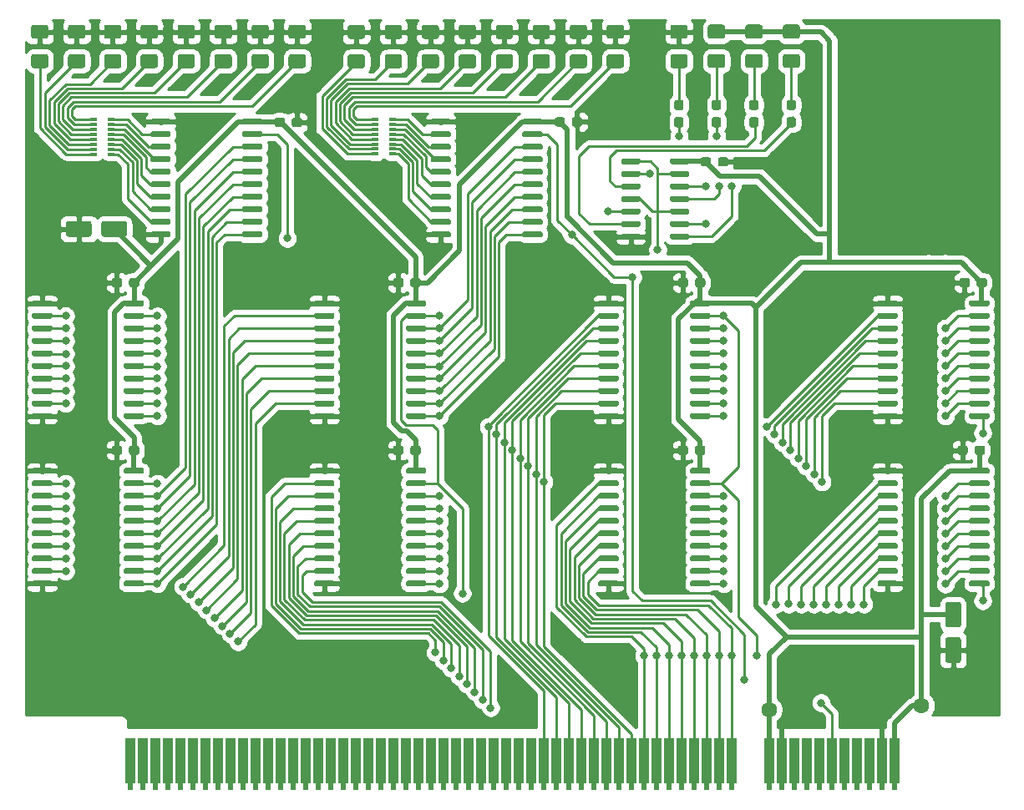
<source format=gtl>
G04 #@! TF.GenerationSoftware,KiCad,Pcbnew,(5.1.8)-1*
G04 #@! TF.CreationDate,2022-01-11T15:46:06-08:00*
G04 #@! TF.ProjectId,GPRModule,4750524d-6f64-4756-9c65-2e6b69636164,1.3*
G04 #@! TF.SameCoordinates,Original*
G04 #@! TF.FileFunction,Copper,L1,Top*
G04 #@! TF.FilePolarity,Positive*
%FSLAX46Y46*%
G04 Gerber Fmt 4.6, Leading zero omitted, Abs format (unit mm)*
G04 Created by KiCad (PCBNEW (5.1.8)-1) date 2022-01-11 15:46:06*
%MOMM*%
%LPD*%
G01*
G04 APERTURE LIST*
G04 #@! TA.AperFunction,SMDPad,CuDef*
%ADD10R,0.800000X0.300000*%
G04 #@! TD*
G04 #@! TA.AperFunction,ConnectorPad*
%ADD11R,1.020000X4.570000*%
G04 #@! TD*
G04 #@! TA.AperFunction,ConnectorPad*
%ADD12R,0.510000X0.760000*%
G04 #@! TD*
G04 #@! TA.AperFunction,ViaPad*
%ADD13C,1.600000*%
G04 #@! TD*
G04 #@! TA.AperFunction,ViaPad*
%ADD14C,0.800000*%
G04 #@! TD*
G04 #@! TA.AperFunction,Conductor*
%ADD15C,0.500000*%
G04 #@! TD*
G04 #@! TA.AperFunction,Conductor*
%ADD16C,0.250000*%
G04 #@! TD*
G04 #@! TA.AperFunction,Conductor*
%ADD17C,0.254000*%
G04 #@! TD*
G04 #@! TA.AperFunction,Conductor*
%ADD18C,0.100000*%
G04 #@! TD*
G04 APERTURE END LIST*
D10*
X101150000Y-71270000D03*
X101150000Y-70270000D03*
X101150000Y-70770000D03*
X101150000Y-69770000D03*
X101150000Y-69270000D03*
X101150000Y-68770000D03*
X99350000Y-71270000D03*
X99350000Y-70770000D03*
X99350000Y-70270000D03*
X99350000Y-69770000D03*
X99350000Y-69270000D03*
X99350000Y-68770000D03*
X101150000Y-71770000D03*
X99350000Y-71770000D03*
X101150000Y-68270000D03*
X99350000Y-68270000D03*
G04 #@! TA.AperFunction,SMDPad,CuDef*
G36*
G01*
X102425000Y-104035000D02*
X102425000Y-103735000D01*
G75*
G02*
X102575000Y-103585000I150000J0D01*
G01*
X104325000Y-103585000D01*
G75*
G02*
X104475000Y-103735000I0J-150000D01*
G01*
X104475000Y-104035000D01*
G75*
G02*
X104325000Y-104185000I-150000J0D01*
G01*
X102575000Y-104185000D01*
G75*
G02*
X102425000Y-104035000I0J150000D01*
G01*
G37*
G04 #@! TD.AperFunction*
G04 #@! TA.AperFunction,SMDPad,CuDef*
G36*
G01*
X102425000Y-105305000D02*
X102425000Y-105005000D01*
G75*
G02*
X102575000Y-104855000I150000J0D01*
G01*
X104325000Y-104855000D01*
G75*
G02*
X104475000Y-105005000I0J-150000D01*
G01*
X104475000Y-105305000D01*
G75*
G02*
X104325000Y-105455000I-150000J0D01*
G01*
X102575000Y-105455000D01*
G75*
G02*
X102425000Y-105305000I0J150000D01*
G01*
G37*
G04 #@! TD.AperFunction*
G04 #@! TA.AperFunction,SMDPad,CuDef*
G36*
G01*
X102425000Y-106575000D02*
X102425000Y-106275000D01*
G75*
G02*
X102575000Y-106125000I150000J0D01*
G01*
X104325000Y-106125000D01*
G75*
G02*
X104475000Y-106275000I0J-150000D01*
G01*
X104475000Y-106575000D01*
G75*
G02*
X104325000Y-106725000I-150000J0D01*
G01*
X102575000Y-106725000D01*
G75*
G02*
X102425000Y-106575000I0J150000D01*
G01*
G37*
G04 #@! TD.AperFunction*
G04 #@! TA.AperFunction,SMDPad,CuDef*
G36*
G01*
X102425000Y-107845000D02*
X102425000Y-107545000D01*
G75*
G02*
X102575000Y-107395000I150000J0D01*
G01*
X104325000Y-107395000D01*
G75*
G02*
X104475000Y-107545000I0J-150000D01*
G01*
X104475000Y-107845000D01*
G75*
G02*
X104325000Y-107995000I-150000J0D01*
G01*
X102575000Y-107995000D01*
G75*
G02*
X102425000Y-107845000I0J150000D01*
G01*
G37*
G04 #@! TD.AperFunction*
G04 #@! TA.AperFunction,SMDPad,CuDef*
G36*
G01*
X102425000Y-109115000D02*
X102425000Y-108815000D01*
G75*
G02*
X102575000Y-108665000I150000J0D01*
G01*
X104325000Y-108665000D01*
G75*
G02*
X104475000Y-108815000I0J-150000D01*
G01*
X104475000Y-109115000D01*
G75*
G02*
X104325000Y-109265000I-150000J0D01*
G01*
X102575000Y-109265000D01*
G75*
G02*
X102425000Y-109115000I0J150000D01*
G01*
G37*
G04 #@! TD.AperFunction*
G04 #@! TA.AperFunction,SMDPad,CuDef*
G36*
G01*
X102425000Y-110385000D02*
X102425000Y-110085000D01*
G75*
G02*
X102575000Y-109935000I150000J0D01*
G01*
X104325000Y-109935000D01*
G75*
G02*
X104475000Y-110085000I0J-150000D01*
G01*
X104475000Y-110385000D01*
G75*
G02*
X104325000Y-110535000I-150000J0D01*
G01*
X102575000Y-110535000D01*
G75*
G02*
X102425000Y-110385000I0J150000D01*
G01*
G37*
G04 #@! TD.AperFunction*
G04 #@! TA.AperFunction,SMDPad,CuDef*
G36*
G01*
X102425000Y-111655000D02*
X102425000Y-111355000D01*
G75*
G02*
X102575000Y-111205000I150000J0D01*
G01*
X104325000Y-111205000D01*
G75*
G02*
X104475000Y-111355000I0J-150000D01*
G01*
X104475000Y-111655000D01*
G75*
G02*
X104325000Y-111805000I-150000J0D01*
G01*
X102575000Y-111805000D01*
G75*
G02*
X102425000Y-111655000I0J150000D01*
G01*
G37*
G04 #@! TD.AperFunction*
G04 #@! TA.AperFunction,SMDPad,CuDef*
G36*
G01*
X102425000Y-112925000D02*
X102425000Y-112625000D01*
G75*
G02*
X102575000Y-112475000I150000J0D01*
G01*
X104325000Y-112475000D01*
G75*
G02*
X104475000Y-112625000I0J-150000D01*
G01*
X104475000Y-112925000D01*
G75*
G02*
X104325000Y-113075000I-150000J0D01*
G01*
X102575000Y-113075000D01*
G75*
G02*
X102425000Y-112925000I0J150000D01*
G01*
G37*
G04 #@! TD.AperFunction*
G04 #@! TA.AperFunction,SMDPad,CuDef*
G36*
G01*
X102425000Y-114195000D02*
X102425000Y-113895000D01*
G75*
G02*
X102575000Y-113745000I150000J0D01*
G01*
X104325000Y-113745000D01*
G75*
G02*
X104475000Y-113895000I0J-150000D01*
G01*
X104475000Y-114195000D01*
G75*
G02*
X104325000Y-114345000I-150000J0D01*
G01*
X102575000Y-114345000D01*
G75*
G02*
X102425000Y-114195000I0J150000D01*
G01*
G37*
G04 #@! TD.AperFunction*
G04 #@! TA.AperFunction,SMDPad,CuDef*
G36*
G01*
X102425000Y-115465000D02*
X102425000Y-115165000D01*
G75*
G02*
X102575000Y-115015000I150000J0D01*
G01*
X104325000Y-115015000D01*
G75*
G02*
X104475000Y-115165000I0J-150000D01*
G01*
X104475000Y-115465000D01*
G75*
G02*
X104325000Y-115615000I-150000J0D01*
G01*
X102575000Y-115615000D01*
G75*
G02*
X102425000Y-115465000I0J150000D01*
G01*
G37*
G04 #@! TD.AperFunction*
G04 #@! TA.AperFunction,SMDPad,CuDef*
G36*
G01*
X93125000Y-115465000D02*
X93125000Y-115165000D01*
G75*
G02*
X93275000Y-115015000I150000J0D01*
G01*
X95025000Y-115015000D01*
G75*
G02*
X95175000Y-115165000I0J-150000D01*
G01*
X95175000Y-115465000D01*
G75*
G02*
X95025000Y-115615000I-150000J0D01*
G01*
X93275000Y-115615000D01*
G75*
G02*
X93125000Y-115465000I0J150000D01*
G01*
G37*
G04 #@! TD.AperFunction*
G04 #@! TA.AperFunction,SMDPad,CuDef*
G36*
G01*
X93125000Y-114195000D02*
X93125000Y-113895000D01*
G75*
G02*
X93275000Y-113745000I150000J0D01*
G01*
X95025000Y-113745000D01*
G75*
G02*
X95175000Y-113895000I0J-150000D01*
G01*
X95175000Y-114195000D01*
G75*
G02*
X95025000Y-114345000I-150000J0D01*
G01*
X93275000Y-114345000D01*
G75*
G02*
X93125000Y-114195000I0J150000D01*
G01*
G37*
G04 #@! TD.AperFunction*
G04 #@! TA.AperFunction,SMDPad,CuDef*
G36*
G01*
X93125000Y-112925000D02*
X93125000Y-112625000D01*
G75*
G02*
X93275000Y-112475000I150000J0D01*
G01*
X95025000Y-112475000D01*
G75*
G02*
X95175000Y-112625000I0J-150000D01*
G01*
X95175000Y-112925000D01*
G75*
G02*
X95025000Y-113075000I-150000J0D01*
G01*
X93275000Y-113075000D01*
G75*
G02*
X93125000Y-112925000I0J150000D01*
G01*
G37*
G04 #@! TD.AperFunction*
G04 #@! TA.AperFunction,SMDPad,CuDef*
G36*
G01*
X93125000Y-111655000D02*
X93125000Y-111355000D01*
G75*
G02*
X93275000Y-111205000I150000J0D01*
G01*
X95025000Y-111205000D01*
G75*
G02*
X95175000Y-111355000I0J-150000D01*
G01*
X95175000Y-111655000D01*
G75*
G02*
X95025000Y-111805000I-150000J0D01*
G01*
X93275000Y-111805000D01*
G75*
G02*
X93125000Y-111655000I0J150000D01*
G01*
G37*
G04 #@! TD.AperFunction*
G04 #@! TA.AperFunction,SMDPad,CuDef*
G36*
G01*
X93125000Y-110385000D02*
X93125000Y-110085000D01*
G75*
G02*
X93275000Y-109935000I150000J0D01*
G01*
X95025000Y-109935000D01*
G75*
G02*
X95175000Y-110085000I0J-150000D01*
G01*
X95175000Y-110385000D01*
G75*
G02*
X95025000Y-110535000I-150000J0D01*
G01*
X93275000Y-110535000D01*
G75*
G02*
X93125000Y-110385000I0J150000D01*
G01*
G37*
G04 #@! TD.AperFunction*
G04 #@! TA.AperFunction,SMDPad,CuDef*
G36*
G01*
X93125000Y-109115000D02*
X93125000Y-108815000D01*
G75*
G02*
X93275000Y-108665000I150000J0D01*
G01*
X95025000Y-108665000D01*
G75*
G02*
X95175000Y-108815000I0J-150000D01*
G01*
X95175000Y-109115000D01*
G75*
G02*
X95025000Y-109265000I-150000J0D01*
G01*
X93275000Y-109265000D01*
G75*
G02*
X93125000Y-109115000I0J150000D01*
G01*
G37*
G04 #@! TD.AperFunction*
G04 #@! TA.AperFunction,SMDPad,CuDef*
G36*
G01*
X93125000Y-107845000D02*
X93125000Y-107545000D01*
G75*
G02*
X93275000Y-107395000I150000J0D01*
G01*
X95025000Y-107395000D01*
G75*
G02*
X95175000Y-107545000I0J-150000D01*
G01*
X95175000Y-107845000D01*
G75*
G02*
X95025000Y-107995000I-150000J0D01*
G01*
X93275000Y-107995000D01*
G75*
G02*
X93125000Y-107845000I0J150000D01*
G01*
G37*
G04 #@! TD.AperFunction*
G04 #@! TA.AperFunction,SMDPad,CuDef*
G36*
G01*
X93125000Y-106575000D02*
X93125000Y-106275000D01*
G75*
G02*
X93275000Y-106125000I150000J0D01*
G01*
X95025000Y-106125000D01*
G75*
G02*
X95175000Y-106275000I0J-150000D01*
G01*
X95175000Y-106575000D01*
G75*
G02*
X95025000Y-106725000I-150000J0D01*
G01*
X93275000Y-106725000D01*
G75*
G02*
X93125000Y-106575000I0J150000D01*
G01*
G37*
G04 #@! TD.AperFunction*
G04 #@! TA.AperFunction,SMDPad,CuDef*
G36*
G01*
X93125000Y-105305000D02*
X93125000Y-105005000D01*
G75*
G02*
X93275000Y-104855000I150000J0D01*
G01*
X95025000Y-104855000D01*
G75*
G02*
X95175000Y-105005000I0J-150000D01*
G01*
X95175000Y-105305000D01*
G75*
G02*
X95025000Y-105455000I-150000J0D01*
G01*
X93275000Y-105455000D01*
G75*
G02*
X93125000Y-105305000I0J150000D01*
G01*
G37*
G04 #@! TD.AperFunction*
G04 #@! TA.AperFunction,SMDPad,CuDef*
G36*
G01*
X93125000Y-104035000D02*
X93125000Y-103735000D01*
G75*
G02*
X93275000Y-103585000I150000J0D01*
G01*
X95025000Y-103585000D01*
G75*
G02*
X95175000Y-103735000I0J-150000D01*
G01*
X95175000Y-104035000D01*
G75*
G02*
X95025000Y-104185000I-150000J0D01*
G01*
X93275000Y-104185000D01*
G75*
G02*
X93125000Y-104035000I0J150000D01*
G01*
G37*
G04 #@! TD.AperFunction*
G04 #@! TA.AperFunction,SMDPad,CuDef*
G36*
G01*
X100675000Y-61625000D02*
X101925000Y-61625000D01*
G75*
G02*
X102175000Y-61875000I0J-250000D01*
G01*
X102175000Y-62800000D01*
G75*
G02*
X101925000Y-63050000I-250000J0D01*
G01*
X100675000Y-63050000D01*
G75*
G02*
X100425000Y-62800000I0J250000D01*
G01*
X100425000Y-61875000D01*
G75*
G02*
X100675000Y-61625000I250000J0D01*
G01*
G37*
G04 #@! TD.AperFunction*
G04 #@! TA.AperFunction,SMDPad,CuDef*
G36*
G01*
X100675000Y-58650000D02*
X101925000Y-58650000D01*
G75*
G02*
X102175000Y-58900000I0J-250000D01*
G01*
X102175000Y-59825000D01*
G75*
G02*
X101925000Y-60075000I-250000J0D01*
G01*
X100675000Y-60075000D01*
G75*
G02*
X100425000Y-59825000I0J250000D01*
G01*
X100425000Y-58900000D01*
G75*
G02*
X100675000Y-58650000I250000J0D01*
G01*
G37*
G04 #@! TD.AperFunction*
G04 #@! TA.AperFunction,SMDPad,CuDef*
G36*
G01*
X188875000Y-85037500D02*
X188875000Y-84562500D01*
G75*
G02*
X189112500Y-84325000I237500J0D01*
G01*
X189687500Y-84325000D01*
G75*
G02*
X189925000Y-84562500I0J-237500D01*
G01*
X189925000Y-85037500D01*
G75*
G02*
X189687500Y-85275000I-237500J0D01*
G01*
X189112500Y-85275000D01*
G75*
G02*
X188875000Y-85037500I0J237500D01*
G01*
G37*
G04 #@! TD.AperFunction*
G04 #@! TA.AperFunction,SMDPad,CuDef*
G36*
G01*
X187125000Y-85037500D02*
X187125000Y-84562500D01*
G75*
G02*
X187362500Y-84325000I237500J0D01*
G01*
X187937500Y-84325000D01*
G75*
G02*
X188175000Y-84562500I0J-237500D01*
G01*
X188175000Y-85037500D01*
G75*
G02*
X187937500Y-85275000I-237500J0D01*
G01*
X187362500Y-85275000D01*
G75*
G02*
X187125000Y-85037500I0J237500D01*
G01*
G37*
G04 #@! TD.AperFunction*
G04 #@! TA.AperFunction,SMDPad,CuDef*
G36*
G01*
X186925000Y-102037500D02*
X186925000Y-101562500D01*
G75*
G02*
X187162500Y-101325000I237500J0D01*
G01*
X187737500Y-101325000D01*
G75*
G02*
X187975000Y-101562500I0J-237500D01*
G01*
X187975000Y-102037500D01*
G75*
G02*
X187737500Y-102275000I-237500J0D01*
G01*
X187162500Y-102275000D01*
G75*
G02*
X186925000Y-102037500I0J237500D01*
G01*
G37*
G04 #@! TD.AperFunction*
G04 #@! TA.AperFunction,SMDPad,CuDef*
G36*
G01*
X188675000Y-102037500D02*
X188675000Y-101562500D01*
G75*
G02*
X188912500Y-101325000I237500J0D01*
G01*
X189487500Y-101325000D01*
G75*
G02*
X189725000Y-101562500I0J-237500D01*
G01*
X189725000Y-102037500D01*
G75*
G02*
X189487500Y-102275000I-237500J0D01*
G01*
X188912500Y-102275000D01*
G75*
G02*
X188675000Y-102037500I0J237500D01*
G01*
G37*
G04 #@! TD.AperFunction*
G04 #@! TA.AperFunction,SMDPad,CuDef*
G36*
G01*
X158575000Y-102037500D02*
X158575000Y-101562500D01*
G75*
G02*
X158812500Y-101325000I237500J0D01*
G01*
X159387500Y-101325000D01*
G75*
G02*
X159625000Y-101562500I0J-237500D01*
G01*
X159625000Y-102037500D01*
G75*
G02*
X159387500Y-102275000I-237500J0D01*
G01*
X158812500Y-102275000D01*
G75*
G02*
X158575000Y-102037500I0J237500D01*
G01*
G37*
G04 #@! TD.AperFunction*
G04 #@! TA.AperFunction,SMDPad,CuDef*
G36*
G01*
X160325000Y-102037500D02*
X160325000Y-101562500D01*
G75*
G02*
X160562500Y-101325000I237500J0D01*
G01*
X161137500Y-101325000D01*
G75*
G02*
X161375000Y-101562500I0J-237500D01*
G01*
X161375000Y-102037500D01*
G75*
G02*
X161137500Y-102275000I-237500J0D01*
G01*
X160562500Y-102275000D01*
G75*
G02*
X160325000Y-102037500I0J237500D01*
G01*
G37*
G04 #@! TD.AperFunction*
G04 #@! TA.AperFunction,SMDPad,CuDef*
G36*
G01*
X160330000Y-85037500D02*
X160330000Y-84562500D01*
G75*
G02*
X160567500Y-84325000I237500J0D01*
G01*
X161142500Y-84325000D01*
G75*
G02*
X161380000Y-84562500I0J-237500D01*
G01*
X161380000Y-85037500D01*
G75*
G02*
X161142500Y-85275000I-237500J0D01*
G01*
X160567500Y-85275000D01*
G75*
G02*
X160330000Y-85037500I0J237500D01*
G01*
G37*
G04 #@! TD.AperFunction*
G04 #@! TA.AperFunction,SMDPad,CuDef*
G36*
G01*
X158580000Y-85037500D02*
X158580000Y-84562500D01*
G75*
G02*
X158817500Y-84325000I237500J0D01*
G01*
X159392500Y-84325000D01*
G75*
G02*
X159630000Y-84562500I0J-237500D01*
G01*
X159630000Y-85037500D01*
G75*
G02*
X159392500Y-85275000I-237500J0D01*
G01*
X158817500Y-85275000D01*
G75*
G02*
X158580000Y-85037500I0J237500D01*
G01*
G37*
G04 #@! TD.AperFunction*
G04 #@! TA.AperFunction,SMDPad,CuDef*
G36*
G01*
X129725000Y-102037500D02*
X129725000Y-101562500D01*
G75*
G02*
X129962500Y-101325000I237500J0D01*
G01*
X130537500Y-101325000D01*
G75*
G02*
X130775000Y-101562500I0J-237500D01*
G01*
X130775000Y-102037500D01*
G75*
G02*
X130537500Y-102275000I-237500J0D01*
G01*
X129962500Y-102275000D01*
G75*
G02*
X129725000Y-102037500I0J237500D01*
G01*
G37*
G04 #@! TD.AperFunction*
G04 #@! TA.AperFunction,SMDPad,CuDef*
G36*
G01*
X131475000Y-102037500D02*
X131475000Y-101562500D01*
G75*
G02*
X131712500Y-101325000I237500J0D01*
G01*
X132287500Y-101325000D01*
G75*
G02*
X132525000Y-101562500I0J-237500D01*
G01*
X132525000Y-102037500D01*
G75*
G02*
X132287500Y-102275000I-237500J0D01*
G01*
X131712500Y-102275000D01*
G75*
G02*
X131475000Y-102037500I0J237500D01*
G01*
G37*
G04 #@! TD.AperFunction*
G04 #@! TA.AperFunction,SMDPad,CuDef*
G36*
G01*
X131475000Y-85037500D02*
X131475000Y-84562500D01*
G75*
G02*
X131712500Y-84325000I237500J0D01*
G01*
X132287500Y-84325000D01*
G75*
G02*
X132525000Y-84562500I0J-237500D01*
G01*
X132525000Y-85037500D01*
G75*
G02*
X132287500Y-85275000I-237500J0D01*
G01*
X131712500Y-85275000D01*
G75*
G02*
X131475000Y-85037500I0J237500D01*
G01*
G37*
G04 #@! TD.AperFunction*
G04 #@! TA.AperFunction,SMDPad,CuDef*
G36*
G01*
X129725000Y-85037500D02*
X129725000Y-84562500D01*
G75*
G02*
X129962500Y-84325000I237500J0D01*
G01*
X130537500Y-84325000D01*
G75*
G02*
X130775000Y-84562500I0J-237500D01*
G01*
X130775000Y-85037500D01*
G75*
G02*
X130537500Y-85275000I-237500J0D01*
G01*
X129962500Y-85275000D01*
G75*
G02*
X129725000Y-85037500I0J237500D01*
G01*
G37*
G04 #@! TD.AperFunction*
G04 #@! TA.AperFunction,SMDPad,CuDef*
G36*
G01*
X101200000Y-102037500D02*
X101200000Y-101562500D01*
G75*
G02*
X101437500Y-101325000I237500J0D01*
G01*
X102012500Y-101325000D01*
G75*
G02*
X102250000Y-101562500I0J-237500D01*
G01*
X102250000Y-102037500D01*
G75*
G02*
X102012500Y-102275000I-237500J0D01*
G01*
X101437500Y-102275000D01*
G75*
G02*
X101200000Y-102037500I0J237500D01*
G01*
G37*
G04 #@! TD.AperFunction*
G04 #@! TA.AperFunction,SMDPad,CuDef*
G36*
G01*
X102950000Y-102037500D02*
X102950000Y-101562500D01*
G75*
G02*
X103187500Y-101325000I237500J0D01*
G01*
X103762500Y-101325000D01*
G75*
G02*
X104000000Y-101562500I0J-237500D01*
G01*
X104000000Y-102037500D01*
G75*
G02*
X103762500Y-102275000I-237500J0D01*
G01*
X103187500Y-102275000D01*
G75*
G02*
X102950000Y-102037500I0J237500D01*
G01*
G37*
G04 #@! TD.AperFunction*
G04 #@! TA.AperFunction,SMDPad,CuDef*
G36*
G01*
X101200000Y-85037500D02*
X101200000Y-84562500D01*
G75*
G02*
X101437500Y-84325000I237500J0D01*
G01*
X102012500Y-84325000D01*
G75*
G02*
X102250000Y-84562500I0J-237500D01*
G01*
X102250000Y-85037500D01*
G75*
G02*
X102012500Y-85275000I-237500J0D01*
G01*
X101437500Y-85275000D01*
G75*
G02*
X101200000Y-85037500I0J237500D01*
G01*
G37*
G04 #@! TD.AperFunction*
G04 #@! TA.AperFunction,SMDPad,CuDef*
G36*
G01*
X102950000Y-85037500D02*
X102950000Y-84562500D01*
G75*
G02*
X103187500Y-84325000I237500J0D01*
G01*
X103762500Y-84325000D01*
G75*
G02*
X104000000Y-84562500I0J-237500D01*
G01*
X104000000Y-85037500D01*
G75*
G02*
X103762500Y-85275000I-237500J0D01*
G01*
X103187500Y-85275000D01*
G75*
G02*
X102950000Y-85037500I0J237500D01*
G01*
G37*
G04 #@! TD.AperFunction*
G04 #@! TA.AperFunction,SMDPad,CuDef*
G36*
G01*
X118750000Y-68312500D02*
X118750000Y-68787500D01*
G75*
G02*
X118512500Y-69025000I-237500J0D01*
G01*
X117937500Y-69025000D01*
G75*
G02*
X117700000Y-68787500I0J237500D01*
G01*
X117700000Y-68312500D01*
G75*
G02*
X117937500Y-68075000I237500J0D01*
G01*
X118512500Y-68075000D01*
G75*
G02*
X118750000Y-68312500I0J-237500D01*
G01*
G37*
G04 #@! TD.AperFunction*
G04 #@! TA.AperFunction,SMDPad,CuDef*
G36*
G01*
X120500000Y-68312500D02*
X120500000Y-68787500D01*
G75*
G02*
X120262500Y-69025000I-237500J0D01*
G01*
X119687500Y-69025000D01*
G75*
G02*
X119450000Y-68787500I0J237500D01*
G01*
X119450000Y-68312500D01*
G75*
G02*
X119687500Y-68075000I237500J0D01*
G01*
X120262500Y-68075000D01*
G75*
G02*
X120500000Y-68312500I0J-237500D01*
G01*
G37*
G04 #@! TD.AperFunction*
G04 #@! TA.AperFunction,SMDPad,CuDef*
G36*
G01*
X148900000Y-68262500D02*
X148900000Y-68737500D01*
G75*
G02*
X148662500Y-68975000I-237500J0D01*
G01*
X148087500Y-68975000D01*
G75*
G02*
X147850000Y-68737500I0J237500D01*
G01*
X147850000Y-68262500D01*
G75*
G02*
X148087500Y-68025000I237500J0D01*
G01*
X148662500Y-68025000D01*
G75*
G02*
X148900000Y-68262500I0J-237500D01*
G01*
G37*
G04 #@! TD.AperFunction*
G04 #@! TA.AperFunction,SMDPad,CuDef*
G36*
G01*
X147150000Y-68262500D02*
X147150000Y-68737500D01*
G75*
G02*
X146912500Y-68975000I-237500J0D01*
G01*
X146337500Y-68975000D01*
G75*
G02*
X146100000Y-68737500I0J237500D01*
G01*
X146100000Y-68262500D01*
G75*
G02*
X146337500Y-68025000I237500J0D01*
G01*
X146912500Y-68025000D01*
G75*
G02*
X147150000Y-68262500I0J-237500D01*
G01*
G37*
G04 #@! TD.AperFunction*
G04 #@! TA.AperFunction,SMDPad,CuDef*
G36*
G01*
X161950000Y-72312500D02*
X161950000Y-72787500D01*
G75*
G02*
X161712500Y-73025000I-237500J0D01*
G01*
X161137500Y-73025000D01*
G75*
G02*
X160900000Y-72787500I0J237500D01*
G01*
X160900000Y-72312500D01*
G75*
G02*
X161137500Y-72075000I237500J0D01*
G01*
X161712500Y-72075000D01*
G75*
G02*
X161950000Y-72312500I0J-237500D01*
G01*
G37*
G04 #@! TD.AperFunction*
G04 #@! TA.AperFunction,SMDPad,CuDef*
G36*
G01*
X163700000Y-72312500D02*
X163700000Y-72787500D01*
G75*
G02*
X163462500Y-73025000I-237500J0D01*
G01*
X162887500Y-73025000D01*
G75*
G02*
X162650000Y-72787500I0J237500D01*
G01*
X162650000Y-72312500D01*
G75*
G02*
X162887500Y-72075000I237500J0D01*
G01*
X163462500Y-72075000D01*
G75*
G02*
X163700000Y-72312500I0J-237500D01*
G01*
G37*
G04 #@! TD.AperFunction*
G04 #@! TA.AperFunction,SMDPad,CuDef*
G36*
G01*
X151625000Y-58650000D02*
X152875000Y-58650000D01*
G75*
G02*
X153125000Y-58900000I0J-250000D01*
G01*
X153125000Y-59825000D01*
G75*
G02*
X152875000Y-60075000I-250000J0D01*
G01*
X151625000Y-60075000D01*
G75*
G02*
X151375000Y-59825000I0J250000D01*
G01*
X151375000Y-58900000D01*
G75*
G02*
X151625000Y-58650000I250000J0D01*
G01*
G37*
G04 #@! TD.AperFunction*
G04 #@! TA.AperFunction,SMDPad,CuDef*
G36*
G01*
X151625000Y-61625000D02*
X152875000Y-61625000D01*
G75*
G02*
X153125000Y-61875000I0J-250000D01*
G01*
X153125000Y-62800000D01*
G75*
G02*
X152875000Y-63050000I-250000J0D01*
G01*
X151625000Y-63050000D01*
G75*
G02*
X151375000Y-62800000I0J250000D01*
G01*
X151375000Y-61875000D01*
G75*
G02*
X151625000Y-61625000I250000J0D01*
G01*
G37*
G04 #@! TD.AperFunction*
G04 #@! TA.AperFunction,SMDPad,CuDef*
G36*
G01*
X147875000Y-58662500D02*
X149125000Y-58662500D01*
G75*
G02*
X149375000Y-58912500I0J-250000D01*
G01*
X149375000Y-59837500D01*
G75*
G02*
X149125000Y-60087500I-250000J0D01*
G01*
X147875000Y-60087500D01*
G75*
G02*
X147625000Y-59837500I0J250000D01*
G01*
X147625000Y-58912500D01*
G75*
G02*
X147875000Y-58662500I250000J0D01*
G01*
G37*
G04 #@! TD.AperFunction*
G04 #@! TA.AperFunction,SMDPad,CuDef*
G36*
G01*
X147875000Y-61637500D02*
X149125000Y-61637500D01*
G75*
G02*
X149375000Y-61887500I0J-250000D01*
G01*
X149375000Y-62812500D01*
G75*
G02*
X149125000Y-63062500I-250000J0D01*
G01*
X147875000Y-63062500D01*
G75*
G02*
X147625000Y-62812500I0J250000D01*
G01*
X147625000Y-61887500D01*
G75*
G02*
X147875000Y-61637500I250000J0D01*
G01*
G37*
G04 #@! TD.AperFunction*
G04 #@! TA.AperFunction,SMDPad,CuDef*
G36*
G01*
X144125000Y-61637500D02*
X145375000Y-61637500D01*
G75*
G02*
X145625000Y-61887500I0J-250000D01*
G01*
X145625000Y-62812500D01*
G75*
G02*
X145375000Y-63062500I-250000J0D01*
G01*
X144125000Y-63062500D01*
G75*
G02*
X143875000Y-62812500I0J250000D01*
G01*
X143875000Y-61887500D01*
G75*
G02*
X144125000Y-61637500I250000J0D01*
G01*
G37*
G04 #@! TD.AperFunction*
G04 #@! TA.AperFunction,SMDPad,CuDef*
G36*
G01*
X144125000Y-58662500D02*
X145375000Y-58662500D01*
G75*
G02*
X145625000Y-58912500I0J-250000D01*
G01*
X145625000Y-59837500D01*
G75*
G02*
X145375000Y-60087500I-250000J0D01*
G01*
X144125000Y-60087500D01*
G75*
G02*
X143875000Y-59837500I0J250000D01*
G01*
X143875000Y-58912500D01*
G75*
G02*
X144125000Y-58662500I250000J0D01*
G01*
G37*
G04 #@! TD.AperFunction*
G04 #@! TA.AperFunction,SMDPad,CuDef*
G36*
G01*
X140375000Y-61637500D02*
X141625000Y-61637500D01*
G75*
G02*
X141875000Y-61887500I0J-250000D01*
G01*
X141875000Y-62812500D01*
G75*
G02*
X141625000Y-63062500I-250000J0D01*
G01*
X140375000Y-63062500D01*
G75*
G02*
X140125000Y-62812500I0J250000D01*
G01*
X140125000Y-61887500D01*
G75*
G02*
X140375000Y-61637500I250000J0D01*
G01*
G37*
G04 #@! TD.AperFunction*
G04 #@! TA.AperFunction,SMDPad,CuDef*
G36*
G01*
X140375000Y-58662500D02*
X141625000Y-58662500D01*
G75*
G02*
X141875000Y-58912500I0J-250000D01*
G01*
X141875000Y-59837500D01*
G75*
G02*
X141625000Y-60087500I-250000J0D01*
G01*
X140375000Y-60087500D01*
G75*
G02*
X140125000Y-59837500I0J250000D01*
G01*
X140125000Y-58912500D01*
G75*
G02*
X140375000Y-58662500I250000J0D01*
G01*
G37*
G04 #@! TD.AperFunction*
G04 #@! TA.AperFunction,SMDPad,CuDef*
G36*
G01*
X136625000Y-58662500D02*
X137875000Y-58662500D01*
G75*
G02*
X138125000Y-58912500I0J-250000D01*
G01*
X138125000Y-59837500D01*
G75*
G02*
X137875000Y-60087500I-250000J0D01*
G01*
X136625000Y-60087500D01*
G75*
G02*
X136375000Y-59837500I0J250000D01*
G01*
X136375000Y-58912500D01*
G75*
G02*
X136625000Y-58662500I250000J0D01*
G01*
G37*
G04 #@! TD.AperFunction*
G04 #@! TA.AperFunction,SMDPad,CuDef*
G36*
G01*
X136625000Y-61637500D02*
X137875000Y-61637500D01*
G75*
G02*
X138125000Y-61887500I0J-250000D01*
G01*
X138125000Y-62812500D01*
G75*
G02*
X137875000Y-63062500I-250000J0D01*
G01*
X136625000Y-63062500D01*
G75*
G02*
X136375000Y-62812500I0J250000D01*
G01*
X136375000Y-61887500D01*
G75*
G02*
X136625000Y-61637500I250000J0D01*
G01*
G37*
G04 #@! TD.AperFunction*
G04 #@! TA.AperFunction,SMDPad,CuDef*
G36*
G01*
X132875000Y-58662500D02*
X134125000Y-58662500D01*
G75*
G02*
X134375000Y-58912500I0J-250000D01*
G01*
X134375000Y-59837500D01*
G75*
G02*
X134125000Y-60087500I-250000J0D01*
G01*
X132875000Y-60087500D01*
G75*
G02*
X132625000Y-59837500I0J250000D01*
G01*
X132625000Y-58912500D01*
G75*
G02*
X132875000Y-58662500I250000J0D01*
G01*
G37*
G04 #@! TD.AperFunction*
G04 #@! TA.AperFunction,SMDPad,CuDef*
G36*
G01*
X132875000Y-61637500D02*
X134125000Y-61637500D01*
G75*
G02*
X134375000Y-61887500I0J-250000D01*
G01*
X134375000Y-62812500D01*
G75*
G02*
X134125000Y-63062500I-250000J0D01*
G01*
X132875000Y-63062500D01*
G75*
G02*
X132625000Y-62812500I0J250000D01*
G01*
X132625000Y-61887500D01*
G75*
G02*
X132875000Y-61637500I250000J0D01*
G01*
G37*
G04 #@! TD.AperFunction*
G04 #@! TA.AperFunction,SMDPad,CuDef*
G36*
G01*
X129125000Y-61637500D02*
X130375000Y-61637500D01*
G75*
G02*
X130625000Y-61887500I0J-250000D01*
G01*
X130625000Y-62812500D01*
G75*
G02*
X130375000Y-63062500I-250000J0D01*
G01*
X129125000Y-63062500D01*
G75*
G02*
X128875000Y-62812500I0J250000D01*
G01*
X128875000Y-61887500D01*
G75*
G02*
X129125000Y-61637500I250000J0D01*
G01*
G37*
G04 #@! TD.AperFunction*
G04 #@! TA.AperFunction,SMDPad,CuDef*
G36*
G01*
X129125000Y-58662500D02*
X130375000Y-58662500D01*
G75*
G02*
X130625000Y-58912500I0J-250000D01*
G01*
X130625000Y-59837500D01*
G75*
G02*
X130375000Y-60087500I-250000J0D01*
G01*
X129125000Y-60087500D01*
G75*
G02*
X128875000Y-59837500I0J250000D01*
G01*
X128875000Y-58912500D01*
G75*
G02*
X129125000Y-58662500I250000J0D01*
G01*
G37*
G04 #@! TD.AperFunction*
G04 #@! TA.AperFunction,SMDPad,CuDef*
G36*
G01*
X125375000Y-58662500D02*
X126625000Y-58662500D01*
G75*
G02*
X126875000Y-58912500I0J-250000D01*
G01*
X126875000Y-59837500D01*
G75*
G02*
X126625000Y-60087500I-250000J0D01*
G01*
X125375000Y-60087500D01*
G75*
G02*
X125125000Y-59837500I0J250000D01*
G01*
X125125000Y-58912500D01*
G75*
G02*
X125375000Y-58662500I250000J0D01*
G01*
G37*
G04 #@! TD.AperFunction*
G04 #@! TA.AperFunction,SMDPad,CuDef*
G36*
G01*
X125375000Y-61637500D02*
X126625000Y-61637500D01*
G75*
G02*
X126875000Y-61887500I0J-250000D01*
G01*
X126875000Y-62812500D01*
G75*
G02*
X126625000Y-63062500I-250000J0D01*
G01*
X125375000Y-63062500D01*
G75*
G02*
X125125000Y-62812500I0J250000D01*
G01*
X125125000Y-61887500D01*
G75*
G02*
X125375000Y-61637500I250000J0D01*
G01*
G37*
G04 #@! TD.AperFunction*
G04 #@! TA.AperFunction,SMDPad,CuDef*
G36*
G01*
X119375000Y-61625000D02*
X120625000Y-61625000D01*
G75*
G02*
X120875000Y-61875000I0J-250000D01*
G01*
X120875000Y-62800000D01*
G75*
G02*
X120625000Y-63050000I-250000J0D01*
G01*
X119375000Y-63050000D01*
G75*
G02*
X119125000Y-62800000I0J250000D01*
G01*
X119125000Y-61875000D01*
G75*
G02*
X119375000Y-61625000I250000J0D01*
G01*
G37*
G04 #@! TD.AperFunction*
G04 #@! TA.AperFunction,SMDPad,CuDef*
G36*
G01*
X119375000Y-58650000D02*
X120625000Y-58650000D01*
G75*
G02*
X120875000Y-58900000I0J-250000D01*
G01*
X120875000Y-59825000D01*
G75*
G02*
X120625000Y-60075000I-250000J0D01*
G01*
X119375000Y-60075000D01*
G75*
G02*
X119125000Y-59825000I0J250000D01*
G01*
X119125000Y-58900000D01*
G75*
G02*
X119375000Y-58650000I250000J0D01*
G01*
G37*
G04 #@! TD.AperFunction*
G04 #@! TA.AperFunction,SMDPad,CuDef*
G36*
G01*
X115625000Y-61625000D02*
X116875000Y-61625000D01*
G75*
G02*
X117125000Y-61875000I0J-250000D01*
G01*
X117125000Y-62800000D01*
G75*
G02*
X116875000Y-63050000I-250000J0D01*
G01*
X115625000Y-63050000D01*
G75*
G02*
X115375000Y-62800000I0J250000D01*
G01*
X115375000Y-61875000D01*
G75*
G02*
X115625000Y-61625000I250000J0D01*
G01*
G37*
G04 #@! TD.AperFunction*
G04 #@! TA.AperFunction,SMDPad,CuDef*
G36*
G01*
X115625000Y-58650000D02*
X116875000Y-58650000D01*
G75*
G02*
X117125000Y-58900000I0J-250000D01*
G01*
X117125000Y-59825000D01*
G75*
G02*
X116875000Y-60075000I-250000J0D01*
G01*
X115625000Y-60075000D01*
G75*
G02*
X115375000Y-59825000I0J250000D01*
G01*
X115375000Y-58900000D01*
G75*
G02*
X115625000Y-58650000I250000J0D01*
G01*
G37*
G04 #@! TD.AperFunction*
G04 #@! TA.AperFunction,SMDPad,CuDef*
G36*
G01*
X111875000Y-58650000D02*
X113125000Y-58650000D01*
G75*
G02*
X113375000Y-58900000I0J-250000D01*
G01*
X113375000Y-59825000D01*
G75*
G02*
X113125000Y-60075000I-250000J0D01*
G01*
X111875000Y-60075000D01*
G75*
G02*
X111625000Y-59825000I0J250000D01*
G01*
X111625000Y-58900000D01*
G75*
G02*
X111875000Y-58650000I250000J0D01*
G01*
G37*
G04 #@! TD.AperFunction*
G04 #@! TA.AperFunction,SMDPad,CuDef*
G36*
G01*
X111875000Y-61625000D02*
X113125000Y-61625000D01*
G75*
G02*
X113375000Y-61875000I0J-250000D01*
G01*
X113375000Y-62800000D01*
G75*
G02*
X113125000Y-63050000I-250000J0D01*
G01*
X111875000Y-63050000D01*
G75*
G02*
X111625000Y-62800000I0J250000D01*
G01*
X111625000Y-61875000D01*
G75*
G02*
X111875000Y-61625000I250000J0D01*
G01*
G37*
G04 #@! TD.AperFunction*
G04 #@! TA.AperFunction,SMDPad,CuDef*
G36*
G01*
X108125000Y-61625000D02*
X109375000Y-61625000D01*
G75*
G02*
X109625000Y-61875000I0J-250000D01*
G01*
X109625000Y-62800000D01*
G75*
G02*
X109375000Y-63050000I-250000J0D01*
G01*
X108125000Y-63050000D01*
G75*
G02*
X107875000Y-62800000I0J250000D01*
G01*
X107875000Y-61875000D01*
G75*
G02*
X108125000Y-61625000I250000J0D01*
G01*
G37*
G04 #@! TD.AperFunction*
G04 #@! TA.AperFunction,SMDPad,CuDef*
G36*
G01*
X108125000Y-58650000D02*
X109375000Y-58650000D01*
G75*
G02*
X109625000Y-58900000I0J-250000D01*
G01*
X109625000Y-59825000D01*
G75*
G02*
X109375000Y-60075000I-250000J0D01*
G01*
X108125000Y-60075000D01*
G75*
G02*
X107875000Y-59825000I0J250000D01*
G01*
X107875000Y-58900000D01*
G75*
G02*
X108125000Y-58650000I250000J0D01*
G01*
G37*
G04 #@! TD.AperFunction*
G04 #@! TA.AperFunction,SMDPad,CuDef*
G36*
G01*
X104375000Y-58650000D02*
X105625000Y-58650000D01*
G75*
G02*
X105875000Y-58900000I0J-250000D01*
G01*
X105875000Y-59825000D01*
G75*
G02*
X105625000Y-60075000I-250000J0D01*
G01*
X104375000Y-60075000D01*
G75*
G02*
X104125000Y-59825000I0J250000D01*
G01*
X104125000Y-58900000D01*
G75*
G02*
X104375000Y-58650000I250000J0D01*
G01*
G37*
G04 #@! TD.AperFunction*
G04 #@! TA.AperFunction,SMDPad,CuDef*
G36*
G01*
X104375000Y-61625000D02*
X105625000Y-61625000D01*
G75*
G02*
X105875000Y-61875000I0J-250000D01*
G01*
X105875000Y-62800000D01*
G75*
G02*
X105625000Y-63050000I-250000J0D01*
G01*
X104375000Y-63050000D01*
G75*
G02*
X104125000Y-62800000I0J250000D01*
G01*
X104125000Y-61875000D01*
G75*
G02*
X104375000Y-61625000I250000J0D01*
G01*
G37*
G04 #@! TD.AperFunction*
G04 #@! TA.AperFunction,SMDPad,CuDef*
G36*
G01*
X97025000Y-58650000D02*
X98275000Y-58650000D01*
G75*
G02*
X98525000Y-58900000I0J-250000D01*
G01*
X98525000Y-59825000D01*
G75*
G02*
X98275000Y-60075000I-250000J0D01*
G01*
X97025000Y-60075000D01*
G75*
G02*
X96775000Y-59825000I0J250000D01*
G01*
X96775000Y-58900000D01*
G75*
G02*
X97025000Y-58650000I250000J0D01*
G01*
G37*
G04 #@! TD.AperFunction*
G04 #@! TA.AperFunction,SMDPad,CuDef*
G36*
G01*
X97025000Y-61625000D02*
X98275000Y-61625000D01*
G75*
G02*
X98525000Y-61875000I0J-250000D01*
G01*
X98525000Y-62800000D01*
G75*
G02*
X98275000Y-63050000I-250000J0D01*
G01*
X97025000Y-63050000D01*
G75*
G02*
X96775000Y-62800000I0J250000D01*
G01*
X96775000Y-61875000D01*
G75*
G02*
X97025000Y-61625000I250000J0D01*
G01*
G37*
G04 #@! TD.AperFunction*
G04 #@! TA.AperFunction,SMDPad,CuDef*
G36*
G01*
X93275000Y-61625000D02*
X94525000Y-61625000D01*
G75*
G02*
X94775000Y-61875000I0J-250000D01*
G01*
X94775000Y-62800000D01*
G75*
G02*
X94525000Y-63050000I-250000J0D01*
G01*
X93275000Y-63050000D01*
G75*
G02*
X93025000Y-62800000I0J250000D01*
G01*
X93025000Y-61875000D01*
G75*
G02*
X93275000Y-61625000I250000J0D01*
G01*
G37*
G04 #@! TD.AperFunction*
G04 #@! TA.AperFunction,SMDPad,CuDef*
G36*
G01*
X93275000Y-58650000D02*
X94525000Y-58650000D01*
G75*
G02*
X94775000Y-58900000I0J-250000D01*
G01*
X94775000Y-59825000D01*
G75*
G02*
X94525000Y-60075000I-250000J0D01*
G01*
X93275000Y-60075000D01*
G75*
G02*
X93025000Y-59825000I0J250000D01*
G01*
X93025000Y-58900000D01*
G75*
G02*
X93275000Y-58650000I250000J0D01*
G01*
G37*
G04 #@! TD.AperFunction*
G04 #@! TA.AperFunction,SMDPad,CuDef*
G36*
G01*
X170725000Y-60062500D02*
X169475000Y-60062500D01*
G75*
G02*
X169225000Y-59812500I0J250000D01*
G01*
X169225000Y-58887500D01*
G75*
G02*
X169475000Y-58637500I250000J0D01*
G01*
X170725000Y-58637500D01*
G75*
G02*
X170975000Y-58887500I0J-250000D01*
G01*
X170975000Y-59812500D01*
G75*
G02*
X170725000Y-60062500I-250000J0D01*
G01*
G37*
G04 #@! TD.AperFunction*
G04 #@! TA.AperFunction,SMDPad,CuDef*
G36*
G01*
X170725000Y-63037500D02*
X169475000Y-63037500D01*
G75*
G02*
X169225000Y-62787500I0J250000D01*
G01*
X169225000Y-61862500D01*
G75*
G02*
X169475000Y-61612500I250000J0D01*
G01*
X170725000Y-61612500D01*
G75*
G02*
X170975000Y-61862500I0J-250000D01*
G01*
X170975000Y-62787500D01*
G75*
G02*
X170725000Y-63037500I-250000J0D01*
G01*
G37*
G04 #@! TD.AperFunction*
G04 #@! TA.AperFunction,SMDPad,CuDef*
G36*
G01*
X166925000Y-63037500D02*
X165675000Y-63037500D01*
G75*
G02*
X165425000Y-62787500I0J250000D01*
G01*
X165425000Y-61862500D01*
G75*
G02*
X165675000Y-61612500I250000J0D01*
G01*
X166925000Y-61612500D01*
G75*
G02*
X167175000Y-61862500I0J-250000D01*
G01*
X167175000Y-62787500D01*
G75*
G02*
X166925000Y-63037500I-250000J0D01*
G01*
G37*
G04 #@! TD.AperFunction*
G04 #@! TA.AperFunction,SMDPad,CuDef*
G36*
G01*
X166925000Y-60062500D02*
X165675000Y-60062500D01*
G75*
G02*
X165425000Y-59812500I0J250000D01*
G01*
X165425000Y-58887500D01*
G75*
G02*
X165675000Y-58637500I250000J0D01*
G01*
X166925000Y-58637500D01*
G75*
G02*
X167175000Y-58887500I0J-250000D01*
G01*
X167175000Y-59812500D01*
G75*
G02*
X166925000Y-60062500I-250000J0D01*
G01*
G37*
G04 #@! TD.AperFunction*
G04 #@! TA.AperFunction,SMDPad,CuDef*
G36*
G01*
X163125000Y-60062500D02*
X161875000Y-60062500D01*
G75*
G02*
X161625000Y-59812500I0J250000D01*
G01*
X161625000Y-58887500D01*
G75*
G02*
X161875000Y-58637500I250000J0D01*
G01*
X163125000Y-58637500D01*
G75*
G02*
X163375000Y-58887500I0J-250000D01*
G01*
X163375000Y-59812500D01*
G75*
G02*
X163125000Y-60062500I-250000J0D01*
G01*
G37*
G04 #@! TD.AperFunction*
G04 #@! TA.AperFunction,SMDPad,CuDef*
G36*
G01*
X163125000Y-63037500D02*
X161875000Y-63037500D01*
G75*
G02*
X161625000Y-62787500I0J250000D01*
G01*
X161625000Y-61862500D01*
G75*
G02*
X161875000Y-61612500I250000J0D01*
G01*
X163125000Y-61612500D01*
G75*
G02*
X163375000Y-61862500I0J-250000D01*
G01*
X163375000Y-62787500D01*
G75*
G02*
X163125000Y-63037500I-250000J0D01*
G01*
G37*
G04 #@! TD.AperFunction*
G04 #@! TA.AperFunction,SMDPad,CuDef*
G36*
G01*
X158075000Y-58647500D02*
X159325000Y-58647500D01*
G75*
G02*
X159575000Y-58897500I0J-250000D01*
G01*
X159575000Y-59822500D01*
G75*
G02*
X159325000Y-60072500I-250000J0D01*
G01*
X158075000Y-60072500D01*
G75*
G02*
X157825000Y-59822500I0J250000D01*
G01*
X157825000Y-58897500D01*
G75*
G02*
X158075000Y-58647500I250000J0D01*
G01*
G37*
G04 #@! TD.AperFunction*
G04 #@! TA.AperFunction,SMDPad,CuDef*
G36*
G01*
X158075000Y-61622500D02*
X159325000Y-61622500D01*
G75*
G02*
X159575000Y-61872500I0J-250000D01*
G01*
X159575000Y-62797500D01*
G75*
G02*
X159325000Y-63047500I-250000J0D01*
G01*
X158075000Y-63047500D01*
G75*
G02*
X157825000Y-62797500I0J250000D01*
G01*
X157825000Y-61872500D01*
G75*
G02*
X158075000Y-61622500I250000J0D01*
G01*
G37*
G04 #@! TD.AperFunction*
D11*
X103070000Y-133270000D03*
X104340000Y-133270000D03*
X105600000Y-133270000D03*
X106880000Y-133270000D03*
X108150000Y-133270000D03*
X109420000Y-133270000D03*
X110690000Y-133270000D03*
X111960000Y-133270000D03*
X113230000Y-133270000D03*
X114500000Y-133270000D03*
X115770000Y-133270000D03*
X117030000Y-133270000D03*
X118310000Y-133270000D03*
X119580000Y-133270000D03*
X120850000Y-133270000D03*
X122120000Y-133270000D03*
X123390000Y-133270000D03*
X124660000Y-133270000D03*
X125920000Y-133270000D03*
X127200000Y-133270000D03*
X128460000Y-133270000D03*
X129740000Y-133270000D03*
X131010000Y-133270000D03*
X132280000Y-133270000D03*
X133550000Y-133270000D03*
X134820000Y-133270000D03*
X136090000Y-133270000D03*
X137360000Y-133270000D03*
X138630000Y-133270000D03*
X139900000Y-133270000D03*
X141170000Y-133270000D03*
X142440000Y-133270000D03*
X143710000Y-133270000D03*
X144980000Y-133270000D03*
X146250000Y-133270000D03*
X147520000Y-133270000D03*
X148790000Y-133270000D03*
X150060000Y-133270000D03*
X151330000Y-133270000D03*
X152600000Y-133270000D03*
X153870000Y-133270000D03*
X155140000Y-133270000D03*
X156410000Y-133270000D03*
X157680000Y-133270000D03*
X158950000Y-133270000D03*
X160220000Y-133270000D03*
X161490000Y-133270000D03*
X162760000Y-133270000D03*
X164030000Y-133270000D03*
X167840000Y-133270000D03*
X169110000Y-133270000D03*
X170380000Y-133270000D03*
X171650000Y-133270000D03*
X172920000Y-133270000D03*
X174190000Y-133270000D03*
X175460000Y-133270000D03*
X176730000Y-133270000D03*
X178000000Y-133270000D03*
X179270000Y-133270000D03*
X180530000Y-133270000D03*
D12*
X104340000Y-135930000D03*
X105600000Y-135930000D03*
X106880000Y-135930000D03*
X108150000Y-135930000D03*
X109420000Y-135930000D03*
X110690000Y-135930000D03*
X111960000Y-135930000D03*
X113230000Y-135930000D03*
X114500000Y-135930000D03*
X115770000Y-135930000D03*
X117030000Y-135930000D03*
X118310000Y-135930000D03*
X119580000Y-135930000D03*
X120850000Y-135930000D03*
X122120000Y-135930000D03*
X123390000Y-135930000D03*
X124660000Y-135930000D03*
X125920000Y-135930000D03*
X127200000Y-135930000D03*
X128460000Y-135930000D03*
X129740000Y-135930000D03*
X131010000Y-135930000D03*
X132280000Y-135930000D03*
X133550000Y-135930000D03*
X134820000Y-135930000D03*
X136090000Y-135930000D03*
X137360000Y-135930000D03*
X138630000Y-135930000D03*
X139900000Y-135930000D03*
X141170000Y-135930000D03*
X142440000Y-135930000D03*
X143710000Y-135930000D03*
X144980000Y-135930000D03*
X146250000Y-135930000D03*
X147520000Y-135930000D03*
X148790000Y-135930000D03*
X150060000Y-135930000D03*
X151330000Y-135930000D03*
X152600000Y-135930000D03*
X153870000Y-135930000D03*
X155140000Y-135930000D03*
X156410000Y-135930000D03*
X157680000Y-135930000D03*
X158950000Y-135930000D03*
X160220000Y-135930000D03*
X161490000Y-135930000D03*
X162760000Y-135930000D03*
X164030000Y-135930000D03*
X167840000Y-135930000D03*
X169110000Y-135930000D03*
X170380000Y-135930000D03*
X171650000Y-135930000D03*
X172920000Y-135930000D03*
X174190000Y-135930000D03*
X175460000Y-135930000D03*
X176730000Y-135930000D03*
X178000000Y-135930000D03*
X179270000Y-135930000D03*
X180530000Y-135930000D03*
X103070000Y-135930000D03*
G04 #@! TA.AperFunction,SMDPad,CuDef*
G36*
G01*
X170327500Y-69060000D02*
X169852500Y-69060000D01*
G75*
G02*
X169615000Y-68822500I0J237500D01*
G01*
X169615000Y-68247500D01*
G75*
G02*
X169852500Y-68010000I237500J0D01*
G01*
X170327500Y-68010000D01*
G75*
G02*
X170565000Y-68247500I0J-237500D01*
G01*
X170565000Y-68822500D01*
G75*
G02*
X170327500Y-69060000I-237500J0D01*
G01*
G37*
G04 #@! TD.AperFunction*
G04 #@! TA.AperFunction,SMDPad,CuDef*
G36*
G01*
X170327500Y-67310000D02*
X169852500Y-67310000D01*
G75*
G02*
X169615000Y-67072500I0J237500D01*
G01*
X169615000Y-66497500D01*
G75*
G02*
X169852500Y-66260000I237500J0D01*
G01*
X170327500Y-66260000D01*
G75*
G02*
X170565000Y-66497500I0J-237500D01*
G01*
X170565000Y-67072500D01*
G75*
G02*
X170327500Y-67310000I-237500J0D01*
G01*
G37*
G04 #@! TD.AperFunction*
G04 #@! TA.AperFunction,SMDPad,CuDef*
G36*
G01*
X166527500Y-67310000D02*
X166052500Y-67310000D01*
G75*
G02*
X165815000Y-67072500I0J237500D01*
G01*
X165815000Y-66497500D01*
G75*
G02*
X166052500Y-66260000I237500J0D01*
G01*
X166527500Y-66260000D01*
G75*
G02*
X166765000Y-66497500I0J-237500D01*
G01*
X166765000Y-67072500D01*
G75*
G02*
X166527500Y-67310000I-237500J0D01*
G01*
G37*
G04 #@! TD.AperFunction*
G04 #@! TA.AperFunction,SMDPad,CuDef*
G36*
G01*
X166527500Y-69060000D02*
X166052500Y-69060000D01*
G75*
G02*
X165815000Y-68822500I0J237500D01*
G01*
X165815000Y-68247500D01*
G75*
G02*
X166052500Y-68010000I237500J0D01*
G01*
X166527500Y-68010000D01*
G75*
G02*
X166765000Y-68247500I0J-237500D01*
G01*
X166765000Y-68822500D01*
G75*
G02*
X166527500Y-69060000I-237500J0D01*
G01*
G37*
G04 #@! TD.AperFunction*
G04 #@! TA.AperFunction,SMDPad,CuDef*
G36*
G01*
X162727500Y-69060000D02*
X162252500Y-69060000D01*
G75*
G02*
X162015000Y-68822500I0J237500D01*
G01*
X162015000Y-68247500D01*
G75*
G02*
X162252500Y-68010000I237500J0D01*
G01*
X162727500Y-68010000D01*
G75*
G02*
X162965000Y-68247500I0J-237500D01*
G01*
X162965000Y-68822500D01*
G75*
G02*
X162727500Y-69060000I-237500J0D01*
G01*
G37*
G04 #@! TD.AperFunction*
G04 #@! TA.AperFunction,SMDPad,CuDef*
G36*
G01*
X162727500Y-67310000D02*
X162252500Y-67310000D01*
G75*
G02*
X162015000Y-67072500I0J237500D01*
G01*
X162015000Y-66497500D01*
G75*
G02*
X162252500Y-66260000I237500J0D01*
G01*
X162727500Y-66260000D01*
G75*
G02*
X162965000Y-66497500I0J-237500D01*
G01*
X162965000Y-67072500D01*
G75*
G02*
X162727500Y-67310000I-237500J0D01*
G01*
G37*
G04 #@! TD.AperFunction*
G04 #@! TA.AperFunction,SMDPad,CuDef*
G36*
G01*
X158927500Y-67310000D02*
X158452500Y-67310000D01*
G75*
G02*
X158215000Y-67072500I0J237500D01*
G01*
X158215000Y-66497500D01*
G75*
G02*
X158452500Y-66260000I237500J0D01*
G01*
X158927500Y-66260000D01*
G75*
G02*
X159165000Y-66497500I0J-237500D01*
G01*
X159165000Y-67072500D01*
G75*
G02*
X158927500Y-67310000I-237500J0D01*
G01*
G37*
G04 #@! TD.AperFunction*
G04 #@! TA.AperFunction,SMDPad,CuDef*
G36*
G01*
X158927500Y-69060000D02*
X158452500Y-69060000D01*
G75*
G02*
X158215000Y-68822500I0J237500D01*
G01*
X158215000Y-68247500D01*
G75*
G02*
X158452500Y-68010000I237500J0D01*
G01*
X158927500Y-68010000D01*
G75*
G02*
X159165000Y-68247500I0J-237500D01*
G01*
X159165000Y-68822500D01*
G75*
G02*
X158927500Y-69060000I-237500J0D01*
G01*
G37*
G04 #@! TD.AperFunction*
D10*
X127900000Y-68250000D03*
X129700000Y-68250000D03*
X127900000Y-71750000D03*
X129700000Y-71750000D03*
X127900000Y-68750000D03*
X127900000Y-69250000D03*
X127900000Y-69750000D03*
X127900000Y-70250000D03*
X127900000Y-70750000D03*
X127900000Y-71250000D03*
X129700000Y-68750000D03*
X129700000Y-69250000D03*
X129700000Y-69750000D03*
X129700000Y-70750000D03*
X129700000Y-70250000D03*
X129700000Y-71250000D03*
G04 #@! TA.AperFunction,SMDPad,CuDef*
G36*
G01*
X178825000Y-87035000D02*
X178825000Y-86735000D01*
G75*
G02*
X178975000Y-86585000I150000J0D01*
G01*
X180725000Y-86585000D01*
G75*
G02*
X180875000Y-86735000I0J-150000D01*
G01*
X180875000Y-87035000D01*
G75*
G02*
X180725000Y-87185000I-150000J0D01*
G01*
X178975000Y-87185000D01*
G75*
G02*
X178825000Y-87035000I0J150000D01*
G01*
G37*
G04 #@! TD.AperFunction*
G04 #@! TA.AperFunction,SMDPad,CuDef*
G36*
G01*
X178825000Y-88305000D02*
X178825000Y-88005000D01*
G75*
G02*
X178975000Y-87855000I150000J0D01*
G01*
X180725000Y-87855000D01*
G75*
G02*
X180875000Y-88005000I0J-150000D01*
G01*
X180875000Y-88305000D01*
G75*
G02*
X180725000Y-88455000I-150000J0D01*
G01*
X178975000Y-88455000D01*
G75*
G02*
X178825000Y-88305000I0J150000D01*
G01*
G37*
G04 #@! TD.AperFunction*
G04 #@! TA.AperFunction,SMDPad,CuDef*
G36*
G01*
X178825000Y-89575000D02*
X178825000Y-89275000D01*
G75*
G02*
X178975000Y-89125000I150000J0D01*
G01*
X180725000Y-89125000D01*
G75*
G02*
X180875000Y-89275000I0J-150000D01*
G01*
X180875000Y-89575000D01*
G75*
G02*
X180725000Y-89725000I-150000J0D01*
G01*
X178975000Y-89725000D01*
G75*
G02*
X178825000Y-89575000I0J150000D01*
G01*
G37*
G04 #@! TD.AperFunction*
G04 #@! TA.AperFunction,SMDPad,CuDef*
G36*
G01*
X178825000Y-90845000D02*
X178825000Y-90545000D01*
G75*
G02*
X178975000Y-90395000I150000J0D01*
G01*
X180725000Y-90395000D01*
G75*
G02*
X180875000Y-90545000I0J-150000D01*
G01*
X180875000Y-90845000D01*
G75*
G02*
X180725000Y-90995000I-150000J0D01*
G01*
X178975000Y-90995000D01*
G75*
G02*
X178825000Y-90845000I0J150000D01*
G01*
G37*
G04 #@! TD.AperFunction*
G04 #@! TA.AperFunction,SMDPad,CuDef*
G36*
G01*
X178825000Y-92115000D02*
X178825000Y-91815000D01*
G75*
G02*
X178975000Y-91665000I150000J0D01*
G01*
X180725000Y-91665000D01*
G75*
G02*
X180875000Y-91815000I0J-150000D01*
G01*
X180875000Y-92115000D01*
G75*
G02*
X180725000Y-92265000I-150000J0D01*
G01*
X178975000Y-92265000D01*
G75*
G02*
X178825000Y-92115000I0J150000D01*
G01*
G37*
G04 #@! TD.AperFunction*
G04 #@! TA.AperFunction,SMDPad,CuDef*
G36*
G01*
X178825000Y-93385000D02*
X178825000Y-93085000D01*
G75*
G02*
X178975000Y-92935000I150000J0D01*
G01*
X180725000Y-92935000D01*
G75*
G02*
X180875000Y-93085000I0J-150000D01*
G01*
X180875000Y-93385000D01*
G75*
G02*
X180725000Y-93535000I-150000J0D01*
G01*
X178975000Y-93535000D01*
G75*
G02*
X178825000Y-93385000I0J150000D01*
G01*
G37*
G04 #@! TD.AperFunction*
G04 #@! TA.AperFunction,SMDPad,CuDef*
G36*
G01*
X178825000Y-94655000D02*
X178825000Y-94355000D01*
G75*
G02*
X178975000Y-94205000I150000J0D01*
G01*
X180725000Y-94205000D01*
G75*
G02*
X180875000Y-94355000I0J-150000D01*
G01*
X180875000Y-94655000D01*
G75*
G02*
X180725000Y-94805000I-150000J0D01*
G01*
X178975000Y-94805000D01*
G75*
G02*
X178825000Y-94655000I0J150000D01*
G01*
G37*
G04 #@! TD.AperFunction*
G04 #@! TA.AperFunction,SMDPad,CuDef*
G36*
G01*
X178825000Y-95925000D02*
X178825000Y-95625000D01*
G75*
G02*
X178975000Y-95475000I150000J0D01*
G01*
X180725000Y-95475000D01*
G75*
G02*
X180875000Y-95625000I0J-150000D01*
G01*
X180875000Y-95925000D01*
G75*
G02*
X180725000Y-96075000I-150000J0D01*
G01*
X178975000Y-96075000D01*
G75*
G02*
X178825000Y-95925000I0J150000D01*
G01*
G37*
G04 #@! TD.AperFunction*
G04 #@! TA.AperFunction,SMDPad,CuDef*
G36*
G01*
X178825000Y-97195000D02*
X178825000Y-96895000D01*
G75*
G02*
X178975000Y-96745000I150000J0D01*
G01*
X180725000Y-96745000D01*
G75*
G02*
X180875000Y-96895000I0J-150000D01*
G01*
X180875000Y-97195000D01*
G75*
G02*
X180725000Y-97345000I-150000J0D01*
G01*
X178975000Y-97345000D01*
G75*
G02*
X178825000Y-97195000I0J150000D01*
G01*
G37*
G04 #@! TD.AperFunction*
G04 #@! TA.AperFunction,SMDPad,CuDef*
G36*
G01*
X178825000Y-98465000D02*
X178825000Y-98165000D01*
G75*
G02*
X178975000Y-98015000I150000J0D01*
G01*
X180725000Y-98015000D01*
G75*
G02*
X180875000Y-98165000I0J-150000D01*
G01*
X180875000Y-98465000D01*
G75*
G02*
X180725000Y-98615000I-150000J0D01*
G01*
X178975000Y-98615000D01*
G75*
G02*
X178825000Y-98465000I0J150000D01*
G01*
G37*
G04 #@! TD.AperFunction*
G04 #@! TA.AperFunction,SMDPad,CuDef*
G36*
G01*
X188125000Y-98465000D02*
X188125000Y-98165000D01*
G75*
G02*
X188275000Y-98015000I150000J0D01*
G01*
X190025000Y-98015000D01*
G75*
G02*
X190175000Y-98165000I0J-150000D01*
G01*
X190175000Y-98465000D01*
G75*
G02*
X190025000Y-98615000I-150000J0D01*
G01*
X188275000Y-98615000D01*
G75*
G02*
X188125000Y-98465000I0J150000D01*
G01*
G37*
G04 #@! TD.AperFunction*
G04 #@! TA.AperFunction,SMDPad,CuDef*
G36*
G01*
X188125000Y-97195000D02*
X188125000Y-96895000D01*
G75*
G02*
X188275000Y-96745000I150000J0D01*
G01*
X190025000Y-96745000D01*
G75*
G02*
X190175000Y-96895000I0J-150000D01*
G01*
X190175000Y-97195000D01*
G75*
G02*
X190025000Y-97345000I-150000J0D01*
G01*
X188275000Y-97345000D01*
G75*
G02*
X188125000Y-97195000I0J150000D01*
G01*
G37*
G04 #@! TD.AperFunction*
G04 #@! TA.AperFunction,SMDPad,CuDef*
G36*
G01*
X188125000Y-95925000D02*
X188125000Y-95625000D01*
G75*
G02*
X188275000Y-95475000I150000J0D01*
G01*
X190025000Y-95475000D01*
G75*
G02*
X190175000Y-95625000I0J-150000D01*
G01*
X190175000Y-95925000D01*
G75*
G02*
X190025000Y-96075000I-150000J0D01*
G01*
X188275000Y-96075000D01*
G75*
G02*
X188125000Y-95925000I0J150000D01*
G01*
G37*
G04 #@! TD.AperFunction*
G04 #@! TA.AperFunction,SMDPad,CuDef*
G36*
G01*
X188125000Y-94655000D02*
X188125000Y-94355000D01*
G75*
G02*
X188275000Y-94205000I150000J0D01*
G01*
X190025000Y-94205000D01*
G75*
G02*
X190175000Y-94355000I0J-150000D01*
G01*
X190175000Y-94655000D01*
G75*
G02*
X190025000Y-94805000I-150000J0D01*
G01*
X188275000Y-94805000D01*
G75*
G02*
X188125000Y-94655000I0J150000D01*
G01*
G37*
G04 #@! TD.AperFunction*
G04 #@! TA.AperFunction,SMDPad,CuDef*
G36*
G01*
X188125000Y-93385000D02*
X188125000Y-93085000D01*
G75*
G02*
X188275000Y-92935000I150000J0D01*
G01*
X190025000Y-92935000D01*
G75*
G02*
X190175000Y-93085000I0J-150000D01*
G01*
X190175000Y-93385000D01*
G75*
G02*
X190025000Y-93535000I-150000J0D01*
G01*
X188275000Y-93535000D01*
G75*
G02*
X188125000Y-93385000I0J150000D01*
G01*
G37*
G04 #@! TD.AperFunction*
G04 #@! TA.AperFunction,SMDPad,CuDef*
G36*
G01*
X188125000Y-92115000D02*
X188125000Y-91815000D01*
G75*
G02*
X188275000Y-91665000I150000J0D01*
G01*
X190025000Y-91665000D01*
G75*
G02*
X190175000Y-91815000I0J-150000D01*
G01*
X190175000Y-92115000D01*
G75*
G02*
X190025000Y-92265000I-150000J0D01*
G01*
X188275000Y-92265000D01*
G75*
G02*
X188125000Y-92115000I0J150000D01*
G01*
G37*
G04 #@! TD.AperFunction*
G04 #@! TA.AperFunction,SMDPad,CuDef*
G36*
G01*
X188125000Y-90845000D02*
X188125000Y-90545000D01*
G75*
G02*
X188275000Y-90395000I150000J0D01*
G01*
X190025000Y-90395000D01*
G75*
G02*
X190175000Y-90545000I0J-150000D01*
G01*
X190175000Y-90845000D01*
G75*
G02*
X190025000Y-90995000I-150000J0D01*
G01*
X188275000Y-90995000D01*
G75*
G02*
X188125000Y-90845000I0J150000D01*
G01*
G37*
G04 #@! TD.AperFunction*
G04 #@! TA.AperFunction,SMDPad,CuDef*
G36*
G01*
X188125000Y-89575000D02*
X188125000Y-89275000D01*
G75*
G02*
X188275000Y-89125000I150000J0D01*
G01*
X190025000Y-89125000D01*
G75*
G02*
X190175000Y-89275000I0J-150000D01*
G01*
X190175000Y-89575000D01*
G75*
G02*
X190025000Y-89725000I-150000J0D01*
G01*
X188275000Y-89725000D01*
G75*
G02*
X188125000Y-89575000I0J150000D01*
G01*
G37*
G04 #@! TD.AperFunction*
G04 #@! TA.AperFunction,SMDPad,CuDef*
G36*
G01*
X188125000Y-88305000D02*
X188125000Y-88005000D01*
G75*
G02*
X188275000Y-87855000I150000J0D01*
G01*
X190025000Y-87855000D01*
G75*
G02*
X190175000Y-88005000I0J-150000D01*
G01*
X190175000Y-88305000D01*
G75*
G02*
X190025000Y-88455000I-150000J0D01*
G01*
X188275000Y-88455000D01*
G75*
G02*
X188125000Y-88305000I0J150000D01*
G01*
G37*
G04 #@! TD.AperFunction*
G04 #@! TA.AperFunction,SMDPad,CuDef*
G36*
G01*
X188125000Y-87035000D02*
X188125000Y-86735000D01*
G75*
G02*
X188275000Y-86585000I150000J0D01*
G01*
X190025000Y-86585000D01*
G75*
G02*
X190175000Y-86735000I0J-150000D01*
G01*
X190175000Y-87035000D01*
G75*
G02*
X190025000Y-87185000I-150000J0D01*
G01*
X188275000Y-87185000D01*
G75*
G02*
X188125000Y-87035000I0J150000D01*
G01*
G37*
G04 #@! TD.AperFunction*
G04 #@! TA.AperFunction,SMDPad,CuDef*
G36*
G01*
X188125000Y-104035000D02*
X188125000Y-103735000D01*
G75*
G02*
X188275000Y-103585000I150000J0D01*
G01*
X190025000Y-103585000D01*
G75*
G02*
X190175000Y-103735000I0J-150000D01*
G01*
X190175000Y-104035000D01*
G75*
G02*
X190025000Y-104185000I-150000J0D01*
G01*
X188275000Y-104185000D01*
G75*
G02*
X188125000Y-104035000I0J150000D01*
G01*
G37*
G04 #@! TD.AperFunction*
G04 #@! TA.AperFunction,SMDPad,CuDef*
G36*
G01*
X188125000Y-105305000D02*
X188125000Y-105005000D01*
G75*
G02*
X188275000Y-104855000I150000J0D01*
G01*
X190025000Y-104855000D01*
G75*
G02*
X190175000Y-105005000I0J-150000D01*
G01*
X190175000Y-105305000D01*
G75*
G02*
X190025000Y-105455000I-150000J0D01*
G01*
X188275000Y-105455000D01*
G75*
G02*
X188125000Y-105305000I0J150000D01*
G01*
G37*
G04 #@! TD.AperFunction*
G04 #@! TA.AperFunction,SMDPad,CuDef*
G36*
G01*
X188125000Y-106575000D02*
X188125000Y-106275000D01*
G75*
G02*
X188275000Y-106125000I150000J0D01*
G01*
X190025000Y-106125000D01*
G75*
G02*
X190175000Y-106275000I0J-150000D01*
G01*
X190175000Y-106575000D01*
G75*
G02*
X190025000Y-106725000I-150000J0D01*
G01*
X188275000Y-106725000D01*
G75*
G02*
X188125000Y-106575000I0J150000D01*
G01*
G37*
G04 #@! TD.AperFunction*
G04 #@! TA.AperFunction,SMDPad,CuDef*
G36*
G01*
X188125000Y-107845000D02*
X188125000Y-107545000D01*
G75*
G02*
X188275000Y-107395000I150000J0D01*
G01*
X190025000Y-107395000D01*
G75*
G02*
X190175000Y-107545000I0J-150000D01*
G01*
X190175000Y-107845000D01*
G75*
G02*
X190025000Y-107995000I-150000J0D01*
G01*
X188275000Y-107995000D01*
G75*
G02*
X188125000Y-107845000I0J150000D01*
G01*
G37*
G04 #@! TD.AperFunction*
G04 #@! TA.AperFunction,SMDPad,CuDef*
G36*
G01*
X188125000Y-109115000D02*
X188125000Y-108815000D01*
G75*
G02*
X188275000Y-108665000I150000J0D01*
G01*
X190025000Y-108665000D01*
G75*
G02*
X190175000Y-108815000I0J-150000D01*
G01*
X190175000Y-109115000D01*
G75*
G02*
X190025000Y-109265000I-150000J0D01*
G01*
X188275000Y-109265000D01*
G75*
G02*
X188125000Y-109115000I0J150000D01*
G01*
G37*
G04 #@! TD.AperFunction*
G04 #@! TA.AperFunction,SMDPad,CuDef*
G36*
G01*
X188125000Y-110385000D02*
X188125000Y-110085000D01*
G75*
G02*
X188275000Y-109935000I150000J0D01*
G01*
X190025000Y-109935000D01*
G75*
G02*
X190175000Y-110085000I0J-150000D01*
G01*
X190175000Y-110385000D01*
G75*
G02*
X190025000Y-110535000I-150000J0D01*
G01*
X188275000Y-110535000D01*
G75*
G02*
X188125000Y-110385000I0J150000D01*
G01*
G37*
G04 #@! TD.AperFunction*
G04 #@! TA.AperFunction,SMDPad,CuDef*
G36*
G01*
X188125000Y-111655000D02*
X188125000Y-111355000D01*
G75*
G02*
X188275000Y-111205000I150000J0D01*
G01*
X190025000Y-111205000D01*
G75*
G02*
X190175000Y-111355000I0J-150000D01*
G01*
X190175000Y-111655000D01*
G75*
G02*
X190025000Y-111805000I-150000J0D01*
G01*
X188275000Y-111805000D01*
G75*
G02*
X188125000Y-111655000I0J150000D01*
G01*
G37*
G04 #@! TD.AperFunction*
G04 #@! TA.AperFunction,SMDPad,CuDef*
G36*
G01*
X188125000Y-112925000D02*
X188125000Y-112625000D01*
G75*
G02*
X188275000Y-112475000I150000J0D01*
G01*
X190025000Y-112475000D01*
G75*
G02*
X190175000Y-112625000I0J-150000D01*
G01*
X190175000Y-112925000D01*
G75*
G02*
X190025000Y-113075000I-150000J0D01*
G01*
X188275000Y-113075000D01*
G75*
G02*
X188125000Y-112925000I0J150000D01*
G01*
G37*
G04 #@! TD.AperFunction*
G04 #@! TA.AperFunction,SMDPad,CuDef*
G36*
G01*
X188125000Y-114195000D02*
X188125000Y-113895000D01*
G75*
G02*
X188275000Y-113745000I150000J0D01*
G01*
X190025000Y-113745000D01*
G75*
G02*
X190175000Y-113895000I0J-150000D01*
G01*
X190175000Y-114195000D01*
G75*
G02*
X190025000Y-114345000I-150000J0D01*
G01*
X188275000Y-114345000D01*
G75*
G02*
X188125000Y-114195000I0J150000D01*
G01*
G37*
G04 #@! TD.AperFunction*
G04 #@! TA.AperFunction,SMDPad,CuDef*
G36*
G01*
X188125000Y-115465000D02*
X188125000Y-115165000D01*
G75*
G02*
X188275000Y-115015000I150000J0D01*
G01*
X190025000Y-115015000D01*
G75*
G02*
X190175000Y-115165000I0J-150000D01*
G01*
X190175000Y-115465000D01*
G75*
G02*
X190025000Y-115615000I-150000J0D01*
G01*
X188275000Y-115615000D01*
G75*
G02*
X188125000Y-115465000I0J150000D01*
G01*
G37*
G04 #@! TD.AperFunction*
G04 #@! TA.AperFunction,SMDPad,CuDef*
G36*
G01*
X178825000Y-115465000D02*
X178825000Y-115165000D01*
G75*
G02*
X178975000Y-115015000I150000J0D01*
G01*
X180725000Y-115015000D01*
G75*
G02*
X180875000Y-115165000I0J-150000D01*
G01*
X180875000Y-115465000D01*
G75*
G02*
X180725000Y-115615000I-150000J0D01*
G01*
X178975000Y-115615000D01*
G75*
G02*
X178825000Y-115465000I0J150000D01*
G01*
G37*
G04 #@! TD.AperFunction*
G04 #@! TA.AperFunction,SMDPad,CuDef*
G36*
G01*
X178825000Y-114195000D02*
X178825000Y-113895000D01*
G75*
G02*
X178975000Y-113745000I150000J0D01*
G01*
X180725000Y-113745000D01*
G75*
G02*
X180875000Y-113895000I0J-150000D01*
G01*
X180875000Y-114195000D01*
G75*
G02*
X180725000Y-114345000I-150000J0D01*
G01*
X178975000Y-114345000D01*
G75*
G02*
X178825000Y-114195000I0J150000D01*
G01*
G37*
G04 #@! TD.AperFunction*
G04 #@! TA.AperFunction,SMDPad,CuDef*
G36*
G01*
X178825000Y-112925000D02*
X178825000Y-112625000D01*
G75*
G02*
X178975000Y-112475000I150000J0D01*
G01*
X180725000Y-112475000D01*
G75*
G02*
X180875000Y-112625000I0J-150000D01*
G01*
X180875000Y-112925000D01*
G75*
G02*
X180725000Y-113075000I-150000J0D01*
G01*
X178975000Y-113075000D01*
G75*
G02*
X178825000Y-112925000I0J150000D01*
G01*
G37*
G04 #@! TD.AperFunction*
G04 #@! TA.AperFunction,SMDPad,CuDef*
G36*
G01*
X178825000Y-111655000D02*
X178825000Y-111355000D01*
G75*
G02*
X178975000Y-111205000I150000J0D01*
G01*
X180725000Y-111205000D01*
G75*
G02*
X180875000Y-111355000I0J-150000D01*
G01*
X180875000Y-111655000D01*
G75*
G02*
X180725000Y-111805000I-150000J0D01*
G01*
X178975000Y-111805000D01*
G75*
G02*
X178825000Y-111655000I0J150000D01*
G01*
G37*
G04 #@! TD.AperFunction*
G04 #@! TA.AperFunction,SMDPad,CuDef*
G36*
G01*
X178825000Y-110385000D02*
X178825000Y-110085000D01*
G75*
G02*
X178975000Y-109935000I150000J0D01*
G01*
X180725000Y-109935000D01*
G75*
G02*
X180875000Y-110085000I0J-150000D01*
G01*
X180875000Y-110385000D01*
G75*
G02*
X180725000Y-110535000I-150000J0D01*
G01*
X178975000Y-110535000D01*
G75*
G02*
X178825000Y-110385000I0J150000D01*
G01*
G37*
G04 #@! TD.AperFunction*
G04 #@! TA.AperFunction,SMDPad,CuDef*
G36*
G01*
X178825000Y-109115000D02*
X178825000Y-108815000D01*
G75*
G02*
X178975000Y-108665000I150000J0D01*
G01*
X180725000Y-108665000D01*
G75*
G02*
X180875000Y-108815000I0J-150000D01*
G01*
X180875000Y-109115000D01*
G75*
G02*
X180725000Y-109265000I-150000J0D01*
G01*
X178975000Y-109265000D01*
G75*
G02*
X178825000Y-109115000I0J150000D01*
G01*
G37*
G04 #@! TD.AperFunction*
G04 #@! TA.AperFunction,SMDPad,CuDef*
G36*
G01*
X178825000Y-107845000D02*
X178825000Y-107545000D01*
G75*
G02*
X178975000Y-107395000I150000J0D01*
G01*
X180725000Y-107395000D01*
G75*
G02*
X180875000Y-107545000I0J-150000D01*
G01*
X180875000Y-107845000D01*
G75*
G02*
X180725000Y-107995000I-150000J0D01*
G01*
X178975000Y-107995000D01*
G75*
G02*
X178825000Y-107845000I0J150000D01*
G01*
G37*
G04 #@! TD.AperFunction*
G04 #@! TA.AperFunction,SMDPad,CuDef*
G36*
G01*
X178825000Y-106575000D02*
X178825000Y-106275000D01*
G75*
G02*
X178975000Y-106125000I150000J0D01*
G01*
X180725000Y-106125000D01*
G75*
G02*
X180875000Y-106275000I0J-150000D01*
G01*
X180875000Y-106575000D01*
G75*
G02*
X180725000Y-106725000I-150000J0D01*
G01*
X178975000Y-106725000D01*
G75*
G02*
X178825000Y-106575000I0J150000D01*
G01*
G37*
G04 #@! TD.AperFunction*
G04 #@! TA.AperFunction,SMDPad,CuDef*
G36*
G01*
X178825000Y-105305000D02*
X178825000Y-105005000D01*
G75*
G02*
X178975000Y-104855000I150000J0D01*
G01*
X180725000Y-104855000D01*
G75*
G02*
X180875000Y-105005000I0J-150000D01*
G01*
X180875000Y-105305000D01*
G75*
G02*
X180725000Y-105455000I-150000J0D01*
G01*
X178975000Y-105455000D01*
G75*
G02*
X178825000Y-105305000I0J150000D01*
G01*
G37*
G04 #@! TD.AperFunction*
G04 #@! TA.AperFunction,SMDPad,CuDef*
G36*
G01*
X178825000Y-104035000D02*
X178825000Y-103735000D01*
G75*
G02*
X178975000Y-103585000I150000J0D01*
G01*
X180725000Y-103585000D01*
G75*
G02*
X180875000Y-103735000I0J-150000D01*
G01*
X180875000Y-104035000D01*
G75*
G02*
X180725000Y-104185000I-150000J0D01*
G01*
X178975000Y-104185000D01*
G75*
G02*
X178825000Y-104035000I0J150000D01*
G01*
G37*
G04 #@! TD.AperFunction*
G04 #@! TA.AperFunction,SMDPad,CuDef*
G36*
G01*
X159825000Y-104035000D02*
X159825000Y-103735000D01*
G75*
G02*
X159975000Y-103585000I150000J0D01*
G01*
X161725000Y-103585000D01*
G75*
G02*
X161875000Y-103735000I0J-150000D01*
G01*
X161875000Y-104035000D01*
G75*
G02*
X161725000Y-104185000I-150000J0D01*
G01*
X159975000Y-104185000D01*
G75*
G02*
X159825000Y-104035000I0J150000D01*
G01*
G37*
G04 #@! TD.AperFunction*
G04 #@! TA.AperFunction,SMDPad,CuDef*
G36*
G01*
X159825000Y-105305000D02*
X159825000Y-105005000D01*
G75*
G02*
X159975000Y-104855000I150000J0D01*
G01*
X161725000Y-104855000D01*
G75*
G02*
X161875000Y-105005000I0J-150000D01*
G01*
X161875000Y-105305000D01*
G75*
G02*
X161725000Y-105455000I-150000J0D01*
G01*
X159975000Y-105455000D01*
G75*
G02*
X159825000Y-105305000I0J150000D01*
G01*
G37*
G04 #@! TD.AperFunction*
G04 #@! TA.AperFunction,SMDPad,CuDef*
G36*
G01*
X159825000Y-106575000D02*
X159825000Y-106275000D01*
G75*
G02*
X159975000Y-106125000I150000J0D01*
G01*
X161725000Y-106125000D01*
G75*
G02*
X161875000Y-106275000I0J-150000D01*
G01*
X161875000Y-106575000D01*
G75*
G02*
X161725000Y-106725000I-150000J0D01*
G01*
X159975000Y-106725000D01*
G75*
G02*
X159825000Y-106575000I0J150000D01*
G01*
G37*
G04 #@! TD.AperFunction*
G04 #@! TA.AperFunction,SMDPad,CuDef*
G36*
G01*
X159825000Y-107845000D02*
X159825000Y-107545000D01*
G75*
G02*
X159975000Y-107395000I150000J0D01*
G01*
X161725000Y-107395000D01*
G75*
G02*
X161875000Y-107545000I0J-150000D01*
G01*
X161875000Y-107845000D01*
G75*
G02*
X161725000Y-107995000I-150000J0D01*
G01*
X159975000Y-107995000D01*
G75*
G02*
X159825000Y-107845000I0J150000D01*
G01*
G37*
G04 #@! TD.AperFunction*
G04 #@! TA.AperFunction,SMDPad,CuDef*
G36*
G01*
X159825000Y-109115000D02*
X159825000Y-108815000D01*
G75*
G02*
X159975000Y-108665000I150000J0D01*
G01*
X161725000Y-108665000D01*
G75*
G02*
X161875000Y-108815000I0J-150000D01*
G01*
X161875000Y-109115000D01*
G75*
G02*
X161725000Y-109265000I-150000J0D01*
G01*
X159975000Y-109265000D01*
G75*
G02*
X159825000Y-109115000I0J150000D01*
G01*
G37*
G04 #@! TD.AperFunction*
G04 #@! TA.AperFunction,SMDPad,CuDef*
G36*
G01*
X159825000Y-110385000D02*
X159825000Y-110085000D01*
G75*
G02*
X159975000Y-109935000I150000J0D01*
G01*
X161725000Y-109935000D01*
G75*
G02*
X161875000Y-110085000I0J-150000D01*
G01*
X161875000Y-110385000D01*
G75*
G02*
X161725000Y-110535000I-150000J0D01*
G01*
X159975000Y-110535000D01*
G75*
G02*
X159825000Y-110385000I0J150000D01*
G01*
G37*
G04 #@! TD.AperFunction*
G04 #@! TA.AperFunction,SMDPad,CuDef*
G36*
G01*
X159825000Y-111655000D02*
X159825000Y-111355000D01*
G75*
G02*
X159975000Y-111205000I150000J0D01*
G01*
X161725000Y-111205000D01*
G75*
G02*
X161875000Y-111355000I0J-150000D01*
G01*
X161875000Y-111655000D01*
G75*
G02*
X161725000Y-111805000I-150000J0D01*
G01*
X159975000Y-111805000D01*
G75*
G02*
X159825000Y-111655000I0J150000D01*
G01*
G37*
G04 #@! TD.AperFunction*
G04 #@! TA.AperFunction,SMDPad,CuDef*
G36*
G01*
X159825000Y-112925000D02*
X159825000Y-112625000D01*
G75*
G02*
X159975000Y-112475000I150000J0D01*
G01*
X161725000Y-112475000D01*
G75*
G02*
X161875000Y-112625000I0J-150000D01*
G01*
X161875000Y-112925000D01*
G75*
G02*
X161725000Y-113075000I-150000J0D01*
G01*
X159975000Y-113075000D01*
G75*
G02*
X159825000Y-112925000I0J150000D01*
G01*
G37*
G04 #@! TD.AperFunction*
G04 #@! TA.AperFunction,SMDPad,CuDef*
G36*
G01*
X159825000Y-114195000D02*
X159825000Y-113895000D01*
G75*
G02*
X159975000Y-113745000I150000J0D01*
G01*
X161725000Y-113745000D01*
G75*
G02*
X161875000Y-113895000I0J-150000D01*
G01*
X161875000Y-114195000D01*
G75*
G02*
X161725000Y-114345000I-150000J0D01*
G01*
X159975000Y-114345000D01*
G75*
G02*
X159825000Y-114195000I0J150000D01*
G01*
G37*
G04 #@! TD.AperFunction*
G04 #@! TA.AperFunction,SMDPad,CuDef*
G36*
G01*
X159825000Y-115465000D02*
X159825000Y-115165000D01*
G75*
G02*
X159975000Y-115015000I150000J0D01*
G01*
X161725000Y-115015000D01*
G75*
G02*
X161875000Y-115165000I0J-150000D01*
G01*
X161875000Y-115465000D01*
G75*
G02*
X161725000Y-115615000I-150000J0D01*
G01*
X159975000Y-115615000D01*
G75*
G02*
X159825000Y-115465000I0J150000D01*
G01*
G37*
G04 #@! TD.AperFunction*
G04 #@! TA.AperFunction,SMDPad,CuDef*
G36*
G01*
X150525000Y-115465000D02*
X150525000Y-115165000D01*
G75*
G02*
X150675000Y-115015000I150000J0D01*
G01*
X152425000Y-115015000D01*
G75*
G02*
X152575000Y-115165000I0J-150000D01*
G01*
X152575000Y-115465000D01*
G75*
G02*
X152425000Y-115615000I-150000J0D01*
G01*
X150675000Y-115615000D01*
G75*
G02*
X150525000Y-115465000I0J150000D01*
G01*
G37*
G04 #@! TD.AperFunction*
G04 #@! TA.AperFunction,SMDPad,CuDef*
G36*
G01*
X150525000Y-114195000D02*
X150525000Y-113895000D01*
G75*
G02*
X150675000Y-113745000I150000J0D01*
G01*
X152425000Y-113745000D01*
G75*
G02*
X152575000Y-113895000I0J-150000D01*
G01*
X152575000Y-114195000D01*
G75*
G02*
X152425000Y-114345000I-150000J0D01*
G01*
X150675000Y-114345000D01*
G75*
G02*
X150525000Y-114195000I0J150000D01*
G01*
G37*
G04 #@! TD.AperFunction*
G04 #@! TA.AperFunction,SMDPad,CuDef*
G36*
G01*
X150525000Y-112925000D02*
X150525000Y-112625000D01*
G75*
G02*
X150675000Y-112475000I150000J0D01*
G01*
X152425000Y-112475000D01*
G75*
G02*
X152575000Y-112625000I0J-150000D01*
G01*
X152575000Y-112925000D01*
G75*
G02*
X152425000Y-113075000I-150000J0D01*
G01*
X150675000Y-113075000D01*
G75*
G02*
X150525000Y-112925000I0J150000D01*
G01*
G37*
G04 #@! TD.AperFunction*
G04 #@! TA.AperFunction,SMDPad,CuDef*
G36*
G01*
X150525000Y-111655000D02*
X150525000Y-111355000D01*
G75*
G02*
X150675000Y-111205000I150000J0D01*
G01*
X152425000Y-111205000D01*
G75*
G02*
X152575000Y-111355000I0J-150000D01*
G01*
X152575000Y-111655000D01*
G75*
G02*
X152425000Y-111805000I-150000J0D01*
G01*
X150675000Y-111805000D01*
G75*
G02*
X150525000Y-111655000I0J150000D01*
G01*
G37*
G04 #@! TD.AperFunction*
G04 #@! TA.AperFunction,SMDPad,CuDef*
G36*
G01*
X150525000Y-110385000D02*
X150525000Y-110085000D01*
G75*
G02*
X150675000Y-109935000I150000J0D01*
G01*
X152425000Y-109935000D01*
G75*
G02*
X152575000Y-110085000I0J-150000D01*
G01*
X152575000Y-110385000D01*
G75*
G02*
X152425000Y-110535000I-150000J0D01*
G01*
X150675000Y-110535000D01*
G75*
G02*
X150525000Y-110385000I0J150000D01*
G01*
G37*
G04 #@! TD.AperFunction*
G04 #@! TA.AperFunction,SMDPad,CuDef*
G36*
G01*
X150525000Y-109115000D02*
X150525000Y-108815000D01*
G75*
G02*
X150675000Y-108665000I150000J0D01*
G01*
X152425000Y-108665000D01*
G75*
G02*
X152575000Y-108815000I0J-150000D01*
G01*
X152575000Y-109115000D01*
G75*
G02*
X152425000Y-109265000I-150000J0D01*
G01*
X150675000Y-109265000D01*
G75*
G02*
X150525000Y-109115000I0J150000D01*
G01*
G37*
G04 #@! TD.AperFunction*
G04 #@! TA.AperFunction,SMDPad,CuDef*
G36*
G01*
X150525000Y-107845000D02*
X150525000Y-107545000D01*
G75*
G02*
X150675000Y-107395000I150000J0D01*
G01*
X152425000Y-107395000D01*
G75*
G02*
X152575000Y-107545000I0J-150000D01*
G01*
X152575000Y-107845000D01*
G75*
G02*
X152425000Y-107995000I-150000J0D01*
G01*
X150675000Y-107995000D01*
G75*
G02*
X150525000Y-107845000I0J150000D01*
G01*
G37*
G04 #@! TD.AperFunction*
G04 #@! TA.AperFunction,SMDPad,CuDef*
G36*
G01*
X150525000Y-106575000D02*
X150525000Y-106275000D01*
G75*
G02*
X150675000Y-106125000I150000J0D01*
G01*
X152425000Y-106125000D01*
G75*
G02*
X152575000Y-106275000I0J-150000D01*
G01*
X152575000Y-106575000D01*
G75*
G02*
X152425000Y-106725000I-150000J0D01*
G01*
X150675000Y-106725000D01*
G75*
G02*
X150525000Y-106575000I0J150000D01*
G01*
G37*
G04 #@! TD.AperFunction*
G04 #@! TA.AperFunction,SMDPad,CuDef*
G36*
G01*
X150525000Y-105305000D02*
X150525000Y-105005000D01*
G75*
G02*
X150675000Y-104855000I150000J0D01*
G01*
X152425000Y-104855000D01*
G75*
G02*
X152575000Y-105005000I0J-150000D01*
G01*
X152575000Y-105305000D01*
G75*
G02*
X152425000Y-105455000I-150000J0D01*
G01*
X150675000Y-105455000D01*
G75*
G02*
X150525000Y-105305000I0J150000D01*
G01*
G37*
G04 #@! TD.AperFunction*
G04 #@! TA.AperFunction,SMDPad,CuDef*
G36*
G01*
X150525000Y-104035000D02*
X150525000Y-103735000D01*
G75*
G02*
X150675000Y-103585000I150000J0D01*
G01*
X152425000Y-103585000D01*
G75*
G02*
X152575000Y-103735000I0J-150000D01*
G01*
X152575000Y-104035000D01*
G75*
G02*
X152425000Y-104185000I-150000J0D01*
G01*
X150675000Y-104185000D01*
G75*
G02*
X150525000Y-104035000I0J150000D01*
G01*
G37*
G04 #@! TD.AperFunction*
G04 #@! TA.AperFunction,SMDPad,CuDef*
G36*
G01*
X150525000Y-87035000D02*
X150525000Y-86735000D01*
G75*
G02*
X150675000Y-86585000I150000J0D01*
G01*
X152425000Y-86585000D01*
G75*
G02*
X152575000Y-86735000I0J-150000D01*
G01*
X152575000Y-87035000D01*
G75*
G02*
X152425000Y-87185000I-150000J0D01*
G01*
X150675000Y-87185000D01*
G75*
G02*
X150525000Y-87035000I0J150000D01*
G01*
G37*
G04 #@! TD.AperFunction*
G04 #@! TA.AperFunction,SMDPad,CuDef*
G36*
G01*
X150525000Y-88305000D02*
X150525000Y-88005000D01*
G75*
G02*
X150675000Y-87855000I150000J0D01*
G01*
X152425000Y-87855000D01*
G75*
G02*
X152575000Y-88005000I0J-150000D01*
G01*
X152575000Y-88305000D01*
G75*
G02*
X152425000Y-88455000I-150000J0D01*
G01*
X150675000Y-88455000D01*
G75*
G02*
X150525000Y-88305000I0J150000D01*
G01*
G37*
G04 #@! TD.AperFunction*
G04 #@! TA.AperFunction,SMDPad,CuDef*
G36*
G01*
X150525000Y-89575000D02*
X150525000Y-89275000D01*
G75*
G02*
X150675000Y-89125000I150000J0D01*
G01*
X152425000Y-89125000D01*
G75*
G02*
X152575000Y-89275000I0J-150000D01*
G01*
X152575000Y-89575000D01*
G75*
G02*
X152425000Y-89725000I-150000J0D01*
G01*
X150675000Y-89725000D01*
G75*
G02*
X150525000Y-89575000I0J150000D01*
G01*
G37*
G04 #@! TD.AperFunction*
G04 #@! TA.AperFunction,SMDPad,CuDef*
G36*
G01*
X150525000Y-90845000D02*
X150525000Y-90545000D01*
G75*
G02*
X150675000Y-90395000I150000J0D01*
G01*
X152425000Y-90395000D01*
G75*
G02*
X152575000Y-90545000I0J-150000D01*
G01*
X152575000Y-90845000D01*
G75*
G02*
X152425000Y-90995000I-150000J0D01*
G01*
X150675000Y-90995000D01*
G75*
G02*
X150525000Y-90845000I0J150000D01*
G01*
G37*
G04 #@! TD.AperFunction*
G04 #@! TA.AperFunction,SMDPad,CuDef*
G36*
G01*
X150525000Y-92115000D02*
X150525000Y-91815000D01*
G75*
G02*
X150675000Y-91665000I150000J0D01*
G01*
X152425000Y-91665000D01*
G75*
G02*
X152575000Y-91815000I0J-150000D01*
G01*
X152575000Y-92115000D01*
G75*
G02*
X152425000Y-92265000I-150000J0D01*
G01*
X150675000Y-92265000D01*
G75*
G02*
X150525000Y-92115000I0J150000D01*
G01*
G37*
G04 #@! TD.AperFunction*
G04 #@! TA.AperFunction,SMDPad,CuDef*
G36*
G01*
X150525000Y-93385000D02*
X150525000Y-93085000D01*
G75*
G02*
X150675000Y-92935000I150000J0D01*
G01*
X152425000Y-92935000D01*
G75*
G02*
X152575000Y-93085000I0J-150000D01*
G01*
X152575000Y-93385000D01*
G75*
G02*
X152425000Y-93535000I-150000J0D01*
G01*
X150675000Y-93535000D01*
G75*
G02*
X150525000Y-93385000I0J150000D01*
G01*
G37*
G04 #@! TD.AperFunction*
G04 #@! TA.AperFunction,SMDPad,CuDef*
G36*
G01*
X150525000Y-94655000D02*
X150525000Y-94355000D01*
G75*
G02*
X150675000Y-94205000I150000J0D01*
G01*
X152425000Y-94205000D01*
G75*
G02*
X152575000Y-94355000I0J-150000D01*
G01*
X152575000Y-94655000D01*
G75*
G02*
X152425000Y-94805000I-150000J0D01*
G01*
X150675000Y-94805000D01*
G75*
G02*
X150525000Y-94655000I0J150000D01*
G01*
G37*
G04 #@! TD.AperFunction*
G04 #@! TA.AperFunction,SMDPad,CuDef*
G36*
G01*
X150525000Y-95925000D02*
X150525000Y-95625000D01*
G75*
G02*
X150675000Y-95475000I150000J0D01*
G01*
X152425000Y-95475000D01*
G75*
G02*
X152575000Y-95625000I0J-150000D01*
G01*
X152575000Y-95925000D01*
G75*
G02*
X152425000Y-96075000I-150000J0D01*
G01*
X150675000Y-96075000D01*
G75*
G02*
X150525000Y-95925000I0J150000D01*
G01*
G37*
G04 #@! TD.AperFunction*
G04 #@! TA.AperFunction,SMDPad,CuDef*
G36*
G01*
X150525000Y-97195000D02*
X150525000Y-96895000D01*
G75*
G02*
X150675000Y-96745000I150000J0D01*
G01*
X152425000Y-96745000D01*
G75*
G02*
X152575000Y-96895000I0J-150000D01*
G01*
X152575000Y-97195000D01*
G75*
G02*
X152425000Y-97345000I-150000J0D01*
G01*
X150675000Y-97345000D01*
G75*
G02*
X150525000Y-97195000I0J150000D01*
G01*
G37*
G04 #@! TD.AperFunction*
G04 #@! TA.AperFunction,SMDPad,CuDef*
G36*
G01*
X150525000Y-98465000D02*
X150525000Y-98165000D01*
G75*
G02*
X150675000Y-98015000I150000J0D01*
G01*
X152425000Y-98015000D01*
G75*
G02*
X152575000Y-98165000I0J-150000D01*
G01*
X152575000Y-98465000D01*
G75*
G02*
X152425000Y-98615000I-150000J0D01*
G01*
X150675000Y-98615000D01*
G75*
G02*
X150525000Y-98465000I0J150000D01*
G01*
G37*
G04 #@! TD.AperFunction*
G04 #@! TA.AperFunction,SMDPad,CuDef*
G36*
G01*
X159825000Y-98465000D02*
X159825000Y-98165000D01*
G75*
G02*
X159975000Y-98015000I150000J0D01*
G01*
X161725000Y-98015000D01*
G75*
G02*
X161875000Y-98165000I0J-150000D01*
G01*
X161875000Y-98465000D01*
G75*
G02*
X161725000Y-98615000I-150000J0D01*
G01*
X159975000Y-98615000D01*
G75*
G02*
X159825000Y-98465000I0J150000D01*
G01*
G37*
G04 #@! TD.AperFunction*
G04 #@! TA.AperFunction,SMDPad,CuDef*
G36*
G01*
X159825000Y-97195000D02*
X159825000Y-96895000D01*
G75*
G02*
X159975000Y-96745000I150000J0D01*
G01*
X161725000Y-96745000D01*
G75*
G02*
X161875000Y-96895000I0J-150000D01*
G01*
X161875000Y-97195000D01*
G75*
G02*
X161725000Y-97345000I-150000J0D01*
G01*
X159975000Y-97345000D01*
G75*
G02*
X159825000Y-97195000I0J150000D01*
G01*
G37*
G04 #@! TD.AperFunction*
G04 #@! TA.AperFunction,SMDPad,CuDef*
G36*
G01*
X159825000Y-95925000D02*
X159825000Y-95625000D01*
G75*
G02*
X159975000Y-95475000I150000J0D01*
G01*
X161725000Y-95475000D01*
G75*
G02*
X161875000Y-95625000I0J-150000D01*
G01*
X161875000Y-95925000D01*
G75*
G02*
X161725000Y-96075000I-150000J0D01*
G01*
X159975000Y-96075000D01*
G75*
G02*
X159825000Y-95925000I0J150000D01*
G01*
G37*
G04 #@! TD.AperFunction*
G04 #@! TA.AperFunction,SMDPad,CuDef*
G36*
G01*
X159825000Y-94655000D02*
X159825000Y-94355000D01*
G75*
G02*
X159975000Y-94205000I150000J0D01*
G01*
X161725000Y-94205000D01*
G75*
G02*
X161875000Y-94355000I0J-150000D01*
G01*
X161875000Y-94655000D01*
G75*
G02*
X161725000Y-94805000I-150000J0D01*
G01*
X159975000Y-94805000D01*
G75*
G02*
X159825000Y-94655000I0J150000D01*
G01*
G37*
G04 #@! TD.AperFunction*
G04 #@! TA.AperFunction,SMDPad,CuDef*
G36*
G01*
X159825000Y-93385000D02*
X159825000Y-93085000D01*
G75*
G02*
X159975000Y-92935000I150000J0D01*
G01*
X161725000Y-92935000D01*
G75*
G02*
X161875000Y-93085000I0J-150000D01*
G01*
X161875000Y-93385000D01*
G75*
G02*
X161725000Y-93535000I-150000J0D01*
G01*
X159975000Y-93535000D01*
G75*
G02*
X159825000Y-93385000I0J150000D01*
G01*
G37*
G04 #@! TD.AperFunction*
G04 #@! TA.AperFunction,SMDPad,CuDef*
G36*
G01*
X159825000Y-92115000D02*
X159825000Y-91815000D01*
G75*
G02*
X159975000Y-91665000I150000J0D01*
G01*
X161725000Y-91665000D01*
G75*
G02*
X161875000Y-91815000I0J-150000D01*
G01*
X161875000Y-92115000D01*
G75*
G02*
X161725000Y-92265000I-150000J0D01*
G01*
X159975000Y-92265000D01*
G75*
G02*
X159825000Y-92115000I0J150000D01*
G01*
G37*
G04 #@! TD.AperFunction*
G04 #@! TA.AperFunction,SMDPad,CuDef*
G36*
G01*
X159825000Y-90845000D02*
X159825000Y-90545000D01*
G75*
G02*
X159975000Y-90395000I150000J0D01*
G01*
X161725000Y-90395000D01*
G75*
G02*
X161875000Y-90545000I0J-150000D01*
G01*
X161875000Y-90845000D01*
G75*
G02*
X161725000Y-90995000I-150000J0D01*
G01*
X159975000Y-90995000D01*
G75*
G02*
X159825000Y-90845000I0J150000D01*
G01*
G37*
G04 #@! TD.AperFunction*
G04 #@! TA.AperFunction,SMDPad,CuDef*
G36*
G01*
X159825000Y-89575000D02*
X159825000Y-89275000D01*
G75*
G02*
X159975000Y-89125000I150000J0D01*
G01*
X161725000Y-89125000D01*
G75*
G02*
X161875000Y-89275000I0J-150000D01*
G01*
X161875000Y-89575000D01*
G75*
G02*
X161725000Y-89725000I-150000J0D01*
G01*
X159975000Y-89725000D01*
G75*
G02*
X159825000Y-89575000I0J150000D01*
G01*
G37*
G04 #@! TD.AperFunction*
G04 #@! TA.AperFunction,SMDPad,CuDef*
G36*
G01*
X159825000Y-88305000D02*
X159825000Y-88005000D01*
G75*
G02*
X159975000Y-87855000I150000J0D01*
G01*
X161725000Y-87855000D01*
G75*
G02*
X161875000Y-88005000I0J-150000D01*
G01*
X161875000Y-88305000D01*
G75*
G02*
X161725000Y-88455000I-150000J0D01*
G01*
X159975000Y-88455000D01*
G75*
G02*
X159825000Y-88305000I0J150000D01*
G01*
G37*
G04 #@! TD.AperFunction*
G04 #@! TA.AperFunction,SMDPad,CuDef*
G36*
G01*
X159825000Y-87035000D02*
X159825000Y-86735000D01*
G75*
G02*
X159975000Y-86585000I150000J0D01*
G01*
X161725000Y-86585000D01*
G75*
G02*
X161875000Y-86735000I0J-150000D01*
G01*
X161875000Y-87035000D01*
G75*
G02*
X161725000Y-87185000I-150000J0D01*
G01*
X159975000Y-87185000D01*
G75*
G02*
X159825000Y-87035000I0J150000D01*
G01*
G37*
G04 #@! TD.AperFunction*
G04 #@! TA.AperFunction,SMDPad,CuDef*
G36*
G01*
X131025000Y-104035000D02*
X131025000Y-103735000D01*
G75*
G02*
X131175000Y-103585000I150000J0D01*
G01*
X132925000Y-103585000D01*
G75*
G02*
X133075000Y-103735000I0J-150000D01*
G01*
X133075000Y-104035000D01*
G75*
G02*
X132925000Y-104185000I-150000J0D01*
G01*
X131175000Y-104185000D01*
G75*
G02*
X131025000Y-104035000I0J150000D01*
G01*
G37*
G04 #@! TD.AperFunction*
G04 #@! TA.AperFunction,SMDPad,CuDef*
G36*
G01*
X131025000Y-105305000D02*
X131025000Y-105005000D01*
G75*
G02*
X131175000Y-104855000I150000J0D01*
G01*
X132925000Y-104855000D01*
G75*
G02*
X133075000Y-105005000I0J-150000D01*
G01*
X133075000Y-105305000D01*
G75*
G02*
X132925000Y-105455000I-150000J0D01*
G01*
X131175000Y-105455000D01*
G75*
G02*
X131025000Y-105305000I0J150000D01*
G01*
G37*
G04 #@! TD.AperFunction*
G04 #@! TA.AperFunction,SMDPad,CuDef*
G36*
G01*
X131025000Y-106575000D02*
X131025000Y-106275000D01*
G75*
G02*
X131175000Y-106125000I150000J0D01*
G01*
X132925000Y-106125000D01*
G75*
G02*
X133075000Y-106275000I0J-150000D01*
G01*
X133075000Y-106575000D01*
G75*
G02*
X132925000Y-106725000I-150000J0D01*
G01*
X131175000Y-106725000D01*
G75*
G02*
X131025000Y-106575000I0J150000D01*
G01*
G37*
G04 #@! TD.AperFunction*
G04 #@! TA.AperFunction,SMDPad,CuDef*
G36*
G01*
X131025000Y-107845000D02*
X131025000Y-107545000D01*
G75*
G02*
X131175000Y-107395000I150000J0D01*
G01*
X132925000Y-107395000D01*
G75*
G02*
X133075000Y-107545000I0J-150000D01*
G01*
X133075000Y-107845000D01*
G75*
G02*
X132925000Y-107995000I-150000J0D01*
G01*
X131175000Y-107995000D01*
G75*
G02*
X131025000Y-107845000I0J150000D01*
G01*
G37*
G04 #@! TD.AperFunction*
G04 #@! TA.AperFunction,SMDPad,CuDef*
G36*
G01*
X131025000Y-109115000D02*
X131025000Y-108815000D01*
G75*
G02*
X131175000Y-108665000I150000J0D01*
G01*
X132925000Y-108665000D01*
G75*
G02*
X133075000Y-108815000I0J-150000D01*
G01*
X133075000Y-109115000D01*
G75*
G02*
X132925000Y-109265000I-150000J0D01*
G01*
X131175000Y-109265000D01*
G75*
G02*
X131025000Y-109115000I0J150000D01*
G01*
G37*
G04 #@! TD.AperFunction*
G04 #@! TA.AperFunction,SMDPad,CuDef*
G36*
G01*
X131025000Y-110385000D02*
X131025000Y-110085000D01*
G75*
G02*
X131175000Y-109935000I150000J0D01*
G01*
X132925000Y-109935000D01*
G75*
G02*
X133075000Y-110085000I0J-150000D01*
G01*
X133075000Y-110385000D01*
G75*
G02*
X132925000Y-110535000I-150000J0D01*
G01*
X131175000Y-110535000D01*
G75*
G02*
X131025000Y-110385000I0J150000D01*
G01*
G37*
G04 #@! TD.AperFunction*
G04 #@! TA.AperFunction,SMDPad,CuDef*
G36*
G01*
X131025000Y-111655000D02*
X131025000Y-111355000D01*
G75*
G02*
X131175000Y-111205000I150000J0D01*
G01*
X132925000Y-111205000D01*
G75*
G02*
X133075000Y-111355000I0J-150000D01*
G01*
X133075000Y-111655000D01*
G75*
G02*
X132925000Y-111805000I-150000J0D01*
G01*
X131175000Y-111805000D01*
G75*
G02*
X131025000Y-111655000I0J150000D01*
G01*
G37*
G04 #@! TD.AperFunction*
G04 #@! TA.AperFunction,SMDPad,CuDef*
G36*
G01*
X131025000Y-112925000D02*
X131025000Y-112625000D01*
G75*
G02*
X131175000Y-112475000I150000J0D01*
G01*
X132925000Y-112475000D01*
G75*
G02*
X133075000Y-112625000I0J-150000D01*
G01*
X133075000Y-112925000D01*
G75*
G02*
X132925000Y-113075000I-150000J0D01*
G01*
X131175000Y-113075000D01*
G75*
G02*
X131025000Y-112925000I0J150000D01*
G01*
G37*
G04 #@! TD.AperFunction*
G04 #@! TA.AperFunction,SMDPad,CuDef*
G36*
G01*
X131025000Y-114195000D02*
X131025000Y-113895000D01*
G75*
G02*
X131175000Y-113745000I150000J0D01*
G01*
X132925000Y-113745000D01*
G75*
G02*
X133075000Y-113895000I0J-150000D01*
G01*
X133075000Y-114195000D01*
G75*
G02*
X132925000Y-114345000I-150000J0D01*
G01*
X131175000Y-114345000D01*
G75*
G02*
X131025000Y-114195000I0J150000D01*
G01*
G37*
G04 #@! TD.AperFunction*
G04 #@! TA.AperFunction,SMDPad,CuDef*
G36*
G01*
X131025000Y-115465000D02*
X131025000Y-115165000D01*
G75*
G02*
X131175000Y-115015000I150000J0D01*
G01*
X132925000Y-115015000D01*
G75*
G02*
X133075000Y-115165000I0J-150000D01*
G01*
X133075000Y-115465000D01*
G75*
G02*
X132925000Y-115615000I-150000J0D01*
G01*
X131175000Y-115615000D01*
G75*
G02*
X131025000Y-115465000I0J150000D01*
G01*
G37*
G04 #@! TD.AperFunction*
G04 #@! TA.AperFunction,SMDPad,CuDef*
G36*
G01*
X121725000Y-115465000D02*
X121725000Y-115165000D01*
G75*
G02*
X121875000Y-115015000I150000J0D01*
G01*
X123625000Y-115015000D01*
G75*
G02*
X123775000Y-115165000I0J-150000D01*
G01*
X123775000Y-115465000D01*
G75*
G02*
X123625000Y-115615000I-150000J0D01*
G01*
X121875000Y-115615000D01*
G75*
G02*
X121725000Y-115465000I0J150000D01*
G01*
G37*
G04 #@! TD.AperFunction*
G04 #@! TA.AperFunction,SMDPad,CuDef*
G36*
G01*
X121725000Y-114195000D02*
X121725000Y-113895000D01*
G75*
G02*
X121875000Y-113745000I150000J0D01*
G01*
X123625000Y-113745000D01*
G75*
G02*
X123775000Y-113895000I0J-150000D01*
G01*
X123775000Y-114195000D01*
G75*
G02*
X123625000Y-114345000I-150000J0D01*
G01*
X121875000Y-114345000D01*
G75*
G02*
X121725000Y-114195000I0J150000D01*
G01*
G37*
G04 #@! TD.AperFunction*
G04 #@! TA.AperFunction,SMDPad,CuDef*
G36*
G01*
X121725000Y-112925000D02*
X121725000Y-112625000D01*
G75*
G02*
X121875000Y-112475000I150000J0D01*
G01*
X123625000Y-112475000D01*
G75*
G02*
X123775000Y-112625000I0J-150000D01*
G01*
X123775000Y-112925000D01*
G75*
G02*
X123625000Y-113075000I-150000J0D01*
G01*
X121875000Y-113075000D01*
G75*
G02*
X121725000Y-112925000I0J150000D01*
G01*
G37*
G04 #@! TD.AperFunction*
G04 #@! TA.AperFunction,SMDPad,CuDef*
G36*
G01*
X121725000Y-111655000D02*
X121725000Y-111355000D01*
G75*
G02*
X121875000Y-111205000I150000J0D01*
G01*
X123625000Y-111205000D01*
G75*
G02*
X123775000Y-111355000I0J-150000D01*
G01*
X123775000Y-111655000D01*
G75*
G02*
X123625000Y-111805000I-150000J0D01*
G01*
X121875000Y-111805000D01*
G75*
G02*
X121725000Y-111655000I0J150000D01*
G01*
G37*
G04 #@! TD.AperFunction*
G04 #@! TA.AperFunction,SMDPad,CuDef*
G36*
G01*
X121725000Y-110385000D02*
X121725000Y-110085000D01*
G75*
G02*
X121875000Y-109935000I150000J0D01*
G01*
X123625000Y-109935000D01*
G75*
G02*
X123775000Y-110085000I0J-150000D01*
G01*
X123775000Y-110385000D01*
G75*
G02*
X123625000Y-110535000I-150000J0D01*
G01*
X121875000Y-110535000D01*
G75*
G02*
X121725000Y-110385000I0J150000D01*
G01*
G37*
G04 #@! TD.AperFunction*
G04 #@! TA.AperFunction,SMDPad,CuDef*
G36*
G01*
X121725000Y-109115000D02*
X121725000Y-108815000D01*
G75*
G02*
X121875000Y-108665000I150000J0D01*
G01*
X123625000Y-108665000D01*
G75*
G02*
X123775000Y-108815000I0J-150000D01*
G01*
X123775000Y-109115000D01*
G75*
G02*
X123625000Y-109265000I-150000J0D01*
G01*
X121875000Y-109265000D01*
G75*
G02*
X121725000Y-109115000I0J150000D01*
G01*
G37*
G04 #@! TD.AperFunction*
G04 #@! TA.AperFunction,SMDPad,CuDef*
G36*
G01*
X121725000Y-107845000D02*
X121725000Y-107545000D01*
G75*
G02*
X121875000Y-107395000I150000J0D01*
G01*
X123625000Y-107395000D01*
G75*
G02*
X123775000Y-107545000I0J-150000D01*
G01*
X123775000Y-107845000D01*
G75*
G02*
X123625000Y-107995000I-150000J0D01*
G01*
X121875000Y-107995000D01*
G75*
G02*
X121725000Y-107845000I0J150000D01*
G01*
G37*
G04 #@! TD.AperFunction*
G04 #@! TA.AperFunction,SMDPad,CuDef*
G36*
G01*
X121725000Y-106575000D02*
X121725000Y-106275000D01*
G75*
G02*
X121875000Y-106125000I150000J0D01*
G01*
X123625000Y-106125000D01*
G75*
G02*
X123775000Y-106275000I0J-150000D01*
G01*
X123775000Y-106575000D01*
G75*
G02*
X123625000Y-106725000I-150000J0D01*
G01*
X121875000Y-106725000D01*
G75*
G02*
X121725000Y-106575000I0J150000D01*
G01*
G37*
G04 #@! TD.AperFunction*
G04 #@! TA.AperFunction,SMDPad,CuDef*
G36*
G01*
X121725000Y-105305000D02*
X121725000Y-105005000D01*
G75*
G02*
X121875000Y-104855000I150000J0D01*
G01*
X123625000Y-104855000D01*
G75*
G02*
X123775000Y-105005000I0J-150000D01*
G01*
X123775000Y-105305000D01*
G75*
G02*
X123625000Y-105455000I-150000J0D01*
G01*
X121875000Y-105455000D01*
G75*
G02*
X121725000Y-105305000I0J150000D01*
G01*
G37*
G04 #@! TD.AperFunction*
G04 #@! TA.AperFunction,SMDPad,CuDef*
G36*
G01*
X121725000Y-104035000D02*
X121725000Y-103735000D01*
G75*
G02*
X121875000Y-103585000I150000J0D01*
G01*
X123625000Y-103585000D01*
G75*
G02*
X123775000Y-103735000I0J-150000D01*
G01*
X123775000Y-104035000D01*
G75*
G02*
X123625000Y-104185000I-150000J0D01*
G01*
X121875000Y-104185000D01*
G75*
G02*
X121725000Y-104035000I0J150000D01*
G01*
G37*
G04 #@! TD.AperFunction*
G04 #@! TA.AperFunction,SMDPad,CuDef*
G36*
G01*
X121725000Y-87035000D02*
X121725000Y-86735000D01*
G75*
G02*
X121875000Y-86585000I150000J0D01*
G01*
X123625000Y-86585000D01*
G75*
G02*
X123775000Y-86735000I0J-150000D01*
G01*
X123775000Y-87035000D01*
G75*
G02*
X123625000Y-87185000I-150000J0D01*
G01*
X121875000Y-87185000D01*
G75*
G02*
X121725000Y-87035000I0J150000D01*
G01*
G37*
G04 #@! TD.AperFunction*
G04 #@! TA.AperFunction,SMDPad,CuDef*
G36*
G01*
X121725000Y-88305000D02*
X121725000Y-88005000D01*
G75*
G02*
X121875000Y-87855000I150000J0D01*
G01*
X123625000Y-87855000D01*
G75*
G02*
X123775000Y-88005000I0J-150000D01*
G01*
X123775000Y-88305000D01*
G75*
G02*
X123625000Y-88455000I-150000J0D01*
G01*
X121875000Y-88455000D01*
G75*
G02*
X121725000Y-88305000I0J150000D01*
G01*
G37*
G04 #@! TD.AperFunction*
G04 #@! TA.AperFunction,SMDPad,CuDef*
G36*
G01*
X121725000Y-89575000D02*
X121725000Y-89275000D01*
G75*
G02*
X121875000Y-89125000I150000J0D01*
G01*
X123625000Y-89125000D01*
G75*
G02*
X123775000Y-89275000I0J-150000D01*
G01*
X123775000Y-89575000D01*
G75*
G02*
X123625000Y-89725000I-150000J0D01*
G01*
X121875000Y-89725000D01*
G75*
G02*
X121725000Y-89575000I0J150000D01*
G01*
G37*
G04 #@! TD.AperFunction*
G04 #@! TA.AperFunction,SMDPad,CuDef*
G36*
G01*
X121725000Y-90845000D02*
X121725000Y-90545000D01*
G75*
G02*
X121875000Y-90395000I150000J0D01*
G01*
X123625000Y-90395000D01*
G75*
G02*
X123775000Y-90545000I0J-150000D01*
G01*
X123775000Y-90845000D01*
G75*
G02*
X123625000Y-90995000I-150000J0D01*
G01*
X121875000Y-90995000D01*
G75*
G02*
X121725000Y-90845000I0J150000D01*
G01*
G37*
G04 #@! TD.AperFunction*
G04 #@! TA.AperFunction,SMDPad,CuDef*
G36*
G01*
X121725000Y-92115000D02*
X121725000Y-91815000D01*
G75*
G02*
X121875000Y-91665000I150000J0D01*
G01*
X123625000Y-91665000D01*
G75*
G02*
X123775000Y-91815000I0J-150000D01*
G01*
X123775000Y-92115000D01*
G75*
G02*
X123625000Y-92265000I-150000J0D01*
G01*
X121875000Y-92265000D01*
G75*
G02*
X121725000Y-92115000I0J150000D01*
G01*
G37*
G04 #@! TD.AperFunction*
G04 #@! TA.AperFunction,SMDPad,CuDef*
G36*
G01*
X121725000Y-93385000D02*
X121725000Y-93085000D01*
G75*
G02*
X121875000Y-92935000I150000J0D01*
G01*
X123625000Y-92935000D01*
G75*
G02*
X123775000Y-93085000I0J-150000D01*
G01*
X123775000Y-93385000D01*
G75*
G02*
X123625000Y-93535000I-150000J0D01*
G01*
X121875000Y-93535000D01*
G75*
G02*
X121725000Y-93385000I0J150000D01*
G01*
G37*
G04 #@! TD.AperFunction*
G04 #@! TA.AperFunction,SMDPad,CuDef*
G36*
G01*
X121725000Y-94655000D02*
X121725000Y-94355000D01*
G75*
G02*
X121875000Y-94205000I150000J0D01*
G01*
X123625000Y-94205000D01*
G75*
G02*
X123775000Y-94355000I0J-150000D01*
G01*
X123775000Y-94655000D01*
G75*
G02*
X123625000Y-94805000I-150000J0D01*
G01*
X121875000Y-94805000D01*
G75*
G02*
X121725000Y-94655000I0J150000D01*
G01*
G37*
G04 #@! TD.AperFunction*
G04 #@! TA.AperFunction,SMDPad,CuDef*
G36*
G01*
X121725000Y-95925000D02*
X121725000Y-95625000D01*
G75*
G02*
X121875000Y-95475000I150000J0D01*
G01*
X123625000Y-95475000D01*
G75*
G02*
X123775000Y-95625000I0J-150000D01*
G01*
X123775000Y-95925000D01*
G75*
G02*
X123625000Y-96075000I-150000J0D01*
G01*
X121875000Y-96075000D01*
G75*
G02*
X121725000Y-95925000I0J150000D01*
G01*
G37*
G04 #@! TD.AperFunction*
G04 #@! TA.AperFunction,SMDPad,CuDef*
G36*
G01*
X121725000Y-97195000D02*
X121725000Y-96895000D01*
G75*
G02*
X121875000Y-96745000I150000J0D01*
G01*
X123625000Y-96745000D01*
G75*
G02*
X123775000Y-96895000I0J-150000D01*
G01*
X123775000Y-97195000D01*
G75*
G02*
X123625000Y-97345000I-150000J0D01*
G01*
X121875000Y-97345000D01*
G75*
G02*
X121725000Y-97195000I0J150000D01*
G01*
G37*
G04 #@! TD.AperFunction*
G04 #@! TA.AperFunction,SMDPad,CuDef*
G36*
G01*
X121725000Y-98465000D02*
X121725000Y-98165000D01*
G75*
G02*
X121875000Y-98015000I150000J0D01*
G01*
X123625000Y-98015000D01*
G75*
G02*
X123775000Y-98165000I0J-150000D01*
G01*
X123775000Y-98465000D01*
G75*
G02*
X123625000Y-98615000I-150000J0D01*
G01*
X121875000Y-98615000D01*
G75*
G02*
X121725000Y-98465000I0J150000D01*
G01*
G37*
G04 #@! TD.AperFunction*
G04 #@! TA.AperFunction,SMDPad,CuDef*
G36*
G01*
X131025000Y-98465000D02*
X131025000Y-98165000D01*
G75*
G02*
X131175000Y-98015000I150000J0D01*
G01*
X132925000Y-98015000D01*
G75*
G02*
X133075000Y-98165000I0J-150000D01*
G01*
X133075000Y-98465000D01*
G75*
G02*
X132925000Y-98615000I-150000J0D01*
G01*
X131175000Y-98615000D01*
G75*
G02*
X131025000Y-98465000I0J150000D01*
G01*
G37*
G04 #@! TD.AperFunction*
G04 #@! TA.AperFunction,SMDPad,CuDef*
G36*
G01*
X131025000Y-97195000D02*
X131025000Y-96895000D01*
G75*
G02*
X131175000Y-96745000I150000J0D01*
G01*
X132925000Y-96745000D01*
G75*
G02*
X133075000Y-96895000I0J-150000D01*
G01*
X133075000Y-97195000D01*
G75*
G02*
X132925000Y-97345000I-150000J0D01*
G01*
X131175000Y-97345000D01*
G75*
G02*
X131025000Y-97195000I0J150000D01*
G01*
G37*
G04 #@! TD.AperFunction*
G04 #@! TA.AperFunction,SMDPad,CuDef*
G36*
G01*
X131025000Y-95925000D02*
X131025000Y-95625000D01*
G75*
G02*
X131175000Y-95475000I150000J0D01*
G01*
X132925000Y-95475000D01*
G75*
G02*
X133075000Y-95625000I0J-150000D01*
G01*
X133075000Y-95925000D01*
G75*
G02*
X132925000Y-96075000I-150000J0D01*
G01*
X131175000Y-96075000D01*
G75*
G02*
X131025000Y-95925000I0J150000D01*
G01*
G37*
G04 #@! TD.AperFunction*
G04 #@! TA.AperFunction,SMDPad,CuDef*
G36*
G01*
X131025000Y-94655000D02*
X131025000Y-94355000D01*
G75*
G02*
X131175000Y-94205000I150000J0D01*
G01*
X132925000Y-94205000D01*
G75*
G02*
X133075000Y-94355000I0J-150000D01*
G01*
X133075000Y-94655000D01*
G75*
G02*
X132925000Y-94805000I-150000J0D01*
G01*
X131175000Y-94805000D01*
G75*
G02*
X131025000Y-94655000I0J150000D01*
G01*
G37*
G04 #@! TD.AperFunction*
G04 #@! TA.AperFunction,SMDPad,CuDef*
G36*
G01*
X131025000Y-93385000D02*
X131025000Y-93085000D01*
G75*
G02*
X131175000Y-92935000I150000J0D01*
G01*
X132925000Y-92935000D01*
G75*
G02*
X133075000Y-93085000I0J-150000D01*
G01*
X133075000Y-93385000D01*
G75*
G02*
X132925000Y-93535000I-150000J0D01*
G01*
X131175000Y-93535000D01*
G75*
G02*
X131025000Y-93385000I0J150000D01*
G01*
G37*
G04 #@! TD.AperFunction*
G04 #@! TA.AperFunction,SMDPad,CuDef*
G36*
G01*
X131025000Y-92115000D02*
X131025000Y-91815000D01*
G75*
G02*
X131175000Y-91665000I150000J0D01*
G01*
X132925000Y-91665000D01*
G75*
G02*
X133075000Y-91815000I0J-150000D01*
G01*
X133075000Y-92115000D01*
G75*
G02*
X132925000Y-92265000I-150000J0D01*
G01*
X131175000Y-92265000D01*
G75*
G02*
X131025000Y-92115000I0J150000D01*
G01*
G37*
G04 #@! TD.AperFunction*
G04 #@! TA.AperFunction,SMDPad,CuDef*
G36*
G01*
X131025000Y-90845000D02*
X131025000Y-90545000D01*
G75*
G02*
X131175000Y-90395000I150000J0D01*
G01*
X132925000Y-90395000D01*
G75*
G02*
X133075000Y-90545000I0J-150000D01*
G01*
X133075000Y-90845000D01*
G75*
G02*
X132925000Y-90995000I-150000J0D01*
G01*
X131175000Y-90995000D01*
G75*
G02*
X131025000Y-90845000I0J150000D01*
G01*
G37*
G04 #@! TD.AperFunction*
G04 #@! TA.AperFunction,SMDPad,CuDef*
G36*
G01*
X131025000Y-89575000D02*
X131025000Y-89275000D01*
G75*
G02*
X131175000Y-89125000I150000J0D01*
G01*
X132925000Y-89125000D01*
G75*
G02*
X133075000Y-89275000I0J-150000D01*
G01*
X133075000Y-89575000D01*
G75*
G02*
X132925000Y-89725000I-150000J0D01*
G01*
X131175000Y-89725000D01*
G75*
G02*
X131025000Y-89575000I0J150000D01*
G01*
G37*
G04 #@! TD.AperFunction*
G04 #@! TA.AperFunction,SMDPad,CuDef*
G36*
G01*
X131025000Y-88305000D02*
X131025000Y-88005000D01*
G75*
G02*
X131175000Y-87855000I150000J0D01*
G01*
X132925000Y-87855000D01*
G75*
G02*
X133075000Y-88005000I0J-150000D01*
G01*
X133075000Y-88305000D01*
G75*
G02*
X132925000Y-88455000I-150000J0D01*
G01*
X131175000Y-88455000D01*
G75*
G02*
X131025000Y-88305000I0J150000D01*
G01*
G37*
G04 #@! TD.AperFunction*
G04 #@! TA.AperFunction,SMDPad,CuDef*
G36*
G01*
X131025000Y-87035000D02*
X131025000Y-86735000D01*
G75*
G02*
X131175000Y-86585000I150000J0D01*
G01*
X132925000Y-86585000D01*
G75*
G02*
X133075000Y-86735000I0J-150000D01*
G01*
X133075000Y-87035000D01*
G75*
G02*
X132925000Y-87185000I-150000J0D01*
G01*
X131175000Y-87185000D01*
G75*
G02*
X131025000Y-87035000I0J150000D01*
G01*
G37*
G04 #@! TD.AperFunction*
G04 #@! TA.AperFunction,SMDPad,CuDef*
G36*
G01*
X93125000Y-87035000D02*
X93125000Y-86735000D01*
G75*
G02*
X93275000Y-86585000I150000J0D01*
G01*
X95025000Y-86585000D01*
G75*
G02*
X95175000Y-86735000I0J-150000D01*
G01*
X95175000Y-87035000D01*
G75*
G02*
X95025000Y-87185000I-150000J0D01*
G01*
X93275000Y-87185000D01*
G75*
G02*
X93125000Y-87035000I0J150000D01*
G01*
G37*
G04 #@! TD.AperFunction*
G04 #@! TA.AperFunction,SMDPad,CuDef*
G36*
G01*
X93125000Y-88305000D02*
X93125000Y-88005000D01*
G75*
G02*
X93275000Y-87855000I150000J0D01*
G01*
X95025000Y-87855000D01*
G75*
G02*
X95175000Y-88005000I0J-150000D01*
G01*
X95175000Y-88305000D01*
G75*
G02*
X95025000Y-88455000I-150000J0D01*
G01*
X93275000Y-88455000D01*
G75*
G02*
X93125000Y-88305000I0J150000D01*
G01*
G37*
G04 #@! TD.AperFunction*
G04 #@! TA.AperFunction,SMDPad,CuDef*
G36*
G01*
X93125000Y-89575000D02*
X93125000Y-89275000D01*
G75*
G02*
X93275000Y-89125000I150000J0D01*
G01*
X95025000Y-89125000D01*
G75*
G02*
X95175000Y-89275000I0J-150000D01*
G01*
X95175000Y-89575000D01*
G75*
G02*
X95025000Y-89725000I-150000J0D01*
G01*
X93275000Y-89725000D01*
G75*
G02*
X93125000Y-89575000I0J150000D01*
G01*
G37*
G04 #@! TD.AperFunction*
G04 #@! TA.AperFunction,SMDPad,CuDef*
G36*
G01*
X93125000Y-90845000D02*
X93125000Y-90545000D01*
G75*
G02*
X93275000Y-90395000I150000J0D01*
G01*
X95025000Y-90395000D01*
G75*
G02*
X95175000Y-90545000I0J-150000D01*
G01*
X95175000Y-90845000D01*
G75*
G02*
X95025000Y-90995000I-150000J0D01*
G01*
X93275000Y-90995000D01*
G75*
G02*
X93125000Y-90845000I0J150000D01*
G01*
G37*
G04 #@! TD.AperFunction*
G04 #@! TA.AperFunction,SMDPad,CuDef*
G36*
G01*
X93125000Y-92115000D02*
X93125000Y-91815000D01*
G75*
G02*
X93275000Y-91665000I150000J0D01*
G01*
X95025000Y-91665000D01*
G75*
G02*
X95175000Y-91815000I0J-150000D01*
G01*
X95175000Y-92115000D01*
G75*
G02*
X95025000Y-92265000I-150000J0D01*
G01*
X93275000Y-92265000D01*
G75*
G02*
X93125000Y-92115000I0J150000D01*
G01*
G37*
G04 #@! TD.AperFunction*
G04 #@! TA.AperFunction,SMDPad,CuDef*
G36*
G01*
X93125000Y-93385000D02*
X93125000Y-93085000D01*
G75*
G02*
X93275000Y-92935000I150000J0D01*
G01*
X95025000Y-92935000D01*
G75*
G02*
X95175000Y-93085000I0J-150000D01*
G01*
X95175000Y-93385000D01*
G75*
G02*
X95025000Y-93535000I-150000J0D01*
G01*
X93275000Y-93535000D01*
G75*
G02*
X93125000Y-93385000I0J150000D01*
G01*
G37*
G04 #@! TD.AperFunction*
G04 #@! TA.AperFunction,SMDPad,CuDef*
G36*
G01*
X93125000Y-94655000D02*
X93125000Y-94355000D01*
G75*
G02*
X93275000Y-94205000I150000J0D01*
G01*
X95025000Y-94205000D01*
G75*
G02*
X95175000Y-94355000I0J-150000D01*
G01*
X95175000Y-94655000D01*
G75*
G02*
X95025000Y-94805000I-150000J0D01*
G01*
X93275000Y-94805000D01*
G75*
G02*
X93125000Y-94655000I0J150000D01*
G01*
G37*
G04 #@! TD.AperFunction*
G04 #@! TA.AperFunction,SMDPad,CuDef*
G36*
G01*
X93125000Y-95925000D02*
X93125000Y-95625000D01*
G75*
G02*
X93275000Y-95475000I150000J0D01*
G01*
X95025000Y-95475000D01*
G75*
G02*
X95175000Y-95625000I0J-150000D01*
G01*
X95175000Y-95925000D01*
G75*
G02*
X95025000Y-96075000I-150000J0D01*
G01*
X93275000Y-96075000D01*
G75*
G02*
X93125000Y-95925000I0J150000D01*
G01*
G37*
G04 #@! TD.AperFunction*
G04 #@! TA.AperFunction,SMDPad,CuDef*
G36*
G01*
X93125000Y-97195000D02*
X93125000Y-96895000D01*
G75*
G02*
X93275000Y-96745000I150000J0D01*
G01*
X95025000Y-96745000D01*
G75*
G02*
X95175000Y-96895000I0J-150000D01*
G01*
X95175000Y-97195000D01*
G75*
G02*
X95025000Y-97345000I-150000J0D01*
G01*
X93275000Y-97345000D01*
G75*
G02*
X93125000Y-97195000I0J150000D01*
G01*
G37*
G04 #@! TD.AperFunction*
G04 #@! TA.AperFunction,SMDPad,CuDef*
G36*
G01*
X93125000Y-98465000D02*
X93125000Y-98165000D01*
G75*
G02*
X93275000Y-98015000I150000J0D01*
G01*
X95025000Y-98015000D01*
G75*
G02*
X95175000Y-98165000I0J-150000D01*
G01*
X95175000Y-98465000D01*
G75*
G02*
X95025000Y-98615000I-150000J0D01*
G01*
X93275000Y-98615000D01*
G75*
G02*
X93125000Y-98465000I0J150000D01*
G01*
G37*
G04 #@! TD.AperFunction*
G04 #@! TA.AperFunction,SMDPad,CuDef*
G36*
G01*
X102425000Y-98465000D02*
X102425000Y-98165000D01*
G75*
G02*
X102575000Y-98015000I150000J0D01*
G01*
X104325000Y-98015000D01*
G75*
G02*
X104475000Y-98165000I0J-150000D01*
G01*
X104475000Y-98465000D01*
G75*
G02*
X104325000Y-98615000I-150000J0D01*
G01*
X102575000Y-98615000D01*
G75*
G02*
X102425000Y-98465000I0J150000D01*
G01*
G37*
G04 #@! TD.AperFunction*
G04 #@! TA.AperFunction,SMDPad,CuDef*
G36*
G01*
X102425000Y-97195000D02*
X102425000Y-96895000D01*
G75*
G02*
X102575000Y-96745000I150000J0D01*
G01*
X104325000Y-96745000D01*
G75*
G02*
X104475000Y-96895000I0J-150000D01*
G01*
X104475000Y-97195000D01*
G75*
G02*
X104325000Y-97345000I-150000J0D01*
G01*
X102575000Y-97345000D01*
G75*
G02*
X102425000Y-97195000I0J150000D01*
G01*
G37*
G04 #@! TD.AperFunction*
G04 #@! TA.AperFunction,SMDPad,CuDef*
G36*
G01*
X102425000Y-95925000D02*
X102425000Y-95625000D01*
G75*
G02*
X102575000Y-95475000I150000J0D01*
G01*
X104325000Y-95475000D01*
G75*
G02*
X104475000Y-95625000I0J-150000D01*
G01*
X104475000Y-95925000D01*
G75*
G02*
X104325000Y-96075000I-150000J0D01*
G01*
X102575000Y-96075000D01*
G75*
G02*
X102425000Y-95925000I0J150000D01*
G01*
G37*
G04 #@! TD.AperFunction*
G04 #@! TA.AperFunction,SMDPad,CuDef*
G36*
G01*
X102425000Y-94655000D02*
X102425000Y-94355000D01*
G75*
G02*
X102575000Y-94205000I150000J0D01*
G01*
X104325000Y-94205000D01*
G75*
G02*
X104475000Y-94355000I0J-150000D01*
G01*
X104475000Y-94655000D01*
G75*
G02*
X104325000Y-94805000I-150000J0D01*
G01*
X102575000Y-94805000D01*
G75*
G02*
X102425000Y-94655000I0J150000D01*
G01*
G37*
G04 #@! TD.AperFunction*
G04 #@! TA.AperFunction,SMDPad,CuDef*
G36*
G01*
X102425000Y-93385000D02*
X102425000Y-93085000D01*
G75*
G02*
X102575000Y-92935000I150000J0D01*
G01*
X104325000Y-92935000D01*
G75*
G02*
X104475000Y-93085000I0J-150000D01*
G01*
X104475000Y-93385000D01*
G75*
G02*
X104325000Y-93535000I-150000J0D01*
G01*
X102575000Y-93535000D01*
G75*
G02*
X102425000Y-93385000I0J150000D01*
G01*
G37*
G04 #@! TD.AperFunction*
G04 #@! TA.AperFunction,SMDPad,CuDef*
G36*
G01*
X102425000Y-92115000D02*
X102425000Y-91815000D01*
G75*
G02*
X102575000Y-91665000I150000J0D01*
G01*
X104325000Y-91665000D01*
G75*
G02*
X104475000Y-91815000I0J-150000D01*
G01*
X104475000Y-92115000D01*
G75*
G02*
X104325000Y-92265000I-150000J0D01*
G01*
X102575000Y-92265000D01*
G75*
G02*
X102425000Y-92115000I0J150000D01*
G01*
G37*
G04 #@! TD.AperFunction*
G04 #@! TA.AperFunction,SMDPad,CuDef*
G36*
G01*
X102425000Y-90845000D02*
X102425000Y-90545000D01*
G75*
G02*
X102575000Y-90395000I150000J0D01*
G01*
X104325000Y-90395000D01*
G75*
G02*
X104475000Y-90545000I0J-150000D01*
G01*
X104475000Y-90845000D01*
G75*
G02*
X104325000Y-90995000I-150000J0D01*
G01*
X102575000Y-90995000D01*
G75*
G02*
X102425000Y-90845000I0J150000D01*
G01*
G37*
G04 #@! TD.AperFunction*
G04 #@! TA.AperFunction,SMDPad,CuDef*
G36*
G01*
X102425000Y-89575000D02*
X102425000Y-89275000D01*
G75*
G02*
X102575000Y-89125000I150000J0D01*
G01*
X104325000Y-89125000D01*
G75*
G02*
X104475000Y-89275000I0J-150000D01*
G01*
X104475000Y-89575000D01*
G75*
G02*
X104325000Y-89725000I-150000J0D01*
G01*
X102575000Y-89725000D01*
G75*
G02*
X102425000Y-89575000I0J150000D01*
G01*
G37*
G04 #@! TD.AperFunction*
G04 #@! TA.AperFunction,SMDPad,CuDef*
G36*
G01*
X102425000Y-88305000D02*
X102425000Y-88005000D01*
G75*
G02*
X102575000Y-87855000I150000J0D01*
G01*
X104325000Y-87855000D01*
G75*
G02*
X104475000Y-88005000I0J-150000D01*
G01*
X104475000Y-88305000D01*
G75*
G02*
X104325000Y-88455000I-150000J0D01*
G01*
X102575000Y-88455000D01*
G75*
G02*
X102425000Y-88305000I0J150000D01*
G01*
G37*
G04 #@! TD.AperFunction*
G04 #@! TA.AperFunction,SMDPad,CuDef*
G36*
G01*
X102425000Y-87035000D02*
X102425000Y-86735000D01*
G75*
G02*
X102575000Y-86585000I150000J0D01*
G01*
X104325000Y-86585000D01*
G75*
G02*
X104475000Y-86735000I0J-150000D01*
G01*
X104475000Y-87035000D01*
G75*
G02*
X104325000Y-87185000I-150000J0D01*
G01*
X102575000Y-87185000D01*
G75*
G02*
X102425000Y-87035000I0J150000D01*
G01*
G37*
G04 #@! TD.AperFunction*
G04 #@! TA.AperFunction,SMDPad,CuDef*
G36*
G01*
X114425000Y-68635000D02*
X114425000Y-68335000D01*
G75*
G02*
X114575000Y-68185000I150000J0D01*
G01*
X116325000Y-68185000D01*
G75*
G02*
X116475000Y-68335000I0J-150000D01*
G01*
X116475000Y-68635000D01*
G75*
G02*
X116325000Y-68785000I-150000J0D01*
G01*
X114575000Y-68785000D01*
G75*
G02*
X114425000Y-68635000I0J150000D01*
G01*
G37*
G04 #@! TD.AperFunction*
G04 #@! TA.AperFunction,SMDPad,CuDef*
G36*
G01*
X114425000Y-69905000D02*
X114425000Y-69605000D01*
G75*
G02*
X114575000Y-69455000I150000J0D01*
G01*
X116325000Y-69455000D01*
G75*
G02*
X116475000Y-69605000I0J-150000D01*
G01*
X116475000Y-69905000D01*
G75*
G02*
X116325000Y-70055000I-150000J0D01*
G01*
X114575000Y-70055000D01*
G75*
G02*
X114425000Y-69905000I0J150000D01*
G01*
G37*
G04 #@! TD.AperFunction*
G04 #@! TA.AperFunction,SMDPad,CuDef*
G36*
G01*
X114425000Y-71175000D02*
X114425000Y-70875000D01*
G75*
G02*
X114575000Y-70725000I150000J0D01*
G01*
X116325000Y-70725000D01*
G75*
G02*
X116475000Y-70875000I0J-150000D01*
G01*
X116475000Y-71175000D01*
G75*
G02*
X116325000Y-71325000I-150000J0D01*
G01*
X114575000Y-71325000D01*
G75*
G02*
X114425000Y-71175000I0J150000D01*
G01*
G37*
G04 #@! TD.AperFunction*
G04 #@! TA.AperFunction,SMDPad,CuDef*
G36*
G01*
X114425000Y-72445000D02*
X114425000Y-72145000D01*
G75*
G02*
X114575000Y-71995000I150000J0D01*
G01*
X116325000Y-71995000D01*
G75*
G02*
X116475000Y-72145000I0J-150000D01*
G01*
X116475000Y-72445000D01*
G75*
G02*
X116325000Y-72595000I-150000J0D01*
G01*
X114575000Y-72595000D01*
G75*
G02*
X114425000Y-72445000I0J150000D01*
G01*
G37*
G04 #@! TD.AperFunction*
G04 #@! TA.AperFunction,SMDPad,CuDef*
G36*
G01*
X114425000Y-73715000D02*
X114425000Y-73415000D01*
G75*
G02*
X114575000Y-73265000I150000J0D01*
G01*
X116325000Y-73265000D01*
G75*
G02*
X116475000Y-73415000I0J-150000D01*
G01*
X116475000Y-73715000D01*
G75*
G02*
X116325000Y-73865000I-150000J0D01*
G01*
X114575000Y-73865000D01*
G75*
G02*
X114425000Y-73715000I0J150000D01*
G01*
G37*
G04 #@! TD.AperFunction*
G04 #@! TA.AperFunction,SMDPad,CuDef*
G36*
G01*
X114425000Y-74985000D02*
X114425000Y-74685000D01*
G75*
G02*
X114575000Y-74535000I150000J0D01*
G01*
X116325000Y-74535000D01*
G75*
G02*
X116475000Y-74685000I0J-150000D01*
G01*
X116475000Y-74985000D01*
G75*
G02*
X116325000Y-75135000I-150000J0D01*
G01*
X114575000Y-75135000D01*
G75*
G02*
X114425000Y-74985000I0J150000D01*
G01*
G37*
G04 #@! TD.AperFunction*
G04 #@! TA.AperFunction,SMDPad,CuDef*
G36*
G01*
X114425000Y-76255000D02*
X114425000Y-75955000D01*
G75*
G02*
X114575000Y-75805000I150000J0D01*
G01*
X116325000Y-75805000D01*
G75*
G02*
X116475000Y-75955000I0J-150000D01*
G01*
X116475000Y-76255000D01*
G75*
G02*
X116325000Y-76405000I-150000J0D01*
G01*
X114575000Y-76405000D01*
G75*
G02*
X114425000Y-76255000I0J150000D01*
G01*
G37*
G04 #@! TD.AperFunction*
G04 #@! TA.AperFunction,SMDPad,CuDef*
G36*
G01*
X114425000Y-77525000D02*
X114425000Y-77225000D01*
G75*
G02*
X114575000Y-77075000I150000J0D01*
G01*
X116325000Y-77075000D01*
G75*
G02*
X116475000Y-77225000I0J-150000D01*
G01*
X116475000Y-77525000D01*
G75*
G02*
X116325000Y-77675000I-150000J0D01*
G01*
X114575000Y-77675000D01*
G75*
G02*
X114425000Y-77525000I0J150000D01*
G01*
G37*
G04 #@! TD.AperFunction*
G04 #@! TA.AperFunction,SMDPad,CuDef*
G36*
G01*
X114425000Y-78795000D02*
X114425000Y-78495000D01*
G75*
G02*
X114575000Y-78345000I150000J0D01*
G01*
X116325000Y-78345000D01*
G75*
G02*
X116475000Y-78495000I0J-150000D01*
G01*
X116475000Y-78795000D01*
G75*
G02*
X116325000Y-78945000I-150000J0D01*
G01*
X114575000Y-78945000D01*
G75*
G02*
X114425000Y-78795000I0J150000D01*
G01*
G37*
G04 #@! TD.AperFunction*
G04 #@! TA.AperFunction,SMDPad,CuDef*
G36*
G01*
X114425000Y-80065000D02*
X114425000Y-79765000D01*
G75*
G02*
X114575000Y-79615000I150000J0D01*
G01*
X116325000Y-79615000D01*
G75*
G02*
X116475000Y-79765000I0J-150000D01*
G01*
X116475000Y-80065000D01*
G75*
G02*
X116325000Y-80215000I-150000J0D01*
G01*
X114575000Y-80215000D01*
G75*
G02*
X114425000Y-80065000I0J150000D01*
G01*
G37*
G04 #@! TD.AperFunction*
G04 #@! TA.AperFunction,SMDPad,CuDef*
G36*
G01*
X105125000Y-80065000D02*
X105125000Y-79765000D01*
G75*
G02*
X105275000Y-79615000I150000J0D01*
G01*
X107025000Y-79615000D01*
G75*
G02*
X107175000Y-79765000I0J-150000D01*
G01*
X107175000Y-80065000D01*
G75*
G02*
X107025000Y-80215000I-150000J0D01*
G01*
X105275000Y-80215000D01*
G75*
G02*
X105125000Y-80065000I0J150000D01*
G01*
G37*
G04 #@! TD.AperFunction*
G04 #@! TA.AperFunction,SMDPad,CuDef*
G36*
G01*
X105125000Y-78795000D02*
X105125000Y-78495000D01*
G75*
G02*
X105275000Y-78345000I150000J0D01*
G01*
X107025000Y-78345000D01*
G75*
G02*
X107175000Y-78495000I0J-150000D01*
G01*
X107175000Y-78795000D01*
G75*
G02*
X107025000Y-78945000I-150000J0D01*
G01*
X105275000Y-78945000D01*
G75*
G02*
X105125000Y-78795000I0J150000D01*
G01*
G37*
G04 #@! TD.AperFunction*
G04 #@! TA.AperFunction,SMDPad,CuDef*
G36*
G01*
X105125000Y-77525000D02*
X105125000Y-77225000D01*
G75*
G02*
X105275000Y-77075000I150000J0D01*
G01*
X107025000Y-77075000D01*
G75*
G02*
X107175000Y-77225000I0J-150000D01*
G01*
X107175000Y-77525000D01*
G75*
G02*
X107025000Y-77675000I-150000J0D01*
G01*
X105275000Y-77675000D01*
G75*
G02*
X105125000Y-77525000I0J150000D01*
G01*
G37*
G04 #@! TD.AperFunction*
G04 #@! TA.AperFunction,SMDPad,CuDef*
G36*
G01*
X105125000Y-76255000D02*
X105125000Y-75955000D01*
G75*
G02*
X105275000Y-75805000I150000J0D01*
G01*
X107025000Y-75805000D01*
G75*
G02*
X107175000Y-75955000I0J-150000D01*
G01*
X107175000Y-76255000D01*
G75*
G02*
X107025000Y-76405000I-150000J0D01*
G01*
X105275000Y-76405000D01*
G75*
G02*
X105125000Y-76255000I0J150000D01*
G01*
G37*
G04 #@! TD.AperFunction*
G04 #@! TA.AperFunction,SMDPad,CuDef*
G36*
G01*
X105125000Y-74985000D02*
X105125000Y-74685000D01*
G75*
G02*
X105275000Y-74535000I150000J0D01*
G01*
X107025000Y-74535000D01*
G75*
G02*
X107175000Y-74685000I0J-150000D01*
G01*
X107175000Y-74985000D01*
G75*
G02*
X107025000Y-75135000I-150000J0D01*
G01*
X105275000Y-75135000D01*
G75*
G02*
X105125000Y-74985000I0J150000D01*
G01*
G37*
G04 #@! TD.AperFunction*
G04 #@! TA.AperFunction,SMDPad,CuDef*
G36*
G01*
X105125000Y-73715000D02*
X105125000Y-73415000D01*
G75*
G02*
X105275000Y-73265000I150000J0D01*
G01*
X107025000Y-73265000D01*
G75*
G02*
X107175000Y-73415000I0J-150000D01*
G01*
X107175000Y-73715000D01*
G75*
G02*
X107025000Y-73865000I-150000J0D01*
G01*
X105275000Y-73865000D01*
G75*
G02*
X105125000Y-73715000I0J150000D01*
G01*
G37*
G04 #@! TD.AperFunction*
G04 #@! TA.AperFunction,SMDPad,CuDef*
G36*
G01*
X105125000Y-72445000D02*
X105125000Y-72145000D01*
G75*
G02*
X105275000Y-71995000I150000J0D01*
G01*
X107025000Y-71995000D01*
G75*
G02*
X107175000Y-72145000I0J-150000D01*
G01*
X107175000Y-72445000D01*
G75*
G02*
X107025000Y-72595000I-150000J0D01*
G01*
X105275000Y-72595000D01*
G75*
G02*
X105125000Y-72445000I0J150000D01*
G01*
G37*
G04 #@! TD.AperFunction*
G04 #@! TA.AperFunction,SMDPad,CuDef*
G36*
G01*
X105125000Y-71175000D02*
X105125000Y-70875000D01*
G75*
G02*
X105275000Y-70725000I150000J0D01*
G01*
X107025000Y-70725000D01*
G75*
G02*
X107175000Y-70875000I0J-150000D01*
G01*
X107175000Y-71175000D01*
G75*
G02*
X107025000Y-71325000I-150000J0D01*
G01*
X105275000Y-71325000D01*
G75*
G02*
X105125000Y-71175000I0J150000D01*
G01*
G37*
G04 #@! TD.AperFunction*
G04 #@! TA.AperFunction,SMDPad,CuDef*
G36*
G01*
X105125000Y-69905000D02*
X105125000Y-69605000D01*
G75*
G02*
X105275000Y-69455000I150000J0D01*
G01*
X107025000Y-69455000D01*
G75*
G02*
X107175000Y-69605000I0J-150000D01*
G01*
X107175000Y-69905000D01*
G75*
G02*
X107025000Y-70055000I-150000J0D01*
G01*
X105275000Y-70055000D01*
G75*
G02*
X105125000Y-69905000I0J150000D01*
G01*
G37*
G04 #@! TD.AperFunction*
G04 #@! TA.AperFunction,SMDPad,CuDef*
G36*
G01*
X105125000Y-68635000D02*
X105125000Y-68335000D01*
G75*
G02*
X105275000Y-68185000I150000J0D01*
G01*
X107025000Y-68185000D01*
G75*
G02*
X107175000Y-68335000I0J-150000D01*
G01*
X107175000Y-68635000D01*
G75*
G02*
X107025000Y-68785000I-150000J0D01*
G01*
X105275000Y-68785000D01*
G75*
G02*
X105125000Y-68635000I0J150000D01*
G01*
G37*
G04 #@! TD.AperFunction*
G04 #@! TA.AperFunction,SMDPad,CuDef*
G36*
G01*
X133525000Y-68635000D02*
X133525000Y-68335000D01*
G75*
G02*
X133675000Y-68185000I150000J0D01*
G01*
X135425000Y-68185000D01*
G75*
G02*
X135575000Y-68335000I0J-150000D01*
G01*
X135575000Y-68635000D01*
G75*
G02*
X135425000Y-68785000I-150000J0D01*
G01*
X133675000Y-68785000D01*
G75*
G02*
X133525000Y-68635000I0J150000D01*
G01*
G37*
G04 #@! TD.AperFunction*
G04 #@! TA.AperFunction,SMDPad,CuDef*
G36*
G01*
X133525000Y-69905000D02*
X133525000Y-69605000D01*
G75*
G02*
X133675000Y-69455000I150000J0D01*
G01*
X135425000Y-69455000D01*
G75*
G02*
X135575000Y-69605000I0J-150000D01*
G01*
X135575000Y-69905000D01*
G75*
G02*
X135425000Y-70055000I-150000J0D01*
G01*
X133675000Y-70055000D01*
G75*
G02*
X133525000Y-69905000I0J150000D01*
G01*
G37*
G04 #@! TD.AperFunction*
G04 #@! TA.AperFunction,SMDPad,CuDef*
G36*
G01*
X133525000Y-71175000D02*
X133525000Y-70875000D01*
G75*
G02*
X133675000Y-70725000I150000J0D01*
G01*
X135425000Y-70725000D01*
G75*
G02*
X135575000Y-70875000I0J-150000D01*
G01*
X135575000Y-71175000D01*
G75*
G02*
X135425000Y-71325000I-150000J0D01*
G01*
X133675000Y-71325000D01*
G75*
G02*
X133525000Y-71175000I0J150000D01*
G01*
G37*
G04 #@! TD.AperFunction*
G04 #@! TA.AperFunction,SMDPad,CuDef*
G36*
G01*
X133525000Y-72445000D02*
X133525000Y-72145000D01*
G75*
G02*
X133675000Y-71995000I150000J0D01*
G01*
X135425000Y-71995000D01*
G75*
G02*
X135575000Y-72145000I0J-150000D01*
G01*
X135575000Y-72445000D01*
G75*
G02*
X135425000Y-72595000I-150000J0D01*
G01*
X133675000Y-72595000D01*
G75*
G02*
X133525000Y-72445000I0J150000D01*
G01*
G37*
G04 #@! TD.AperFunction*
G04 #@! TA.AperFunction,SMDPad,CuDef*
G36*
G01*
X133525000Y-73715000D02*
X133525000Y-73415000D01*
G75*
G02*
X133675000Y-73265000I150000J0D01*
G01*
X135425000Y-73265000D01*
G75*
G02*
X135575000Y-73415000I0J-150000D01*
G01*
X135575000Y-73715000D01*
G75*
G02*
X135425000Y-73865000I-150000J0D01*
G01*
X133675000Y-73865000D01*
G75*
G02*
X133525000Y-73715000I0J150000D01*
G01*
G37*
G04 #@! TD.AperFunction*
G04 #@! TA.AperFunction,SMDPad,CuDef*
G36*
G01*
X133525000Y-74985000D02*
X133525000Y-74685000D01*
G75*
G02*
X133675000Y-74535000I150000J0D01*
G01*
X135425000Y-74535000D01*
G75*
G02*
X135575000Y-74685000I0J-150000D01*
G01*
X135575000Y-74985000D01*
G75*
G02*
X135425000Y-75135000I-150000J0D01*
G01*
X133675000Y-75135000D01*
G75*
G02*
X133525000Y-74985000I0J150000D01*
G01*
G37*
G04 #@! TD.AperFunction*
G04 #@! TA.AperFunction,SMDPad,CuDef*
G36*
G01*
X133525000Y-76255000D02*
X133525000Y-75955000D01*
G75*
G02*
X133675000Y-75805000I150000J0D01*
G01*
X135425000Y-75805000D01*
G75*
G02*
X135575000Y-75955000I0J-150000D01*
G01*
X135575000Y-76255000D01*
G75*
G02*
X135425000Y-76405000I-150000J0D01*
G01*
X133675000Y-76405000D01*
G75*
G02*
X133525000Y-76255000I0J150000D01*
G01*
G37*
G04 #@! TD.AperFunction*
G04 #@! TA.AperFunction,SMDPad,CuDef*
G36*
G01*
X133525000Y-77525000D02*
X133525000Y-77225000D01*
G75*
G02*
X133675000Y-77075000I150000J0D01*
G01*
X135425000Y-77075000D01*
G75*
G02*
X135575000Y-77225000I0J-150000D01*
G01*
X135575000Y-77525000D01*
G75*
G02*
X135425000Y-77675000I-150000J0D01*
G01*
X133675000Y-77675000D01*
G75*
G02*
X133525000Y-77525000I0J150000D01*
G01*
G37*
G04 #@! TD.AperFunction*
G04 #@! TA.AperFunction,SMDPad,CuDef*
G36*
G01*
X133525000Y-78795000D02*
X133525000Y-78495000D01*
G75*
G02*
X133675000Y-78345000I150000J0D01*
G01*
X135425000Y-78345000D01*
G75*
G02*
X135575000Y-78495000I0J-150000D01*
G01*
X135575000Y-78795000D01*
G75*
G02*
X135425000Y-78945000I-150000J0D01*
G01*
X133675000Y-78945000D01*
G75*
G02*
X133525000Y-78795000I0J150000D01*
G01*
G37*
G04 #@! TD.AperFunction*
G04 #@! TA.AperFunction,SMDPad,CuDef*
G36*
G01*
X133525000Y-80065000D02*
X133525000Y-79765000D01*
G75*
G02*
X133675000Y-79615000I150000J0D01*
G01*
X135425000Y-79615000D01*
G75*
G02*
X135575000Y-79765000I0J-150000D01*
G01*
X135575000Y-80065000D01*
G75*
G02*
X135425000Y-80215000I-150000J0D01*
G01*
X133675000Y-80215000D01*
G75*
G02*
X133525000Y-80065000I0J150000D01*
G01*
G37*
G04 #@! TD.AperFunction*
G04 #@! TA.AperFunction,SMDPad,CuDef*
G36*
G01*
X142825000Y-80065000D02*
X142825000Y-79765000D01*
G75*
G02*
X142975000Y-79615000I150000J0D01*
G01*
X144725000Y-79615000D01*
G75*
G02*
X144875000Y-79765000I0J-150000D01*
G01*
X144875000Y-80065000D01*
G75*
G02*
X144725000Y-80215000I-150000J0D01*
G01*
X142975000Y-80215000D01*
G75*
G02*
X142825000Y-80065000I0J150000D01*
G01*
G37*
G04 #@! TD.AperFunction*
G04 #@! TA.AperFunction,SMDPad,CuDef*
G36*
G01*
X142825000Y-78795000D02*
X142825000Y-78495000D01*
G75*
G02*
X142975000Y-78345000I150000J0D01*
G01*
X144725000Y-78345000D01*
G75*
G02*
X144875000Y-78495000I0J-150000D01*
G01*
X144875000Y-78795000D01*
G75*
G02*
X144725000Y-78945000I-150000J0D01*
G01*
X142975000Y-78945000D01*
G75*
G02*
X142825000Y-78795000I0J150000D01*
G01*
G37*
G04 #@! TD.AperFunction*
G04 #@! TA.AperFunction,SMDPad,CuDef*
G36*
G01*
X142825000Y-77525000D02*
X142825000Y-77225000D01*
G75*
G02*
X142975000Y-77075000I150000J0D01*
G01*
X144725000Y-77075000D01*
G75*
G02*
X144875000Y-77225000I0J-150000D01*
G01*
X144875000Y-77525000D01*
G75*
G02*
X144725000Y-77675000I-150000J0D01*
G01*
X142975000Y-77675000D01*
G75*
G02*
X142825000Y-77525000I0J150000D01*
G01*
G37*
G04 #@! TD.AperFunction*
G04 #@! TA.AperFunction,SMDPad,CuDef*
G36*
G01*
X142825000Y-76255000D02*
X142825000Y-75955000D01*
G75*
G02*
X142975000Y-75805000I150000J0D01*
G01*
X144725000Y-75805000D01*
G75*
G02*
X144875000Y-75955000I0J-150000D01*
G01*
X144875000Y-76255000D01*
G75*
G02*
X144725000Y-76405000I-150000J0D01*
G01*
X142975000Y-76405000D01*
G75*
G02*
X142825000Y-76255000I0J150000D01*
G01*
G37*
G04 #@! TD.AperFunction*
G04 #@! TA.AperFunction,SMDPad,CuDef*
G36*
G01*
X142825000Y-74985000D02*
X142825000Y-74685000D01*
G75*
G02*
X142975000Y-74535000I150000J0D01*
G01*
X144725000Y-74535000D01*
G75*
G02*
X144875000Y-74685000I0J-150000D01*
G01*
X144875000Y-74985000D01*
G75*
G02*
X144725000Y-75135000I-150000J0D01*
G01*
X142975000Y-75135000D01*
G75*
G02*
X142825000Y-74985000I0J150000D01*
G01*
G37*
G04 #@! TD.AperFunction*
G04 #@! TA.AperFunction,SMDPad,CuDef*
G36*
G01*
X142825000Y-73715000D02*
X142825000Y-73415000D01*
G75*
G02*
X142975000Y-73265000I150000J0D01*
G01*
X144725000Y-73265000D01*
G75*
G02*
X144875000Y-73415000I0J-150000D01*
G01*
X144875000Y-73715000D01*
G75*
G02*
X144725000Y-73865000I-150000J0D01*
G01*
X142975000Y-73865000D01*
G75*
G02*
X142825000Y-73715000I0J150000D01*
G01*
G37*
G04 #@! TD.AperFunction*
G04 #@! TA.AperFunction,SMDPad,CuDef*
G36*
G01*
X142825000Y-72445000D02*
X142825000Y-72145000D01*
G75*
G02*
X142975000Y-71995000I150000J0D01*
G01*
X144725000Y-71995000D01*
G75*
G02*
X144875000Y-72145000I0J-150000D01*
G01*
X144875000Y-72445000D01*
G75*
G02*
X144725000Y-72595000I-150000J0D01*
G01*
X142975000Y-72595000D01*
G75*
G02*
X142825000Y-72445000I0J150000D01*
G01*
G37*
G04 #@! TD.AperFunction*
G04 #@! TA.AperFunction,SMDPad,CuDef*
G36*
G01*
X142825000Y-71175000D02*
X142825000Y-70875000D01*
G75*
G02*
X142975000Y-70725000I150000J0D01*
G01*
X144725000Y-70725000D01*
G75*
G02*
X144875000Y-70875000I0J-150000D01*
G01*
X144875000Y-71175000D01*
G75*
G02*
X144725000Y-71325000I-150000J0D01*
G01*
X142975000Y-71325000D01*
G75*
G02*
X142825000Y-71175000I0J150000D01*
G01*
G37*
G04 #@! TD.AperFunction*
G04 #@! TA.AperFunction,SMDPad,CuDef*
G36*
G01*
X142825000Y-69905000D02*
X142825000Y-69605000D01*
G75*
G02*
X142975000Y-69455000I150000J0D01*
G01*
X144725000Y-69455000D01*
G75*
G02*
X144875000Y-69605000I0J-150000D01*
G01*
X144875000Y-69905000D01*
G75*
G02*
X144725000Y-70055000I-150000J0D01*
G01*
X142975000Y-70055000D01*
G75*
G02*
X142825000Y-69905000I0J150000D01*
G01*
G37*
G04 #@! TD.AperFunction*
G04 #@! TA.AperFunction,SMDPad,CuDef*
G36*
G01*
X142825000Y-68635000D02*
X142825000Y-68335000D01*
G75*
G02*
X142975000Y-68185000I150000J0D01*
G01*
X144725000Y-68185000D01*
G75*
G02*
X144875000Y-68335000I0J-150000D01*
G01*
X144875000Y-68635000D01*
G75*
G02*
X144725000Y-68785000I-150000J0D01*
G01*
X142975000Y-68785000D01*
G75*
G02*
X142825000Y-68635000I0J150000D01*
G01*
G37*
G04 #@! TD.AperFunction*
G04 #@! TA.AperFunction,SMDPad,CuDef*
G36*
G01*
X185950000Y-117150000D02*
X187050000Y-117150000D01*
G75*
G02*
X187300000Y-117400000I0J-250000D01*
G01*
X187300000Y-119500000D01*
G75*
G02*
X187050000Y-119750000I-250000J0D01*
G01*
X185950000Y-119750000D01*
G75*
G02*
X185700000Y-119500000I0J250000D01*
G01*
X185700000Y-117400000D01*
G75*
G02*
X185950000Y-117150000I250000J0D01*
G01*
G37*
G04 #@! TD.AperFunction*
G04 #@! TA.AperFunction,SMDPad,CuDef*
G36*
G01*
X185950000Y-120750000D02*
X187050000Y-120750000D01*
G75*
G02*
X187300000Y-121000000I0J-250000D01*
G01*
X187300000Y-123100000D01*
G75*
G02*
X187050000Y-123350000I-250000J0D01*
G01*
X185950000Y-123350000D01*
G75*
G02*
X185700000Y-123100000I0J250000D01*
G01*
X185700000Y-121000000D01*
G75*
G02*
X185950000Y-120750000I250000J0D01*
G01*
G37*
G04 #@! TD.AperFunction*
G04 #@! TA.AperFunction,SMDPad,CuDef*
G36*
G01*
X99150000Y-78800000D02*
X99150000Y-79900000D01*
G75*
G02*
X98900000Y-80150000I-250000J0D01*
G01*
X96800000Y-80150000D01*
G75*
G02*
X96550000Y-79900000I0J250000D01*
G01*
X96550000Y-78800000D01*
G75*
G02*
X96800000Y-78550000I250000J0D01*
G01*
X98900000Y-78550000D01*
G75*
G02*
X99150000Y-78800000I0J-250000D01*
G01*
G37*
G04 #@! TD.AperFunction*
G04 #@! TA.AperFunction,SMDPad,CuDef*
G36*
G01*
X102750000Y-78800000D02*
X102750000Y-79900000D01*
G75*
G02*
X102500000Y-80150000I-250000J0D01*
G01*
X100400000Y-80150000D01*
G75*
G02*
X100150000Y-79900000I0J250000D01*
G01*
X100150000Y-78800000D01*
G75*
G02*
X100400000Y-78550000I250000J0D01*
G01*
X102500000Y-78550000D01*
G75*
G02*
X102750000Y-78800000I0J-250000D01*
G01*
G37*
G04 #@! TD.AperFunction*
G04 #@! TA.AperFunction,SMDPad,CuDef*
G36*
G01*
X152850000Y-72650000D02*
X152850000Y-72350000D01*
G75*
G02*
X153000000Y-72200000I150000J0D01*
G01*
X154650000Y-72200000D01*
G75*
G02*
X154800000Y-72350000I0J-150000D01*
G01*
X154800000Y-72650000D01*
G75*
G02*
X154650000Y-72800000I-150000J0D01*
G01*
X153000000Y-72800000D01*
G75*
G02*
X152850000Y-72650000I0J150000D01*
G01*
G37*
G04 #@! TD.AperFunction*
G04 #@! TA.AperFunction,SMDPad,CuDef*
G36*
G01*
X152850000Y-73920000D02*
X152850000Y-73620000D01*
G75*
G02*
X153000000Y-73470000I150000J0D01*
G01*
X154650000Y-73470000D01*
G75*
G02*
X154800000Y-73620000I0J-150000D01*
G01*
X154800000Y-73920000D01*
G75*
G02*
X154650000Y-74070000I-150000J0D01*
G01*
X153000000Y-74070000D01*
G75*
G02*
X152850000Y-73920000I0J150000D01*
G01*
G37*
G04 #@! TD.AperFunction*
G04 #@! TA.AperFunction,SMDPad,CuDef*
G36*
G01*
X152850000Y-75190000D02*
X152850000Y-74890000D01*
G75*
G02*
X153000000Y-74740000I150000J0D01*
G01*
X154650000Y-74740000D01*
G75*
G02*
X154800000Y-74890000I0J-150000D01*
G01*
X154800000Y-75190000D01*
G75*
G02*
X154650000Y-75340000I-150000J0D01*
G01*
X153000000Y-75340000D01*
G75*
G02*
X152850000Y-75190000I0J150000D01*
G01*
G37*
G04 #@! TD.AperFunction*
G04 #@! TA.AperFunction,SMDPad,CuDef*
G36*
G01*
X152850000Y-76460000D02*
X152850000Y-76160000D01*
G75*
G02*
X153000000Y-76010000I150000J0D01*
G01*
X154650000Y-76010000D01*
G75*
G02*
X154800000Y-76160000I0J-150000D01*
G01*
X154800000Y-76460000D01*
G75*
G02*
X154650000Y-76610000I-150000J0D01*
G01*
X153000000Y-76610000D01*
G75*
G02*
X152850000Y-76460000I0J150000D01*
G01*
G37*
G04 #@! TD.AperFunction*
G04 #@! TA.AperFunction,SMDPad,CuDef*
G36*
G01*
X152850000Y-77730000D02*
X152850000Y-77430000D01*
G75*
G02*
X153000000Y-77280000I150000J0D01*
G01*
X154650000Y-77280000D01*
G75*
G02*
X154800000Y-77430000I0J-150000D01*
G01*
X154800000Y-77730000D01*
G75*
G02*
X154650000Y-77880000I-150000J0D01*
G01*
X153000000Y-77880000D01*
G75*
G02*
X152850000Y-77730000I0J150000D01*
G01*
G37*
G04 #@! TD.AperFunction*
G04 #@! TA.AperFunction,SMDPad,CuDef*
G36*
G01*
X152850000Y-79000000D02*
X152850000Y-78700000D01*
G75*
G02*
X153000000Y-78550000I150000J0D01*
G01*
X154650000Y-78550000D01*
G75*
G02*
X154800000Y-78700000I0J-150000D01*
G01*
X154800000Y-79000000D01*
G75*
G02*
X154650000Y-79150000I-150000J0D01*
G01*
X153000000Y-79150000D01*
G75*
G02*
X152850000Y-79000000I0J150000D01*
G01*
G37*
G04 #@! TD.AperFunction*
G04 #@! TA.AperFunction,SMDPad,CuDef*
G36*
G01*
X152850000Y-80270000D02*
X152850000Y-79970000D01*
G75*
G02*
X153000000Y-79820000I150000J0D01*
G01*
X154650000Y-79820000D01*
G75*
G02*
X154800000Y-79970000I0J-150000D01*
G01*
X154800000Y-80270000D01*
G75*
G02*
X154650000Y-80420000I-150000J0D01*
G01*
X153000000Y-80420000D01*
G75*
G02*
X152850000Y-80270000I0J150000D01*
G01*
G37*
G04 #@! TD.AperFunction*
G04 #@! TA.AperFunction,SMDPad,CuDef*
G36*
G01*
X157800000Y-80270000D02*
X157800000Y-79970000D01*
G75*
G02*
X157950000Y-79820000I150000J0D01*
G01*
X159600000Y-79820000D01*
G75*
G02*
X159750000Y-79970000I0J-150000D01*
G01*
X159750000Y-80270000D01*
G75*
G02*
X159600000Y-80420000I-150000J0D01*
G01*
X157950000Y-80420000D01*
G75*
G02*
X157800000Y-80270000I0J150000D01*
G01*
G37*
G04 #@! TD.AperFunction*
G04 #@! TA.AperFunction,SMDPad,CuDef*
G36*
G01*
X157800000Y-79000000D02*
X157800000Y-78700000D01*
G75*
G02*
X157950000Y-78550000I150000J0D01*
G01*
X159600000Y-78550000D01*
G75*
G02*
X159750000Y-78700000I0J-150000D01*
G01*
X159750000Y-79000000D01*
G75*
G02*
X159600000Y-79150000I-150000J0D01*
G01*
X157950000Y-79150000D01*
G75*
G02*
X157800000Y-79000000I0J150000D01*
G01*
G37*
G04 #@! TD.AperFunction*
G04 #@! TA.AperFunction,SMDPad,CuDef*
G36*
G01*
X157800000Y-77730000D02*
X157800000Y-77430000D01*
G75*
G02*
X157950000Y-77280000I150000J0D01*
G01*
X159600000Y-77280000D01*
G75*
G02*
X159750000Y-77430000I0J-150000D01*
G01*
X159750000Y-77730000D01*
G75*
G02*
X159600000Y-77880000I-150000J0D01*
G01*
X157950000Y-77880000D01*
G75*
G02*
X157800000Y-77730000I0J150000D01*
G01*
G37*
G04 #@! TD.AperFunction*
G04 #@! TA.AperFunction,SMDPad,CuDef*
G36*
G01*
X157800000Y-76460000D02*
X157800000Y-76160000D01*
G75*
G02*
X157950000Y-76010000I150000J0D01*
G01*
X159600000Y-76010000D01*
G75*
G02*
X159750000Y-76160000I0J-150000D01*
G01*
X159750000Y-76460000D01*
G75*
G02*
X159600000Y-76610000I-150000J0D01*
G01*
X157950000Y-76610000D01*
G75*
G02*
X157800000Y-76460000I0J150000D01*
G01*
G37*
G04 #@! TD.AperFunction*
G04 #@! TA.AperFunction,SMDPad,CuDef*
G36*
G01*
X157800000Y-75190000D02*
X157800000Y-74890000D01*
G75*
G02*
X157950000Y-74740000I150000J0D01*
G01*
X159600000Y-74740000D01*
G75*
G02*
X159750000Y-74890000I0J-150000D01*
G01*
X159750000Y-75190000D01*
G75*
G02*
X159600000Y-75340000I-150000J0D01*
G01*
X157950000Y-75340000D01*
G75*
G02*
X157800000Y-75190000I0J150000D01*
G01*
G37*
G04 #@! TD.AperFunction*
G04 #@! TA.AperFunction,SMDPad,CuDef*
G36*
G01*
X157800000Y-73920000D02*
X157800000Y-73620000D01*
G75*
G02*
X157950000Y-73470000I150000J0D01*
G01*
X159600000Y-73470000D01*
G75*
G02*
X159750000Y-73620000I0J-150000D01*
G01*
X159750000Y-73920000D01*
G75*
G02*
X159600000Y-74070000I-150000J0D01*
G01*
X157950000Y-74070000D01*
G75*
G02*
X157800000Y-73920000I0J150000D01*
G01*
G37*
G04 #@! TD.AperFunction*
G04 #@! TA.AperFunction,SMDPad,CuDef*
G36*
G01*
X157800000Y-72650000D02*
X157800000Y-72350000D01*
G75*
G02*
X157950000Y-72200000I150000J0D01*
G01*
X159600000Y-72200000D01*
G75*
G02*
X159750000Y-72350000I0J-150000D01*
G01*
X159750000Y-72650000D01*
G75*
G02*
X159600000Y-72800000I-150000J0D01*
G01*
X157950000Y-72800000D01*
G75*
G02*
X157800000Y-72650000I0J150000D01*
G01*
G37*
G04 #@! TD.AperFunction*
D13*
X167830000Y-128090000D03*
X183300000Y-127700000D03*
D14*
X185000000Y-75500000D03*
X185000000Y-73500000D03*
X185000000Y-77550000D03*
X183000000Y-79800000D03*
X185000000Y-79800000D03*
X187250000Y-73500000D03*
X183000000Y-75500000D03*
X187250000Y-79800000D03*
X183000000Y-73500000D03*
X183000000Y-77550000D03*
X187250000Y-77550000D03*
X187250000Y-75500000D03*
X189250000Y-79800000D03*
X189250000Y-73500000D03*
X189250000Y-75500000D03*
X189250000Y-77550000D03*
X113750000Y-82550000D03*
X115750000Y-82550000D03*
X117750000Y-82550000D03*
X125750000Y-84550000D03*
X123750000Y-84550000D03*
X121750000Y-84550000D03*
X119750000Y-84550000D03*
X117750000Y-84550000D03*
X115750000Y-84550000D03*
X113750000Y-84550000D03*
X125500000Y-105300000D03*
X127500000Y-105300000D03*
X129500000Y-105300000D03*
X135750000Y-99800000D03*
X137750000Y-99800000D03*
X137750000Y-101800000D03*
X137750000Y-103800000D03*
X135750000Y-103800000D03*
X135750000Y-101800000D03*
X107500000Y-99800000D03*
X106000000Y-99800000D03*
X106000000Y-101800000D03*
X107500000Y-101800000D03*
X93000000Y-99800000D03*
X95000000Y-99800000D03*
X97000000Y-99800000D03*
X97000000Y-101800000D03*
X95000000Y-101800000D03*
X93000000Y-101800000D03*
X104750000Y-120500000D03*
X104750000Y-118500000D03*
X106750000Y-118500000D03*
X106750000Y-120500000D03*
X93000000Y-118550000D03*
X93000000Y-120550000D03*
X93000000Y-122550000D03*
X93000000Y-124550000D03*
X95000000Y-118550000D03*
X95000000Y-120550000D03*
X95000000Y-122550000D03*
X95000000Y-124550000D03*
X181500000Y-122550000D03*
X181500000Y-124550000D03*
X179500000Y-124550000D03*
X179500000Y-122550000D03*
X190500000Y-124550000D03*
X190500000Y-126500000D03*
X186500000Y-124550000D03*
X186500000Y-126500000D03*
X188500000Y-126500000D03*
X184500000Y-126500000D03*
X184500000Y-124550000D03*
X188500000Y-124550000D03*
X175500000Y-122550000D03*
X175500000Y-124550000D03*
X151500000Y-122550000D03*
X153000000Y-122550000D03*
X174750000Y-99800000D03*
X176750000Y-99800000D03*
X178750000Y-99800000D03*
X181000000Y-99800000D03*
X183250000Y-99800000D03*
X185250000Y-99800000D03*
X181000000Y-101800000D03*
X178750000Y-101800000D03*
X176750000Y-101800000D03*
X174750000Y-101800000D03*
X153750000Y-81550000D03*
X158750000Y-86550000D03*
X151750000Y-80300000D03*
X125750000Y-73300000D03*
X127750000Y-73300000D03*
X129750000Y-73300000D03*
X129750000Y-75300000D03*
X127750000Y-75300000D03*
X129750000Y-77300000D03*
X137000000Y-68300000D03*
X139000000Y-68300000D03*
X141000000Y-68300000D03*
X139000000Y-70050000D03*
X137000000Y-70050000D03*
X137000000Y-71800000D03*
X93000000Y-84550000D03*
X93000000Y-78500000D03*
X95000000Y-80550000D03*
X93000000Y-74500000D03*
X93000000Y-76500000D03*
X93000000Y-80550000D03*
X95000000Y-84550000D03*
X112250000Y-68300000D03*
X110250000Y-68300000D03*
X108250000Y-68300000D03*
X108250000Y-70050000D03*
X108250000Y-71800000D03*
X110250000Y-69800000D03*
X123000000Y-59300000D03*
X123000000Y-61300000D03*
X123000000Y-63300000D03*
X120750000Y-64800000D03*
X120750000Y-66800000D03*
X150500000Y-68300000D03*
X152500000Y-68300000D03*
X154500000Y-68300000D03*
X156500000Y-68300000D03*
X156500000Y-69800000D03*
X154500000Y-69800000D03*
X152500000Y-69800000D03*
X150500000Y-69800000D03*
X155500000Y-59300000D03*
X155500000Y-61300000D03*
X155500000Y-63300000D03*
X172500000Y-70050000D03*
X172500000Y-71800000D03*
X172500000Y-73800000D03*
X172500000Y-75800000D03*
X170500000Y-73800000D03*
X170500000Y-71800000D03*
X170500000Y-70050000D03*
X176750000Y-77550000D03*
X176750000Y-79800000D03*
X178750000Y-79800000D03*
X181000000Y-79800000D03*
X178750000Y-77550000D03*
X178750000Y-75500000D03*
X181000000Y-75500000D03*
X181000000Y-73500000D03*
X178750000Y-73500000D03*
X176750000Y-75500000D03*
X181000000Y-77550000D03*
X176750000Y-73500000D03*
X156750000Y-86550000D03*
X163500000Y-116800000D03*
X177500000Y-124550000D03*
X179500000Y-126500000D03*
X179500000Y-128500000D03*
X177500000Y-126500000D03*
X170500000Y-79800000D03*
X168500000Y-79800000D03*
X166500000Y-79800000D03*
X166500000Y-81800000D03*
X168500000Y-81800000D03*
X117750000Y-73300000D03*
X117750000Y-71300000D03*
X117750000Y-75300000D03*
X142250000Y-84550000D03*
X144250000Y-84550000D03*
X146250000Y-84550000D03*
X148250000Y-84550000D03*
X148250000Y-86550000D03*
X146250000Y-86550000D03*
X144250000Y-86550000D03*
X142250000Y-86550000D03*
X176750000Y-86550000D03*
X174750000Y-86550000D03*
X172750000Y-86550000D03*
X170750000Y-86550000D03*
X169300000Y-126300000D03*
X170300000Y-126300000D03*
X170300000Y-127300000D03*
X170300000Y-128300000D03*
X171300000Y-128300000D03*
X171300000Y-127300000D03*
X181500000Y-126500000D03*
X177750000Y-122500000D03*
X181500000Y-119250000D03*
X179500000Y-119250000D03*
X181500000Y-118250000D03*
X179500000Y-118250000D03*
X95000000Y-78500000D03*
X95000000Y-76500000D03*
X95000000Y-74500000D03*
X107500000Y-88250000D03*
X109000000Y-118500000D03*
X109000000Y-120500000D03*
X172750000Y-84750000D03*
X174750000Y-84750000D03*
X176750000Y-84750000D03*
X166500000Y-77750000D03*
X168500000Y-77750000D03*
X117750000Y-86500000D03*
X115750000Y-86500000D03*
X113750000Y-86500000D03*
X120500000Y-73250000D03*
X120500000Y-75250000D03*
X120500000Y-77250000D03*
X122500000Y-77250000D03*
X124500000Y-77250000D03*
X122500000Y-75250000D03*
X125500000Y-103250000D03*
X127500000Y-103250000D03*
X125500000Y-101250000D03*
X127500000Y-101250000D03*
X139400000Y-99400000D03*
X167600000Y-99400000D03*
X168400000Y-100200000D03*
X140200000Y-100200000D03*
X169200000Y-101000000D03*
X141000000Y-101000000D03*
X170000000Y-101800000D03*
X141800000Y-101800000D03*
X170800000Y-102600000D03*
X142600000Y-102600000D03*
X171600000Y-103400000D03*
X143400000Y-103400000D03*
X172400000Y-104200000D03*
X144200000Y-104200000D03*
X173200000Y-105000000D03*
X145000000Y-105000000D03*
X168540000Y-117400000D03*
X155140000Y-122600000D03*
X169810000Y-117390000D03*
X156410000Y-122590000D03*
X171080000Y-117400000D03*
X157680000Y-122600000D03*
X172350000Y-117400000D03*
X158950000Y-122600000D03*
X173620000Y-117400000D03*
X160220000Y-122600000D03*
X174890000Y-117400000D03*
X161490000Y-122600000D03*
X176160000Y-117400000D03*
X162760000Y-122600000D03*
X177430000Y-117400000D03*
X164030000Y-122600000D03*
X147835000Y-79965000D03*
X119000000Y-80300000D03*
X173100000Y-127400000D03*
X165300000Y-125025010D03*
X154000000Y-84250000D03*
X156540000Y-81460006D03*
X96535000Y-114055000D03*
X96535000Y-112780000D03*
X96535000Y-111505000D03*
X96535000Y-110255000D03*
X96535000Y-109005000D03*
X96535000Y-107705000D03*
X96535000Y-106430000D03*
X96535000Y-105155000D03*
X96535000Y-97055000D03*
X96535000Y-95780000D03*
X96535000Y-94505000D03*
X96535000Y-93255000D03*
X96535000Y-92005000D03*
X96535000Y-90705000D03*
X96535000Y-89430000D03*
X96535000Y-88155000D03*
X108400000Y-115625010D03*
X109200000Y-116400000D03*
X110000000Y-117200000D03*
X110800000Y-118000000D03*
X111600000Y-118800000D03*
X112400000Y-119600000D03*
X113200000Y-120400000D03*
X114000000Y-121199986D03*
X134000000Y-122300000D03*
X134800000Y-123100000D03*
X135600000Y-123900000D03*
X136400000Y-124700000D03*
X137200000Y-125500000D03*
X138000000Y-126300000D03*
X138800000Y-127100000D03*
X139600000Y-127899989D03*
X161425000Y-75025000D03*
X189500000Y-117050000D03*
X189500000Y-100050000D03*
X162500000Y-69930000D03*
X164080000Y-75020000D03*
X162770000Y-75020000D03*
X158700000Y-69930000D03*
X163225000Y-98325000D03*
X185700000Y-98325000D03*
X134425000Y-98325000D03*
X105825000Y-98325000D03*
X163225000Y-97050000D03*
X185700000Y-97050000D03*
X134425000Y-97050000D03*
X105825000Y-97050000D03*
X163225000Y-95775000D03*
X185700000Y-95775000D03*
X134425000Y-95775000D03*
X105825000Y-95775000D03*
X163225000Y-94525000D03*
X185700000Y-94475000D03*
X134425000Y-94525000D03*
X105825000Y-94525000D03*
X163225000Y-93275000D03*
X185700000Y-93225000D03*
X134425000Y-93275000D03*
X105825000Y-93275000D03*
X163225000Y-91975000D03*
X185700000Y-91975000D03*
X134425000Y-91975000D03*
X105825000Y-91975000D03*
X163225000Y-90700000D03*
X185700000Y-90700000D03*
X134425000Y-90700000D03*
X105825000Y-90700000D03*
X163225000Y-89425000D03*
X185700000Y-89425000D03*
X134425000Y-89425000D03*
X105825000Y-89425000D03*
X185700000Y-106450000D03*
X163225000Y-106425000D03*
X134425000Y-106425000D03*
X105825000Y-106425000D03*
X185700000Y-107725000D03*
X163225000Y-107700000D03*
X134425000Y-107700000D03*
X105825000Y-107700000D03*
X163225000Y-108975000D03*
X185700000Y-109000000D03*
X134425000Y-108975000D03*
X105825000Y-108975000D03*
X185700000Y-110250000D03*
X163225000Y-110275000D03*
X134425000Y-110275000D03*
X105825000Y-110275000D03*
X163225000Y-111525000D03*
X185700000Y-111500000D03*
X134425000Y-111525000D03*
X105825000Y-111525000D03*
X185700000Y-112800000D03*
X163225000Y-112775000D03*
X134425000Y-112775000D03*
X105825000Y-112775000D03*
X163225000Y-114050000D03*
X185700000Y-114075000D03*
X134425000Y-114050000D03*
X105825000Y-114050000D03*
X161430000Y-78850000D03*
X163230000Y-88160000D03*
X166575000Y-122600000D03*
X134430000Y-88170000D03*
X136750000Y-116300000D03*
X155710000Y-73760000D03*
X105820000Y-105150000D03*
X105830000Y-88170000D03*
X151500000Y-77550000D03*
X163225000Y-115325000D03*
X185700000Y-115350000D03*
X134425000Y-115325000D03*
X105825000Y-115325000D03*
D15*
X189400000Y-86835000D02*
X189450000Y-86885000D01*
X189400000Y-84800000D02*
X189400000Y-86835000D01*
X189200000Y-103835000D02*
X189250000Y-103885000D01*
X189200000Y-101800000D02*
X189200000Y-103835000D01*
X118190000Y-68485000D02*
X118225000Y-68450000D01*
X115450000Y-68485000D02*
X118190000Y-68485000D01*
X146610000Y-68485000D02*
X146625000Y-68500000D01*
X143850000Y-68485000D02*
X146610000Y-68485000D01*
X161365000Y-72490000D02*
X161425000Y-72550000D01*
X158725000Y-72490000D02*
X161365000Y-72490000D01*
X103450000Y-101825000D02*
X103475000Y-101800000D01*
X103450000Y-103885000D02*
X103450000Y-101825000D01*
X103475000Y-86860000D02*
X103450000Y-86885000D01*
X103475000Y-84800000D02*
X103475000Y-86860000D01*
X114025000Y-68485000D02*
X115450000Y-68485000D01*
X107950000Y-74560000D02*
X114025000Y-68485000D01*
X107950000Y-80325000D02*
X107950000Y-74560000D01*
X132050000Y-84850000D02*
X132000000Y-84800000D01*
X132050000Y-86885000D02*
X132050000Y-84850000D01*
X132000000Y-82225000D02*
X118225000Y-68450000D01*
X132000000Y-84800000D02*
X132000000Y-82225000D01*
X142825000Y-68485000D02*
X143850000Y-68485000D01*
X136480000Y-74830000D02*
X142825000Y-68485000D01*
X136480000Y-81580000D02*
X136480000Y-74830000D01*
X133260000Y-84800000D02*
X136480000Y-81580000D01*
X132000000Y-84800000D02*
X133260000Y-84800000D01*
X132000000Y-103835000D02*
X132050000Y-103885000D01*
X132000000Y-101800000D02*
X132000000Y-103835000D01*
X160850000Y-101800000D02*
X160850000Y-103885000D01*
X160855000Y-86880000D02*
X160850000Y-86885000D01*
X160855000Y-84800000D02*
X160855000Y-86880000D01*
X160546456Y-86585000D02*
X158640000Y-88491456D01*
X160550000Y-86585000D02*
X160546456Y-86585000D01*
X160850000Y-86885000D02*
X160550000Y-86585000D01*
X158640000Y-88491456D02*
X158640000Y-98670000D01*
X160850000Y-100880000D02*
X160850000Y-101800000D01*
X158640000Y-98670000D02*
X160850000Y-100880000D01*
X160855000Y-84105000D02*
X160855000Y-84800000D01*
X159520000Y-82770000D02*
X160855000Y-84105000D01*
X152030000Y-82770000D02*
X159520000Y-82770000D01*
X147419990Y-78159990D02*
X152030000Y-82770000D01*
X147399990Y-78159990D02*
X147419990Y-78159990D01*
X147399990Y-69274990D02*
X147399990Y-78159990D01*
X146625000Y-68500000D02*
X147399990Y-69274990D01*
X166085000Y-86885000D02*
X166500000Y-87300000D01*
X160850000Y-86885000D02*
X166085000Y-86885000D01*
X172674990Y-79874990D02*
X173974990Y-79874990D01*
X162895000Y-74020000D02*
X166820000Y-74020000D01*
X166820000Y-74020000D02*
X172674990Y-79874990D01*
X161425000Y-72550000D02*
X162895000Y-74020000D01*
X173974990Y-79874990D02*
X173974990Y-60274990D01*
D16*
X180530000Y-133270000D02*
X180530000Y-135930000D01*
D15*
X173085000Y-59385000D02*
X173974990Y-60274990D01*
X162500000Y-59385000D02*
X173085000Y-59385000D01*
X166500000Y-87300000D02*
X166500000Y-117600000D01*
X182332880Y-127700000D02*
X183300000Y-127700000D01*
X180530000Y-129502880D02*
X182332880Y-127700000D01*
X180530000Y-133270000D02*
X180530000Y-129502880D01*
X186115000Y-103885000D02*
X189250000Y-103885000D01*
X183300000Y-106700000D02*
X186115000Y-103885000D01*
X169600000Y-120700000D02*
X166500000Y-117600000D01*
X183300000Y-120700000D02*
X169600000Y-120700000D01*
X183300000Y-127700000D02*
X183300000Y-120700000D01*
X183300000Y-120700000D02*
X183300000Y-118900000D01*
X167830000Y-122470000D02*
X169600000Y-120700000D01*
X167830000Y-128090000D02*
X167830000Y-122470000D01*
X187350000Y-82750000D02*
X189400000Y-84800000D01*
X166500000Y-87300000D02*
X171050000Y-82750000D01*
X173974990Y-82724990D02*
X174000000Y-82750000D01*
X173974990Y-79874990D02*
X173974990Y-82724990D01*
X171050000Y-82750000D02*
X174000000Y-82750000D01*
X185700000Y-82700000D02*
X185750000Y-82750000D01*
X185750000Y-82750000D02*
X187350000Y-82750000D01*
X183950000Y-82700000D02*
X184000000Y-82750000D01*
X184000000Y-82750000D02*
X185750000Y-82750000D01*
X174000000Y-82750000D02*
X184000000Y-82750000D01*
D16*
X167840000Y-133270000D02*
X167840000Y-135930000D01*
D15*
X167840000Y-128100000D02*
X167830000Y-128090000D01*
X167840000Y-133270000D02*
X167840000Y-128100000D01*
X186500000Y-118450000D02*
X183300000Y-118450000D01*
X183300000Y-118450000D02*
X183300000Y-106700000D01*
X183300000Y-118900000D02*
X183300000Y-118450000D01*
X101450000Y-79350000D02*
X105137500Y-83037500D01*
X105137500Y-83037500D02*
X105137500Y-83137500D01*
X105137500Y-83137500D02*
X107950000Y-80325000D01*
X103475000Y-84800000D02*
X105137500Y-83137500D01*
X132000000Y-100750000D02*
X132000000Y-101800000D01*
X131075010Y-99825010D02*
X132000000Y-100750000D01*
X129750000Y-99000000D02*
X130575010Y-99825010D01*
X130575010Y-99825010D02*
X131075010Y-99825010D01*
X129750000Y-88160000D02*
X129750000Y-99000000D01*
X131025000Y-86885000D02*
X129750000Y-88160000D01*
X132050000Y-86885000D02*
X131025000Y-86885000D01*
X103475000Y-100475000D02*
X103475000Y-101800000D01*
X101500000Y-98500000D02*
X103475000Y-100475000D01*
X101500000Y-87810000D02*
X101500000Y-98500000D01*
X102425000Y-86885000D02*
X101500000Y-87810000D01*
X103450000Y-86885000D02*
X102425000Y-86885000D01*
D16*
X179270000Y-133270000D02*
X179270000Y-135930000D01*
D15*
X179270000Y-128730000D02*
X179500000Y-128500000D01*
X179270000Y-133270000D02*
X179270000Y-128730000D01*
X169110000Y-129490000D02*
X170300000Y-128300000D01*
D16*
X169110000Y-133270000D02*
X169110000Y-135930000D01*
D15*
X169110000Y-133270000D02*
X169110000Y-129490000D01*
D16*
X125680070Y-67211982D02*
X126011993Y-66880059D01*
X125680070Y-67870070D02*
X125680070Y-67211982D01*
X126060000Y-68250000D02*
X125680070Y-67870070D01*
X127880000Y-68250000D02*
X126060000Y-68250000D01*
X147707441Y-66880059D02*
X152250000Y-62337500D01*
X126011993Y-66880059D02*
X147707441Y-66880059D01*
X125230062Y-67025579D02*
X125825594Y-66430049D01*
X125230062Y-68064358D02*
X125230062Y-67025579D01*
X125915704Y-68750000D02*
X125230062Y-68064358D01*
X127880000Y-68750000D02*
X125915704Y-68750000D01*
X144419951Y-66430049D02*
X148500000Y-62350000D01*
X125825594Y-66430049D02*
X144419951Y-66430049D01*
X124780051Y-66839179D02*
X125639194Y-65980038D01*
X124780051Y-68250757D02*
X124780051Y-66839179D01*
X125779294Y-69250000D02*
X124780051Y-68250757D01*
X127880000Y-69250000D02*
X125779294Y-69250000D01*
X141119962Y-65980038D02*
X144750000Y-62350000D01*
X125639194Y-65980038D02*
X141119962Y-65980038D01*
X124330040Y-66652779D02*
X125452794Y-65530027D01*
X124330040Y-68437156D02*
X124330040Y-66652779D01*
X125642884Y-69750000D02*
X124330040Y-68437156D01*
X127880000Y-69750000D02*
X125642884Y-69750000D01*
X137819973Y-65530027D02*
X141000000Y-62350000D01*
X125452794Y-65530027D02*
X137819973Y-65530027D01*
X127880000Y-70250000D02*
X125506410Y-70250000D01*
X123880031Y-68623621D02*
X123880031Y-68475671D01*
X125506410Y-70250000D02*
X123880031Y-68623621D01*
X123880030Y-66466382D02*
X125266392Y-65080020D01*
X123880030Y-68475670D02*
X123880030Y-66466382D01*
X134519980Y-65080020D02*
X137250000Y-62350000D01*
X125266392Y-65080020D02*
X134519980Y-65080020D01*
X123430020Y-66279982D02*
X123430020Y-66279980D01*
X123430020Y-68810020D02*
X123430020Y-66279982D01*
X127880000Y-70750000D02*
X125370000Y-70750000D01*
X125370000Y-70750000D02*
X123430020Y-68810020D01*
X123430020Y-66279982D02*
X125079992Y-64630010D01*
X131219990Y-64630010D02*
X133500000Y-62350000D01*
X125079992Y-64630010D02*
X131219990Y-64630010D01*
X122980011Y-69003601D02*
X122980010Y-66093582D01*
X125226410Y-71250000D02*
X122980011Y-69003601D01*
X127880000Y-71250000D02*
X125226410Y-71250000D01*
X127919999Y-64180001D02*
X129750000Y-62350000D01*
X124893591Y-64180001D02*
X127919999Y-64180001D01*
X122980010Y-66093582D02*
X124893591Y-64180001D01*
X125090000Y-71750000D02*
X122530000Y-69190000D01*
X127880000Y-71750000D02*
X125090000Y-71750000D01*
X126000000Y-62437182D02*
X126000000Y-62350000D01*
X122530000Y-65907182D02*
X126000000Y-62437182D01*
X122530000Y-69190000D02*
X122530000Y-65907182D01*
X97150070Y-67231982D02*
X97481993Y-66900059D01*
X97150070Y-67890070D02*
X97150070Y-67231982D01*
X97530000Y-68270000D02*
X97150070Y-67890070D01*
X99350000Y-68270000D02*
X97530000Y-68270000D01*
X115437441Y-66900059D02*
X120000000Y-62337500D01*
X97481993Y-66900059D02*
X115437441Y-66900059D01*
X99350000Y-68770000D02*
X97385704Y-68770000D01*
X97385704Y-68770000D02*
X96700062Y-68084358D01*
X96700062Y-67045579D02*
X97295594Y-66450049D01*
X96700062Y-68084358D02*
X96700062Y-67045579D01*
X112137451Y-66450049D02*
X116250000Y-62337500D01*
X97295594Y-66450049D02*
X112137451Y-66450049D01*
X99350000Y-69270000D02*
X97249294Y-69270000D01*
X96250051Y-66859179D02*
X97109194Y-66000038D01*
X96250051Y-68270757D02*
X96250051Y-66859179D01*
X97249294Y-69270000D02*
X96250051Y-68270757D01*
X108837462Y-66000038D02*
X112500000Y-62337500D01*
X97109194Y-66000038D02*
X108837462Y-66000038D01*
X97112884Y-69770000D02*
X95800040Y-68457156D01*
X95800040Y-68457156D02*
X95800040Y-66672779D01*
X99350000Y-69770000D02*
X97112884Y-69770000D01*
X95800040Y-66672779D02*
X96922794Y-65550027D01*
X105537473Y-65550027D02*
X108750000Y-62337500D01*
X96922794Y-65550027D02*
X105537473Y-65550027D01*
X95350030Y-66486382D02*
X96736392Y-65100020D01*
X95350030Y-68495670D02*
X95350030Y-66486382D01*
X95350031Y-68643621D02*
X95350031Y-68495671D01*
X99350000Y-70270000D02*
X96976410Y-70270000D01*
X96976410Y-70270000D02*
X95350031Y-68643621D01*
X102237480Y-65100020D02*
X105000000Y-62337500D01*
X96736392Y-65100020D02*
X102237480Y-65100020D01*
X94900020Y-66299982D02*
X94900020Y-66299980D01*
X94900020Y-66299982D02*
X96549992Y-64650010D01*
X94900020Y-68830020D02*
X94900020Y-66299982D01*
X99350000Y-70770000D02*
X96840000Y-70770000D01*
X96840000Y-70770000D02*
X94900020Y-68830020D01*
X98987490Y-64650010D02*
X101300000Y-62337500D01*
X96549992Y-64650010D02*
X98987490Y-64650010D01*
X96696410Y-71270000D02*
X94450011Y-69023601D01*
X99350000Y-71270000D02*
X96696410Y-71270000D01*
X94450011Y-65537489D02*
X97650000Y-62337500D01*
X94450011Y-69023601D02*
X94450011Y-65537489D01*
X96560000Y-71770000D02*
X99350000Y-71770000D01*
X93900000Y-69110000D02*
X96560000Y-71770000D01*
X93900000Y-69110000D02*
X93900000Y-62337500D01*
X158700000Y-66775000D02*
X158690000Y-66785000D01*
X158690000Y-62345000D02*
X158700000Y-62335000D01*
X158690000Y-66785000D02*
X158690000Y-62345000D01*
X103070000Y-133270000D02*
X103070000Y-135930000D01*
X104340000Y-133270000D02*
X104340000Y-135930000D01*
X105600000Y-133270000D02*
X105600000Y-135930000D01*
X106880000Y-133270000D02*
X106880000Y-135930000D01*
X108150000Y-133270000D02*
X108150000Y-135930000D01*
X109420000Y-133270000D02*
X109420000Y-135930000D01*
X110690000Y-133270000D02*
X110690000Y-135930000D01*
X111960000Y-133270000D02*
X111960000Y-135930000D01*
X113230000Y-133320000D02*
X113230000Y-135930000D01*
X113230000Y-133270000D02*
X113230000Y-133320000D01*
X114500000Y-133270000D02*
X114500000Y-135930000D01*
X115770000Y-134280000D02*
X115770000Y-135930000D01*
X115770000Y-133270000D02*
X115770000Y-134280000D01*
X117030000Y-133270000D02*
X117030000Y-135930000D01*
X118310000Y-133270000D02*
X118310000Y-135930000D01*
X119580000Y-133270000D02*
X119580000Y-135930000D01*
X120850000Y-133270000D02*
X120850000Y-135930000D01*
X122120000Y-133270000D02*
X122120000Y-135930000D01*
X123390000Y-133270000D02*
X123390000Y-135930000D01*
X124660000Y-133270000D02*
X124660000Y-135930000D01*
X125920000Y-133270000D02*
X125920000Y-135930000D01*
X127200000Y-133270000D02*
X127200000Y-135930000D01*
X128460000Y-133270000D02*
X128460000Y-135930000D01*
X129740000Y-133270000D02*
X129740000Y-135930000D01*
X131010000Y-133270000D02*
X131010000Y-135930000D01*
X132280000Y-133270000D02*
X132280000Y-135930000D01*
X133550000Y-133270000D02*
X133550000Y-135930000D01*
X134820000Y-133270000D02*
X134820000Y-135930000D01*
X136090000Y-133270000D02*
X136090000Y-135930000D01*
X137360000Y-133270000D02*
X137360000Y-135930000D01*
X138630000Y-133270000D02*
X138630000Y-135930000D01*
X139900000Y-133270000D02*
X139900000Y-135930000D01*
X141170000Y-133270000D02*
X141170000Y-135930000D01*
X142440000Y-133270000D02*
X142440000Y-135930000D01*
X143710000Y-133270000D02*
X143710000Y-135930000D01*
X167600000Y-99400000D02*
X178845000Y-88155000D01*
X178845000Y-88155000D02*
X180150000Y-88155000D01*
X139400000Y-99280000D02*
X150525000Y-88155000D01*
X139400000Y-120600000D02*
X139400000Y-99280000D01*
X144980000Y-126180000D02*
X139400000Y-120600000D01*
X150525000Y-88155000D02*
X151550000Y-88155000D01*
X144980000Y-133270000D02*
X144980000Y-126180000D01*
X144980000Y-133270000D02*
X144980000Y-135930000D01*
X179125000Y-89425000D02*
X180150000Y-89425000D01*
X178256534Y-89425000D02*
X179125000Y-89425000D01*
X168400000Y-99281534D02*
X178256534Y-89425000D01*
X168400000Y-100200000D02*
X168400000Y-99281534D01*
X146250000Y-126813590D02*
X146250000Y-133270000D01*
X140200000Y-99176537D02*
X140200000Y-120763590D01*
X149951537Y-89425000D02*
X140200000Y-99176537D01*
X140200000Y-120763590D02*
X146250000Y-126813590D01*
X151550000Y-89425000D02*
X149951537Y-89425000D01*
X146250000Y-133270000D02*
X146250000Y-135930000D01*
X151550000Y-90695000D02*
X149317948Y-90695000D01*
X149317948Y-90695000D02*
X141000000Y-99012948D01*
X141000000Y-99012948D02*
X141000000Y-100600000D01*
X169200000Y-101000000D02*
X169200000Y-99117945D01*
X177622945Y-90695000D02*
X179125000Y-90695000D01*
X179125000Y-90695000D02*
X180150000Y-90695000D01*
X169200000Y-99117945D02*
X177622945Y-90695000D01*
X147520000Y-127447179D02*
X147520000Y-133270000D01*
X141000000Y-120927179D02*
X147520000Y-127447179D01*
X141000000Y-101000000D02*
X141000000Y-120927179D01*
X147520000Y-133270000D02*
X147520000Y-135930000D01*
X170000000Y-98954356D02*
X176989356Y-91965000D01*
X179125000Y-91965000D02*
X180150000Y-91965000D01*
X176989356Y-91965000D02*
X179125000Y-91965000D01*
X170000000Y-101800000D02*
X170000000Y-98954356D01*
X141800000Y-98849359D02*
X148684359Y-91965000D01*
X148684359Y-91965000D02*
X151550000Y-91965000D01*
X141800000Y-121090768D02*
X141800000Y-98849359D01*
X148790000Y-128080768D02*
X141800000Y-121090768D01*
X148790000Y-133270000D02*
X148790000Y-128080768D01*
X148790000Y-133270000D02*
X148790000Y-135930000D01*
X170800000Y-102600000D02*
X170800000Y-98790767D01*
X170800000Y-98790767D02*
X176355767Y-93235000D01*
X179125000Y-93235000D02*
X180150000Y-93235000D01*
X176355767Y-93235000D02*
X179125000Y-93235000D01*
X150060000Y-128660000D02*
X150060000Y-133270000D01*
X142600000Y-121200000D02*
X150060000Y-128660000D01*
X142600000Y-98685770D02*
X142600000Y-121200000D01*
X148050770Y-93235000D02*
X142600000Y-98685770D01*
X151550000Y-93235000D02*
X148050770Y-93235000D01*
X150060000Y-133270000D02*
X150060000Y-135930000D01*
X171600000Y-103400000D02*
X171600000Y-98627178D01*
X179125000Y-94505000D02*
X180150000Y-94505000D01*
X171600000Y-98627178D02*
X175722178Y-94505000D01*
X175722178Y-94505000D02*
X179125000Y-94505000D01*
X151330000Y-129293590D02*
X151330000Y-133270000D01*
X143400000Y-121363590D02*
X151330000Y-129293590D01*
X143400000Y-98522180D02*
X143400000Y-121363590D01*
X147417180Y-94505000D02*
X143400000Y-98522180D01*
X151550000Y-94505000D02*
X147417180Y-94505000D01*
X151330000Y-133270000D02*
X151330000Y-135930000D01*
X172400000Y-104200000D02*
X172400000Y-98463589D01*
X172400000Y-98463589D02*
X175088589Y-95775000D01*
X175088589Y-95775000D02*
X179125000Y-95775000D01*
X179125000Y-95775000D02*
X180150000Y-95775000D01*
X146783590Y-95775000D02*
X151550000Y-95775000D01*
X144200000Y-98358590D02*
X146783590Y-95775000D01*
X144200000Y-121527179D02*
X144200000Y-98358590D01*
X152600000Y-129927179D02*
X144200000Y-121527179D01*
X152600000Y-133270000D02*
X152600000Y-129927179D01*
X152600000Y-133270000D02*
X152600000Y-135930000D01*
X174455000Y-97045000D02*
X180150000Y-97045000D01*
X173200000Y-98300000D02*
X174455000Y-97045000D01*
X173200000Y-105000000D02*
X173200000Y-98300000D01*
X153870000Y-130560768D02*
X153870000Y-133270000D01*
X145000000Y-121690768D02*
X153870000Y-130560768D01*
X145000000Y-98195000D02*
X145000000Y-121690768D01*
X146150000Y-97045000D02*
X145000000Y-98195000D01*
X151550000Y-97045000D02*
X146150000Y-97045000D01*
X153870000Y-133270000D02*
X153870000Y-135930000D01*
X146299960Y-114109960D02*
X146299962Y-114109962D01*
X146299960Y-109380040D02*
X146299960Y-114109960D01*
X150525000Y-105155000D02*
X146299960Y-109380040D01*
X151550000Y-105155000D02*
X150525000Y-105155000D01*
X168540000Y-115540000D02*
X168540000Y-117400000D01*
X178925000Y-105155000D02*
X168540000Y-115540000D01*
X179950000Y-105155000D02*
X178925000Y-105155000D01*
X155140000Y-121940000D02*
X155140000Y-122660000D01*
X153890000Y-120690000D02*
X155140000Y-121940000D01*
X155140000Y-122660000D02*
X155140000Y-133270000D01*
X149290000Y-120690000D02*
X153890000Y-120690000D01*
X146299960Y-117699960D02*
X149290000Y-120690000D01*
X146299960Y-114109960D02*
X146299960Y-117699960D01*
X155140000Y-133270000D02*
X155140000Y-135930000D01*
X156410000Y-133270000D02*
X156410000Y-122590000D01*
X169810000Y-115540000D02*
X169810000Y-117390000D01*
X178925000Y-106425000D02*
X169810000Y-115540000D01*
X179950000Y-106425000D02*
X178925000Y-106425000D01*
X156410000Y-122590000D02*
X156410000Y-121773589D01*
X150525000Y-106425000D02*
X151550000Y-106425000D01*
X156410000Y-121773589D02*
X154856455Y-120220044D01*
X154856455Y-120220044D02*
X149456454Y-120220044D01*
X149456454Y-120220044D02*
X146749968Y-117513558D01*
X146749968Y-110200032D02*
X150525000Y-106425000D01*
X146749968Y-117513558D02*
X146749968Y-110200032D01*
X156410000Y-133270000D02*
X156410000Y-135930000D01*
X171080000Y-115540000D02*
X171080000Y-117400000D01*
X178925000Y-107695000D02*
X171080000Y-115540000D01*
X179950000Y-107695000D02*
X178925000Y-107695000D01*
X151550000Y-107695000D02*
X150525000Y-107695000D01*
X149642850Y-119770033D02*
X155970033Y-119770033D01*
X150525000Y-107695000D02*
X147199982Y-111020018D01*
X155970033Y-119770033D02*
X157680000Y-121480000D01*
X157680000Y-121480000D02*
X157680000Y-130735000D01*
X157680000Y-130735000D02*
X157680000Y-133270000D01*
X147199982Y-111020018D02*
X147199982Y-117327163D01*
X147199982Y-117327163D02*
X149642850Y-119770033D01*
X157680000Y-133270000D02*
X157680000Y-135930000D01*
X178925000Y-108965000D02*
X172350000Y-115540000D01*
X172350000Y-115540000D02*
X172350000Y-117400000D01*
X179950000Y-108965000D02*
X178925000Y-108965000D01*
X157120022Y-119320022D02*
X149829250Y-119320022D01*
X149829250Y-119320022D02*
X147649993Y-117140763D01*
X158950000Y-133270000D02*
X158950000Y-121150000D01*
X147649993Y-111840007D02*
X150525000Y-108965000D01*
X150525000Y-108965000D02*
X151550000Y-108965000D01*
X158950000Y-121150000D02*
X157120022Y-119320022D01*
X147649993Y-117140763D02*
X147649993Y-111840007D01*
X158950000Y-133270000D02*
X158950000Y-135930000D01*
X173620000Y-115540000D02*
X173620000Y-117400000D01*
X178925000Y-110235000D02*
X173620000Y-115540000D01*
X179950000Y-110235000D02*
X178925000Y-110235000D01*
X150525000Y-110235000D02*
X148105008Y-112654992D01*
X158270011Y-118870011D02*
X160220000Y-120820000D01*
X150015650Y-118870011D02*
X158270011Y-118870011D01*
X148105008Y-112654992D02*
X148105008Y-116959369D01*
X151550000Y-110235000D02*
X150525000Y-110235000D01*
X148105008Y-116959369D02*
X150015650Y-118870011D01*
X160220000Y-130735000D02*
X160220000Y-133270000D01*
X160220000Y-120820000D02*
X160220000Y-130735000D01*
X160220000Y-133270000D02*
X160220000Y-135930000D01*
X178925000Y-111505000D02*
X179950000Y-111505000D01*
X174890000Y-115540000D02*
X178925000Y-111505000D01*
X174890000Y-117400000D02*
X174890000Y-115540000D01*
X161490000Y-130735000D02*
X161490000Y-133270000D01*
X159420000Y-118420000D02*
X161490000Y-120490000D01*
X150202050Y-118420000D02*
X159420000Y-118420000D01*
X148555019Y-116772969D02*
X150202050Y-118420000D01*
X148555019Y-113474981D02*
X148555019Y-116772969D01*
X150525000Y-111505000D02*
X148555019Y-113474981D01*
X151550000Y-111505000D02*
X150525000Y-111505000D01*
X161490000Y-120490000D02*
X161490000Y-130735000D01*
X161490000Y-133270000D02*
X161490000Y-135930000D01*
X178925000Y-112775000D02*
X179950000Y-112775000D01*
X176160000Y-115540000D02*
X178925000Y-112775000D01*
X176160000Y-117400000D02*
X176160000Y-115540000D01*
X150525000Y-112775000D02*
X151550000Y-112775000D01*
X149005049Y-114294951D02*
X150525000Y-112775000D01*
X149005049Y-116586590D02*
X149005049Y-114294951D01*
X162760000Y-133270000D02*
X162760000Y-120160000D01*
X162760000Y-120160000D02*
X160550011Y-117950011D01*
X150368470Y-117950011D02*
X149005049Y-116586590D01*
X160550011Y-117950011D02*
X150368470Y-117950011D01*
X162760000Y-133270000D02*
X162760000Y-135930000D01*
X178925000Y-114045000D02*
X179950000Y-114045000D01*
X177430000Y-115540000D02*
X178925000Y-114045000D01*
X177430000Y-117400000D02*
X177430000Y-115540000D01*
X164030000Y-130735000D02*
X164030000Y-133270000D01*
X164030000Y-119830000D02*
X164030000Y-130735000D01*
X149455060Y-115114940D02*
X149455060Y-116400190D01*
X150554870Y-117500000D02*
X161700000Y-117500000D01*
X151550000Y-114045000D02*
X150525000Y-114045000D01*
X150525000Y-114045000D02*
X149455060Y-115114940D01*
X149455060Y-116400190D02*
X150554870Y-117500000D01*
X161700000Y-117500000D02*
X164030000Y-119830000D01*
X164030000Y-133270000D02*
X164030000Y-135930000D01*
X170380000Y-133270000D02*
X170380000Y-135930000D01*
X171650000Y-133270000D02*
X171650000Y-135930000D01*
X172920000Y-133270000D02*
X172920000Y-135930000D01*
X154750000Y-76300000D02*
X156020000Y-77570000D01*
X153775000Y-76300000D02*
X154750000Y-76300000D01*
X156540000Y-77510000D02*
X156480000Y-77570000D01*
X156480000Y-77570000D02*
X158725000Y-77570000D01*
X156020000Y-77570000D02*
X156480000Y-77570000D01*
X156540000Y-73760000D02*
X158725000Y-73760000D01*
X156540000Y-73760000D02*
X156540000Y-77510000D01*
X156540000Y-73210000D02*
X156540000Y-73760000D01*
X155820000Y-72490000D02*
X156540000Y-73210000D01*
X153775000Y-72490000D02*
X155820000Y-72490000D01*
X146360000Y-78490000D02*
X147835000Y-79965000D01*
X145325000Y-69755000D02*
X146360000Y-70790000D01*
X143850000Y-69755000D02*
X145325000Y-69755000D01*
X146360000Y-70790000D02*
X146360000Y-78490000D01*
X117955000Y-69755000D02*
X115450000Y-69755000D01*
X119000000Y-70800000D02*
X117955000Y-69755000D01*
X119000000Y-80300000D02*
X119000000Y-70800000D01*
X174190000Y-128490000D02*
X173100000Y-127400000D01*
X174190000Y-135930000D02*
X174190000Y-128490000D01*
X165300000Y-120463590D02*
X161886401Y-117049991D01*
X161886401Y-117049991D02*
X154949990Y-117049990D01*
X154949990Y-117049990D02*
X154000000Y-116100000D01*
X165300000Y-125025010D02*
X165300000Y-120463590D01*
X154000000Y-116100000D02*
X154000000Y-84250000D01*
X147835000Y-79965000D02*
X152120000Y-84250000D01*
X152120000Y-84250000D02*
X154000000Y-84250000D01*
X156540000Y-77510000D02*
X156540000Y-81460006D01*
X175460000Y-133270000D02*
X175460000Y-135930000D01*
X176730000Y-133270000D02*
X176730000Y-135930000D01*
X178000000Y-133270000D02*
X178000000Y-135930000D01*
X94160000Y-114055000D02*
X96535000Y-114055000D01*
X94160000Y-112780000D02*
X96535000Y-112780000D01*
X94160000Y-111505000D02*
X96535000Y-111505000D01*
X94160000Y-110255000D02*
X96535000Y-110255000D01*
X94160000Y-109005000D02*
X96535000Y-109005000D01*
X94160000Y-107705000D02*
X96535000Y-107705000D01*
X94160000Y-106425000D02*
X96530000Y-106425000D01*
X96530000Y-106425000D02*
X96535000Y-106430000D01*
X94160000Y-105155000D02*
X96535000Y-105155000D01*
X94160000Y-97055000D02*
X96535000Y-97055000D01*
X94160000Y-95780000D02*
X96535000Y-95780000D01*
X94160000Y-94505000D02*
X96535000Y-94505000D01*
X94160000Y-93255000D02*
X96535000Y-93255000D01*
X94160000Y-92005000D02*
X96535000Y-92005000D01*
X94160000Y-90705000D02*
X96535000Y-90705000D01*
X94160000Y-89425000D02*
X96530000Y-89425000D01*
X96530000Y-89425000D02*
X96535000Y-89430000D01*
X94160000Y-88155000D02*
X96535000Y-88155000D01*
X113645000Y-88155000D02*
X112600000Y-89200000D01*
X112600000Y-111425010D02*
X108400000Y-115625010D01*
X112600000Y-89200000D02*
X112600000Y-111425010D01*
X122750000Y-88155000D02*
X113645000Y-88155000D01*
X122750000Y-89425000D02*
X114125010Y-89425000D01*
X114125010Y-89425000D02*
X113050010Y-90500000D01*
X113050010Y-112549990D02*
X109200000Y-116400000D01*
X113050010Y-90500000D02*
X113050010Y-112549990D01*
X114705000Y-90695000D02*
X122750000Y-90695000D01*
X113500020Y-91899980D02*
X114705000Y-90695000D01*
X113500020Y-113699980D02*
X110000000Y-117200000D01*
X113500020Y-91899980D02*
X113500020Y-113699980D01*
X122750000Y-91965000D02*
X115085030Y-91965000D01*
X115085030Y-91965000D02*
X113950030Y-93100000D01*
X113950030Y-114849970D02*
X110800000Y-118000000D01*
X113950030Y-93100000D02*
X113950030Y-114849970D01*
X114400040Y-94599960D02*
X115765000Y-93235000D01*
X115765000Y-93235000D02*
X122750000Y-93235000D01*
X114400040Y-115999960D02*
X111600000Y-118800000D01*
X114400040Y-94599960D02*
X114400040Y-115999960D01*
X122750000Y-94505000D02*
X116345050Y-94505000D01*
X116345050Y-94505000D02*
X114850050Y-96000000D01*
X114850050Y-117149950D02*
X112400000Y-119600000D01*
X114850050Y-96000000D02*
X114850050Y-117149950D01*
X117125000Y-95775000D02*
X122750000Y-95775000D01*
X115300060Y-97599940D02*
X117125000Y-95775000D01*
X115300060Y-118299940D02*
X113200000Y-120400000D01*
X115300060Y-97599940D02*
X115300060Y-118299940D01*
X122750000Y-97045000D02*
X117805070Y-97045000D01*
X115750070Y-119449916D02*
X114000000Y-121199986D01*
X117805070Y-97045000D02*
X115750070Y-99100000D01*
X115750070Y-99100000D02*
X115750070Y-119449916D01*
X122750000Y-105155000D02*
X118745000Y-105155000D01*
X117349937Y-106550063D02*
X117349937Y-117504807D01*
X118745000Y-105155000D02*
X117349937Y-106550063D01*
X117349937Y-117504807D02*
X120195199Y-120350069D01*
X120195199Y-120350069D02*
X133295199Y-120350069D01*
X134000000Y-121054870D02*
X134000000Y-122300000D01*
X133295199Y-120350069D02*
X134000000Y-121054870D01*
X134800000Y-121218460D02*
X134800000Y-123100000D01*
X120381599Y-119900059D02*
X133481599Y-119900059D01*
X117799946Y-117318406D02*
X120381599Y-119900059D01*
X117799946Y-107700054D02*
X117799946Y-117318406D01*
X119075000Y-106425000D02*
X117799946Y-107700054D01*
X133481599Y-119900059D02*
X134800000Y-121218460D01*
X122750000Y-106425000D02*
X119075000Y-106425000D01*
X133667999Y-119450049D02*
X135600000Y-121382050D01*
X120567999Y-119450049D02*
X133667999Y-119450049D01*
X118249955Y-117132005D02*
X120567999Y-119450049D01*
X135600000Y-121382050D02*
X135600000Y-123900000D01*
X118249955Y-109050045D02*
X118249955Y-117132005D01*
X119605000Y-107695000D02*
X118249955Y-109050045D01*
X122750000Y-107695000D02*
X119605000Y-107695000D01*
X133854399Y-119000039D02*
X136400000Y-121545640D01*
X136400000Y-121545640D02*
X136400000Y-124700000D01*
X118699964Y-116945604D02*
X120754399Y-119000039D01*
X120754399Y-119000039D02*
X133854399Y-119000039D01*
X118699964Y-110200036D02*
X118699964Y-116945604D01*
X119935000Y-108965000D02*
X118699964Y-110200036D01*
X122750000Y-108965000D02*
X119935000Y-108965000D01*
X137200000Y-121709230D02*
X137200000Y-125500000D01*
X134040799Y-118550029D02*
X137200000Y-121709230D01*
X120940799Y-118550029D02*
X134040799Y-118550029D01*
X119149973Y-116759203D02*
X120940799Y-118550029D01*
X119149973Y-111350027D02*
X119149973Y-116759203D01*
X120265000Y-110235000D02*
X119149973Y-111350027D01*
X122750000Y-110235000D02*
X120265000Y-110235000D01*
X138000000Y-121872820D02*
X138000000Y-126300000D01*
X134227199Y-118100019D02*
X138000000Y-121872820D01*
X121127199Y-118100019D02*
X134227199Y-118100019D01*
X119599982Y-112500018D02*
X119599982Y-116572802D01*
X120595000Y-111505000D02*
X119599982Y-112500018D01*
X119599982Y-116572802D02*
X121127199Y-118100019D01*
X122750000Y-111505000D02*
X120595000Y-111505000D01*
X122750000Y-112775000D02*
X120825000Y-112775000D01*
X120049991Y-116386401D02*
X121313600Y-117650010D01*
X120049990Y-113550010D02*
X120049991Y-116386401D01*
X120825000Y-112775000D02*
X120049990Y-113550010D01*
X121313600Y-117650010D02*
X134413600Y-117650010D01*
X138800000Y-122036410D02*
X138800000Y-127100000D01*
X134413600Y-117650010D02*
X138800000Y-122036410D01*
X134600000Y-117200000D02*
X139600000Y-122200000D01*
X120500000Y-114500000D02*
X120500000Y-116200000D01*
X121500000Y-117200000D02*
X134600000Y-117200000D01*
X120500000Y-116200000D02*
X121500000Y-117200000D01*
X120955000Y-114045000D02*
X120500000Y-114500000D01*
X122750000Y-114045000D02*
X120955000Y-114045000D01*
X139600000Y-122200000D02*
X139600000Y-127899989D01*
X189500000Y-98365000D02*
X189450000Y-98315000D01*
X189500000Y-100050000D02*
X189500000Y-98365000D01*
X189500000Y-115565000D02*
X189250000Y-115315000D01*
X189500000Y-117050000D02*
X189500000Y-115565000D01*
X161420000Y-75030000D02*
X161425000Y-75025000D01*
X158725000Y-75030000D02*
X161420000Y-75030000D01*
X170190000Y-68560000D02*
X170190000Y-68035000D01*
X152270000Y-75030000D02*
X151720000Y-74480000D01*
X153775000Y-75030000D02*
X152270000Y-75030000D01*
X151720000Y-74480000D02*
X151720000Y-72050000D01*
X151720000Y-72050000D02*
X152349989Y-71420011D01*
X152349989Y-71420011D02*
X167329989Y-71420011D01*
X167329989Y-71395011D02*
X170190000Y-68535000D01*
X167329989Y-71420011D02*
X167329989Y-71395011D01*
X148590000Y-77820000D02*
X149610000Y-78840000D01*
X148590000Y-71950000D02*
X148590000Y-77820000D01*
X149570000Y-70970000D02*
X148590000Y-71950000D01*
X165560000Y-70970000D02*
X149570000Y-70970000D01*
X166390000Y-70140000D02*
X165560000Y-70970000D01*
X149610000Y-78840000D02*
X153775000Y-78840000D01*
X166390000Y-70140000D02*
X166390000Y-68535000D01*
X164050000Y-75080000D02*
X164050000Y-75080000D01*
X159700000Y-80110000D02*
X159710000Y-80100000D01*
X159710000Y-80100000D02*
X162020000Y-80100000D01*
X158725000Y-80110000D02*
X159700000Y-80110000D01*
X164080000Y-78040000D02*
X164080000Y-75020000D01*
X162020000Y-80100000D02*
X164080000Y-78040000D01*
X162490000Y-69920000D02*
X162500000Y-69930000D01*
X162490000Y-68535000D02*
X162490000Y-69920000D01*
X158725000Y-76300000D02*
X161300000Y-76300000D01*
X161300000Y-76300000D02*
X161400000Y-76300000D01*
X162960000Y-75030000D02*
X162960000Y-75030000D01*
X162770000Y-75800000D02*
X162770000Y-75020000D01*
X162270000Y-76300000D02*
X162770000Y-75800000D01*
X161300000Y-76300000D02*
X162270000Y-76300000D01*
X158690000Y-69920000D02*
X158700000Y-69930000D01*
X158690000Y-68535000D02*
X158690000Y-69920000D01*
X105338590Y-77375000D02*
X106150000Y-77375000D01*
X103300011Y-75570011D02*
X105125000Y-77395000D01*
X103300011Y-72588473D02*
X103300011Y-75570011D01*
X101981538Y-71270000D02*
X103300011Y-72588473D01*
X101150000Y-71270000D02*
X101981538Y-71270000D01*
X105145000Y-77375000D02*
X105125000Y-77395000D01*
X106150000Y-77375000D02*
X105145000Y-77375000D01*
X104200033Y-72215675D02*
X104200033Y-73930033D01*
X102254358Y-70270000D02*
X104200033Y-72215675D01*
X104200033Y-73930033D02*
X105125000Y-74855000D01*
X105398590Y-74835000D02*
X106150000Y-74835000D01*
X101890000Y-70270000D02*
X101150000Y-70270000D01*
X102254358Y-70270000D02*
X101890000Y-70270000D01*
X105145000Y-74835000D02*
X105125000Y-74855000D01*
X106150000Y-74835000D02*
X105145000Y-74835000D01*
X103750022Y-74750022D02*
X105125000Y-76125000D01*
X102117948Y-70770000D02*
X103750022Y-72402074D01*
X103750022Y-72402074D02*
X103750022Y-74750022D01*
X101680000Y-70770000D02*
X101150000Y-70770000D01*
X102117948Y-70770000D02*
X101680000Y-70770000D01*
X105145000Y-76105000D02*
X105125000Y-76125000D01*
X106150000Y-76105000D02*
X105145000Y-76105000D01*
X102390769Y-69770000D02*
X104650044Y-72029275D01*
X104650044Y-72029275D02*
X104650044Y-73110044D01*
X104650044Y-73110044D02*
X105125000Y-73585000D01*
X102390769Y-69770000D02*
X101150000Y-69770000D01*
X106130000Y-73585000D02*
X106150000Y-73565000D01*
X105125000Y-73585000D02*
X106130000Y-73585000D01*
X102527180Y-69270000D02*
X105572180Y-72315000D01*
X102527180Y-69270000D02*
X101150000Y-69270000D01*
X102663590Y-68770000D02*
X104938590Y-71045000D01*
X106125000Y-71000000D02*
X106150000Y-71025000D01*
X104958590Y-71025000D02*
X104938590Y-71045000D01*
X106150000Y-71025000D02*
X104958590Y-71025000D01*
X101150000Y-68770000D02*
X102663590Y-68770000D01*
X101845128Y-71770000D02*
X102850000Y-72774872D01*
X102850000Y-76320000D02*
X105195000Y-78665000D01*
X102850000Y-72774872D02*
X102850000Y-76320000D01*
X101361400Y-71775008D02*
X101150000Y-71775008D01*
X101366408Y-71770000D02*
X101361400Y-71775008D01*
X101845128Y-71770000D02*
X101366408Y-71770000D01*
X106150000Y-78645000D02*
X106025000Y-78645000D01*
X106005000Y-78665000D02*
X105195000Y-78665000D01*
X106025000Y-78645000D02*
X106005000Y-78665000D01*
X104305000Y-69775000D02*
X106150000Y-69775000D01*
X102800000Y-68270000D02*
X104305000Y-69775000D01*
X101830000Y-68270000D02*
X101150000Y-68270000D01*
X102800000Y-68270000D02*
X101830000Y-68270000D01*
X129700000Y-68250000D02*
X131200000Y-68250000D01*
X131200000Y-68250000D02*
X132705000Y-69755000D01*
X132705000Y-69755000D02*
X134550000Y-69755000D01*
X129700000Y-71750000D02*
X130245128Y-71750000D01*
X133595000Y-78645000D02*
X134550000Y-78645000D01*
X131250000Y-72754872D02*
X131250000Y-76300000D01*
X131250000Y-76300000D02*
X133595000Y-78645000D01*
X130245128Y-71750000D02*
X131250000Y-72754872D01*
X129700000Y-68750000D02*
X131063590Y-68750000D01*
X133338590Y-71025000D02*
X134550000Y-71025000D01*
X131063590Y-68750000D02*
X133338590Y-71025000D01*
X133972180Y-72295000D02*
X134550000Y-72295000D01*
X129700000Y-69250000D02*
X130927180Y-69250000D01*
X130927180Y-69250000D02*
X133972180Y-72295000D01*
X134515000Y-73565000D02*
X134550000Y-73565000D01*
X129700000Y-69750000D02*
X130790769Y-69750000D01*
X133525000Y-73565000D02*
X134550000Y-73565000D01*
X133050044Y-73090044D02*
X133525000Y-73565000D01*
X133050044Y-72009275D02*
X133050044Y-73090044D01*
X130790769Y-69750000D02*
X133050044Y-72009275D01*
X133525000Y-76105000D02*
X134550000Y-76105000D01*
X129700000Y-70750000D02*
X130517948Y-70750000D01*
X132150022Y-72382074D02*
X132150022Y-74730022D01*
X130517948Y-70750000D02*
X132150022Y-72382074D01*
X132150022Y-74730022D02*
X133525000Y-76105000D01*
X133525000Y-74835000D02*
X134550000Y-74835000D01*
X129700000Y-70250000D02*
X130654358Y-70250000D01*
X132600033Y-73910033D02*
X133525000Y-74835000D01*
X130654358Y-70250000D02*
X132600033Y-72195675D01*
X132600033Y-72195675D02*
X132600033Y-73910033D01*
X129700000Y-71250000D02*
X130381538Y-71250000D01*
X133525000Y-77375000D02*
X134550000Y-77375000D01*
X130381538Y-71250000D02*
X131700011Y-72568473D01*
X131700011Y-75550011D02*
X133525000Y-77375000D01*
X131700011Y-72568473D02*
X131700011Y-75550011D01*
X140435060Y-92314940D02*
X134435000Y-98315000D01*
X144060000Y-79905000D02*
X141220000Y-79905000D01*
X141220000Y-79905000D02*
X140435060Y-80689940D01*
X160850000Y-98325000D02*
X163225000Y-98325000D01*
X189450000Y-97075000D02*
X187075000Y-97075000D01*
X132050000Y-98325000D02*
X134425000Y-98325000D01*
X103450000Y-98325000D02*
X105825000Y-98325000D01*
X140435060Y-80689940D02*
X140435060Y-92314940D01*
X186950000Y-97075000D02*
X187075000Y-97075000D01*
X185700000Y-98325000D02*
X186950000Y-97075000D01*
X160850000Y-97050000D02*
X163225000Y-97050000D01*
X189450000Y-95805000D02*
X187080000Y-95805000D01*
X187080000Y-95805000D02*
X187075000Y-95800000D01*
X132050000Y-97050000D02*
X134425000Y-97050000D01*
X103450000Y-97050000D02*
X105825000Y-97050000D01*
X139985050Y-80139950D02*
X141470000Y-78655000D01*
X141470000Y-78655000D02*
X144060000Y-78655000D01*
X139985050Y-91489950D02*
X139985050Y-80139950D01*
X134435000Y-97040000D02*
X139985050Y-91489950D01*
X186945000Y-95805000D02*
X187080000Y-95805000D01*
X185700000Y-97050000D02*
X186945000Y-95805000D01*
X139535040Y-90664960D02*
X134435000Y-95765000D01*
X144060000Y-77380000D02*
X141770000Y-77380000D01*
X141770000Y-77380000D02*
X139535040Y-79614960D01*
X160850000Y-95775000D02*
X163225000Y-95775000D01*
X189450000Y-94525000D02*
X187075000Y-94525000D01*
X132050000Y-95775000D02*
X134425000Y-95775000D01*
X103450000Y-95775000D02*
X105825000Y-95775000D01*
X139535040Y-79614960D02*
X139535040Y-90664960D01*
X186950000Y-94525000D02*
X187075000Y-94525000D01*
X185700000Y-95775000D02*
X186950000Y-94525000D01*
X160850000Y-94525000D02*
X163225000Y-94525000D01*
X189450000Y-93225000D02*
X187075000Y-93225000D01*
X132050000Y-94525000D02*
X134425000Y-94525000D01*
X103450000Y-94525000D02*
X105825000Y-94525000D01*
X142070000Y-76105000D02*
X144060000Y-76105000D01*
X139085009Y-79089991D02*
X142070000Y-76105000D01*
X139085009Y-89864991D02*
X139085009Y-79089991D01*
X134435000Y-94515000D02*
X139085009Y-89864991D01*
X186950000Y-93225000D02*
X187075000Y-93225000D01*
X185700000Y-94475000D02*
X186950000Y-93225000D01*
X138634980Y-89065020D02*
X134435000Y-93265000D01*
X142070000Y-74830000D02*
X144060000Y-74830000D01*
X160850000Y-93275000D02*
X163225000Y-93275000D01*
X189450000Y-91975000D02*
X187075000Y-91975000D01*
X132050000Y-93275000D02*
X134425000Y-93275000D01*
X103450000Y-93275000D02*
X105825000Y-93275000D01*
X138634999Y-78265001D02*
X142070000Y-74830000D01*
X138634999Y-89065001D02*
X138634980Y-89065020D01*
X138634999Y-78265001D02*
X138634999Y-89065001D01*
X186950000Y-91975000D02*
X187075000Y-91975000D01*
X185700000Y-93225000D02*
X186950000Y-91975000D01*
X134435000Y-91965000D02*
X138184969Y-88215031D01*
X138184989Y-77440011D02*
X142070000Y-73555000D01*
X142070000Y-73555000D02*
X144060000Y-73555000D01*
X138184989Y-79090011D02*
X138184989Y-77440011D01*
X160850000Y-91975000D02*
X163225000Y-91975000D01*
X132050000Y-91975000D02*
X134425000Y-91975000D01*
X103450000Y-91975000D02*
X105825000Y-91975000D01*
X138184969Y-79090031D02*
X138184989Y-79090011D01*
X138184969Y-88215031D02*
X138184969Y-79090031D01*
X186950000Y-90725000D02*
X187175000Y-90725000D01*
X185700000Y-91975000D02*
X186950000Y-90725000D01*
X187175000Y-90725000D02*
X187075000Y-90725000D01*
X189450000Y-90725000D02*
X187175000Y-90725000D01*
X160850000Y-90695000D02*
X163220000Y-90695000D01*
X163220000Y-90695000D02*
X163225000Y-90700000D01*
X189450000Y-89450000D02*
X187075000Y-89450000D01*
X132050000Y-90695000D02*
X134420000Y-90695000D01*
X134420000Y-90695000D02*
X134425000Y-90700000D01*
X105820000Y-90695000D02*
X105825000Y-90700000D01*
X103450000Y-90695000D02*
X105820000Y-90695000D01*
X137734958Y-87390042D02*
X134435000Y-90690000D01*
X137734959Y-76615041D02*
X137734958Y-87390042D01*
X142070000Y-72280000D02*
X137734959Y-76615041D01*
X144060000Y-72280000D02*
X142070000Y-72280000D01*
X186950000Y-89450000D02*
X187075000Y-89450000D01*
X185700000Y-90700000D02*
X186950000Y-89450000D01*
X160850000Y-89425000D02*
X163225000Y-89425000D01*
X189450000Y-88175000D02*
X187075000Y-88175000D01*
X132050000Y-89425000D02*
X134425000Y-89425000D01*
X103450000Y-89425000D02*
X105825000Y-89425000D01*
X189445000Y-88150000D02*
X189450000Y-88155000D01*
X137284949Y-86565051D02*
X137284947Y-86565053D01*
X137284947Y-86565053D02*
X134435000Y-89415000D01*
X137284949Y-75815051D02*
X137284949Y-86565051D01*
X142070000Y-71030000D02*
X137284949Y-75815051D01*
X144060000Y-71030000D02*
X142070000Y-71030000D01*
X186950000Y-88175000D02*
X187075000Y-88175000D01*
X185700000Y-89425000D02*
X186950000Y-88175000D01*
X160850000Y-106425000D02*
X163225000Y-106425000D01*
X189450000Y-105150000D02*
X187075000Y-105150000D01*
X132050000Y-106425000D02*
X134425000Y-106425000D01*
X103450000Y-106425000D02*
X105825000Y-106425000D01*
X108674947Y-79975053D02*
X108674949Y-79975051D01*
X108674947Y-103575053D02*
X108674947Y-79975053D01*
X105825000Y-106425000D02*
X108674947Y-103575053D01*
X108674949Y-79975051D02*
X108674949Y-75825051D01*
X108674949Y-75825051D02*
X113460000Y-71040000D01*
X113460000Y-71040000D02*
X115450000Y-71040000D01*
X187000000Y-105150000D02*
X187075000Y-105150000D01*
X185700000Y-106450000D02*
X187000000Y-105150000D01*
X160850000Y-107695000D02*
X163220000Y-107695000D01*
X163220000Y-107695000D02*
X163225000Y-107700000D01*
X189450000Y-106425000D02*
X187075000Y-106425000D01*
X132050000Y-107695000D02*
X134420000Y-107695000D01*
X134420000Y-107695000D02*
X134425000Y-107700000D01*
X103450000Y-107695000D02*
X105820000Y-107695000D01*
X105820000Y-107695000D02*
X105825000Y-107700000D01*
X105825000Y-107700000D02*
X109124958Y-104400042D01*
X109124958Y-104400042D02*
X109124959Y-76625041D01*
X113460000Y-72290000D02*
X115450000Y-72290000D01*
X109124959Y-76625041D02*
X113460000Y-72290000D01*
X187000000Y-106425000D02*
X187075000Y-106425000D01*
X185700000Y-107725000D02*
X187000000Y-106425000D01*
X160850000Y-108975000D02*
X163225000Y-108975000D01*
X189450000Y-107700000D02*
X187075000Y-107700000D01*
X132050000Y-108975000D02*
X134425000Y-108975000D01*
X103450000Y-108975000D02*
X105825000Y-108975000D01*
X109574969Y-79100031D02*
X109574989Y-79100011D01*
X109574969Y-105225031D02*
X109574969Y-79100031D01*
X105825000Y-108975000D02*
X109574969Y-105225031D01*
X109574989Y-79100011D02*
X109574989Y-77450011D01*
X113460000Y-73565000D02*
X115450000Y-73565000D01*
X109574989Y-77450011D02*
X113460000Y-73565000D01*
X187000000Y-107700000D02*
X187075000Y-107700000D01*
X185700000Y-109000000D02*
X187000000Y-107700000D01*
X160850000Y-110275000D02*
X163225000Y-110275000D01*
X189450000Y-108950000D02*
X187075000Y-108950000D01*
X132050000Y-110275000D02*
X134425000Y-110275000D01*
X103450000Y-110275000D02*
X105825000Y-110275000D01*
X110025000Y-81200000D02*
X110024980Y-81200020D01*
X110024980Y-80975020D02*
X110024999Y-80975001D01*
X110024980Y-81200020D02*
X110024980Y-80975020D01*
X110024980Y-79925020D02*
X110024999Y-79925001D01*
X110024980Y-80975020D02*
X110024980Y-79925020D01*
X110024980Y-81200020D02*
X110024980Y-106075020D01*
X110024980Y-106075020D02*
X105825000Y-110275000D01*
X110024999Y-78275001D02*
X113460000Y-74840000D01*
X110024999Y-79925001D02*
X110024999Y-78275001D01*
X113460000Y-74840000D02*
X115450000Y-74840000D01*
X187000000Y-108950000D02*
X187075000Y-108950000D01*
X185700000Y-110250000D02*
X187000000Y-108950000D01*
X160850000Y-111525000D02*
X163225000Y-111525000D01*
X189450000Y-110200000D02*
X187075000Y-110200000D01*
X132050000Y-111525000D02*
X134425000Y-111525000D01*
X103450000Y-111525000D02*
X105825000Y-111525000D01*
X105825000Y-111525000D02*
X110475009Y-106874991D01*
X110475009Y-106874991D02*
X110475009Y-79099991D01*
X113460000Y-76115000D02*
X115450000Y-76115000D01*
X110475009Y-79099991D02*
X113460000Y-76115000D01*
X187000000Y-110200000D02*
X187075000Y-110200000D01*
X185700000Y-111500000D02*
X187000000Y-110200000D01*
X160850000Y-112775000D02*
X163225000Y-112775000D01*
X189450000Y-111500000D02*
X187075000Y-111500000D01*
X132050000Y-112775000D02*
X134425000Y-112775000D01*
X103450000Y-112775000D02*
X105825000Y-112775000D01*
X110925040Y-107674960D02*
X105825000Y-112775000D01*
X110925040Y-79624960D02*
X110925040Y-107674960D01*
X113160000Y-77390000D02*
X110925040Y-79624960D01*
X115450000Y-77390000D02*
X113160000Y-77390000D01*
X187000000Y-111500000D02*
X187075000Y-111500000D01*
X185700000Y-112800000D02*
X187000000Y-111500000D01*
X160850000Y-114050000D02*
X163225000Y-114050000D01*
X189450000Y-112780000D02*
X187080000Y-112780000D01*
X187080000Y-112780000D02*
X187075000Y-112775000D01*
X132050000Y-114050000D02*
X134425000Y-114050000D01*
X103450000Y-114050000D02*
X105825000Y-114050000D01*
X111375050Y-81575050D02*
X111375050Y-81349950D01*
X105825000Y-114050000D02*
X111375050Y-108499950D01*
X111375050Y-108499950D02*
X111375050Y-81575050D01*
X111375050Y-80149950D02*
X111375050Y-81575050D01*
X112860000Y-78665000D02*
X111375050Y-80149950D01*
X115450000Y-78665000D02*
X112860000Y-78665000D01*
X186995000Y-112780000D02*
X187080000Y-112780000D01*
X185700000Y-114075000D02*
X186995000Y-112780000D01*
X163028002Y-105155000D02*
X160850000Y-105155000D01*
X163225000Y-88155000D02*
X163230000Y-88160000D01*
X160850000Y-88155000D02*
X163225000Y-88155000D01*
X158735000Y-78850000D02*
X158725000Y-78840000D01*
X161430000Y-78850000D02*
X158735000Y-78850000D01*
X164750000Y-89680000D02*
X163230000Y-88160000D01*
X164750000Y-103433002D02*
X164750000Y-89680000D01*
X163028002Y-105155000D02*
X164750000Y-103433002D01*
X164750000Y-106876998D02*
X163028002Y-105155000D01*
X164750000Y-118750000D02*
X164750000Y-106876998D01*
X166575000Y-120575000D02*
X164750000Y-118750000D01*
X166575000Y-122600000D02*
X166575000Y-120575000D01*
X136750000Y-107676998D02*
X136750000Y-116300000D01*
X134228002Y-105155000D02*
X136750000Y-107676998D01*
X132050000Y-105155000D02*
X134228002Y-105155000D01*
X153775000Y-73760000D02*
X155710000Y-73760000D01*
X155710000Y-73760000D02*
X155710000Y-73760000D01*
X134415000Y-88155000D02*
X134430000Y-88170000D01*
X132050000Y-88155000D02*
X134415000Y-88155000D01*
X134228002Y-99728002D02*
X134228002Y-105155000D01*
X130500000Y-88680000D02*
X130500000Y-98686812D01*
X133750000Y-99250000D02*
X134228002Y-99728002D01*
X131063187Y-99249999D02*
X133750000Y-99250000D01*
X130500000Y-98686812D02*
X131063187Y-99249999D01*
X132050000Y-88155000D02*
X131025000Y-88155000D01*
X131025000Y-88155000D02*
X130500000Y-88680000D01*
X153755000Y-77550000D02*
X153775000Y-77570000D01*
X151500000Y-77550000D02*
X153755000Y-77550000D01*
X105815000Y-88155000D02*
X105830000Y-88170000D01*
X103450000Y-88155000D02*
X105815000Y-88155000D01*
X103455000Y-105150000D02*
X103450000Y-105155000D01*
X105820000Y-105150000D02*
X103455000Y-105150000D01*
X160850000Y-115325000D02*
X163225000Y-115325000D01*
X132050000Y-115325000D02*
X134425000Y-115325000D01*
X103450000Y-115325000D02*
X105825000Y-115325000D01*
X111825060Y-80699940D02*
X111825060Y-109324940D01*
X111825060Y-109324940D02*
X105825000Y-115325000D01*
X112610000Y-79915000D02*
X111825060Y-80699940D01*
X115450000Y-79915000D02*
X112610000Y-79915000D01*
X187000000Y-114050000D02*
X185700000Y-115350000D01*
X189450000Y-114050000D02*
X187000000Y-114050000D01*
X170100000Y-66775000D02*
X170090000Y-66785000D01*
X170090000Y-62370000D02*
X170100000Y-62360000D01*
X170090000Y-66785000D02*
X170090000Y-62370000D01*
X166300000Y-66775000D02*
X166290000Y-66785000D01*
X166290000Y-62370000D02*
X166300000Y-62360000D01*
X166290000Y-66785000D02*
X166290000Y-62370000D01*
X162500000Y-66775000D02*
X162490000Y-66785000D01*
X162490000Y-62370000D02*
X162500000Y-62360000D01*
X162490000Y-66785000D02*
X162490000Y-62370000D01*
D17*
X145788958Y-118263759D02*
X148726200Y-121201002D01*
X148749999Y-121230001D01*
X148778997Y-121253799D01*
X148865723Y-121324974D01*
X148974309Y-121383015D01*
X148997753Y-121395546D01*
X149141014Y-121439003D01*
X149252667Y-121450000D01*
X149252676Y-121450000D01*
X149289999Y-121453676D01*
X149327322Y-121450000D01*
X153575199Y-121450000D01*
X154227661Y-122102462D01*
X154222795Y-122109744D01*
X154144774Y-122298102D01*
X154105000Y-122498061D01*
X154105000Y-122701939D01*
X154144774Y-122901898D01*
X154222795Y-123090256D01*
X154336063Y-123259774D01*
X154380000Y-123303711D01*
X154380001Y-129923000D01*
X154307034Y-129923000D01*
X145760000Y-121375967D01*
X145760000Y-118239994D01*
X145788958Y-118263759D01*
G04 #@! TA.AperFunction,Conductor*
D18*
G36*
X145788958Y-118263759D02*
G01*
X148726200Y-121201002D01*
X148749999Y-121230001D01*
X148778997Y-121253799D01*
X148865723Y-121324974D01*
X148974309Y-121383015D01*
X148997753Y-121395546D01*
X149141014Y-121439003D01*
X149252667Y-121450000D01*
X149252676Y-121450000D01*
X149289999Y-121453676D01*
X149327322Y-121450000D01*
X153575199Y-121450000D01*
X154227661Y-122102462D01*
X154222795Y-122109744D01*
X154144774Y-122298102D01*
X154105000Y-122498061D01*
X154105000Y-122701939D01*
X154144774Y-122901898D01*
X154222795Y-123090256D01*
X154336063Y-123259774D01*
X154380000Y-123303711D01*
X154380001Y-129923000D01*
X154307034Y-129923000D01*
X145760000Y-121375967D01*
X145760000Y-118239994D01*
X145788958Y-118263759D01*
G37*
G04 #@! TD.AperFunction*
D17*
X182415000Y-126565479D02*
X182385241Y-126585363D01*
X182185363Y-126785241D01*
X182156295Y-126828744D01*
X181992567Y-126878411D01*
X181838821Y-126960589D01*
X181838819Y-126960590D01*
X181838820Y-126960590D01*
X181737833Y-127043468D01*
X181737831Y-127043470D01*
X181704063Y-127071183D01*
X181676350Y-127104951D01*
X179934951Y-128846351D01*
X179901184Y-128874063D01*
X179873471Y-128907831D01*
X179873468Y-128907834D01*
X179790590Y-129008821D01*
X179708412Y-129162567D01*
X179657805Y-129329390D01*
X179640719Y-129502880D01*
X179645001Y-129546359D01*
X179645001Y-129923000D01*
X174950000Y-129923000D01*
X174950000Y-128527325D01*
X174953676Y-128490000D01*
X174950000Y-128452675D01*
X174950000Y-128452667D01*
X174939003Y-128341014D01*
X174895546Y-128197753D01*
X174824974Y-128065724D01*
X174730001Y-127949999D01*
X174701003Y-127926201D01*
X174135000Y-127360199D01*
X174135000Y-127298061D01*
X174095226Y-127098102D01*
X174017205Y-126909744D01*
X173903937Y-126740226D01*
X173759774Y-126596063D01*
X173590256Y-126482795D01*
X173401898Y-126404774D01*
X173201939Y-126365000D01*
X172998061Y-126365000D01*
X172798102Y-126404774D01*
X172609744Y-126482795D01*
X172440226Y-126596063D01*
X172296063Y-126740226D01*
X172182795Y-126909744D01*
X172104774Y-127098102D01*
X172065000Y-127298061D01*
X172065000Y-127501939D01*
X172104774Y-127701898D01*
X172182795Y-127890256D01*
X172296063Y-128059774D01*
X172440226Y-128203937D01*
X172609744Y-128317205D01*
X172798102Y-128395226D01*
X172998061Y-128435000D01*
X173060199Y-128435000D01*
X173430001Y-128804803D01*
X173430001Y-129923000D01*
X168725000Y-129923000D01*
X168725000Y-129217840D01*
X168744759Y-129204637D01*
X168944637Y-129004759D01*
X169101680Y-128769727D01*
X169209853Y-128508574D01*
X169265000Y-128231335D01*
X169265000Y-127948665D01*
X169209853Y-127671426D01*
X169101680Y-127410273D01*
X168944637Y-127175241D01*
X168744759Y-126975363D01*
X168715000Y-126955479D01*
X168715000Y-122836578D01*
X169966579Y-121585000D01*
X182415001Y-121585000D01*
X182415000Y-126565479D01*
G04 #@! TA.AperFunction,Conductor*
D18*
G36*
X182415000Y-126565479D02*
G01*
X182385241Y-126585363D01*
X182185363Y-126785241D01*
X182156295Y-126828744D01*
X181992567Y-126878411D01*
X181838821Y-126960589D01*
X181838819Y-126960590D01*
X181838820Y-126960590D01*
X181737833Y-127043468D01*
X181737831Y-127043470D01*
X181704063Y-127071183D01*
X181676350Y-127104951D01*
X179934951Y-128846351D01*
X179901184Y-128874063D01*
X179873471Y-128907831D01*
X179873468Y-128907834D01*
X179790590Y-129008821D01*
X179708412Y-129162567D01*
X179657805Y-129329390D01*
X179640719Y-129502880D01*
X179645001Y-129546359D01*
X179645001Y-129923000D01*
X174950000Y-129923000D01*
X174950000Y-128527325D01*
X174953676Y-128490000D01*
X174950000Y-128452675D01*
X174950000Y-128452667D01*
X174939003Y-128341014D01*
X174895546Y-128197753D01*
X174824974Y-128065724D01*
X174730001Y-127949999D01*
X174701003Y-127926201D01*
X174135000Y-127360199D01*
X174135000Y-127298061D01*
X174095226Y-127098102D01*
X174017205Y-126909744D01*
X173903937Y-126740226D01*
X173759774Y-126596063D01*
X173590256Y-126482795D01*
X173401898Y-126404774D01*
X173201939Y-126365000D01*
X172998061Y-126365000D01*
X172798102Y-126404774D01*
X172609744Y-126482795D01*
X172440226Y-126596063D01*
X172296063Y-126740226D01*
X172182795Y-126909744D01*
X172104774Y-127098102D01*
X172065000Y-127298061D01*
X172065000Y-127501939D01*
X172104774Y-127701898D01*
X172182795Y-127890256D01*
X172296063Y-128059774D01*
X172440226Y-128203937D01*
X172609744Y-128317205D01*
X172798102Y-128395226D01*
X172998061Y-128435000D01*
X173060199Y-128435000D01*
X173430001Y-128804803D01*
X173430001Y-129923000D01*
X168725000Y-129923000D01*
X168725000Y-129217840D01*
X168744759Y-129204637D01*
X168944637Y-129004759D01*
X169101680Y-128769727D01*
X169209853Y-128508574D01*
X169265000Y-128231335D01*
X169265000Y-127948665D01*
X169209853Y-127671426D01*
X169101680Y-127410273D01*
X168944637Y-127175241D01*
X168744759Y-126975363D01*
X168715000Y-126955479D01*
X168715000Y-122836578D01*
X169966579Y-121585000D01*
X182415001Y-121585000D01*
X182415000Y-126565479D01*
G37*
G04 #@! TD.AperFunction*
D17*
X92536595Y-63293386D02*
X92647038Y-63427962D01*
X92781614Y-63538405D01*
X92935150Y-63620472D01*
X93101746Y-63671008D01*
X93140001Y-63674776D01*
X93140000Y-69072677D01*
X93136324Y-69110000D01*
X93140000Y-69147322D01*
X93140000Y-69147332D01*
X93150997Y-69258985D01*
X93189215Y-69384974D01*
X93194454Y-69402246D01*
X93265026Y-69534276D01*
X93299433Y-69576201D01*
X93359999Y-69650001D01*
X93389003Y-69673804D01*
X95996200Y-72281002D01*
X96019999Y-72310001D01*
X96048997Y-72333799D01*
X96135723Y-72404974D01*
X96230336Y-72455546D01*
X96267753Y-72475546D01*
X96411014Y-72519003D01*
X96522667Y-72530000D01*
X96522676Y-72530000D01*
X96559999Y-72533676D01*
X96597322Y-72530000D01*
X98773393Y-72530000D01*
X98825518Y-72545812D01*
X98950000Y-72558072D01*
X99750000Y-72558072D01*
X99874482Y-72545812D01*
X99994180Y-72509502D01*
X100104494Y-72450537D01*
X100201185Y-72371185D01*
X100250000Y-72311704D01*
X100298815Y-72371185D01*
X100395506Y-72450537D01*
X100505820Y-72509502D01*
X100625518Y-72545812D01*
X100750000Y-72558072D01*
X101550000Y-72558072D01*
X101557646Y-72557319D01*
X102090000Y-73089674D01*
X102090001Y-76282668D01*
X102086324Y-76320000D01*
X102090001Y-76357333D01*
X102100998Y-76468986D01*
X102103143Y-76476056D01*
X102144454Y-76612246D01*
X102215026Y-76744276D01*
X102273099Y-76815037D01*
X102310000Y-76860001D01*
X102338998Y-76883799D01*
X104544798Y-79089600D01*
X104546916Y-79096582D01*
X104618730Y-79230936D01*
X104594463Y-79260506D01*
X104535498Y-79370820D01*
X104499188Y-79490518D01*
X104486928Y-79615000D01*
X104490000Y-79629250D01*
X104648750Y-79788000D01*
X106023000Y-79788000D01*
X106023000Y-79768000D01*
X106277000Y-79768000D01*
X106277000Y-79788000D01*
X106297000Y-79788000D01*
X106297000Y-80042000D01*
X106277000Y-80042000D01*
X106277000Y-80691250D01*
X106304586Y-80718836D01*
X105187500Y-81835921D01*
X103566579Y-80215000D01*
X104486928Y-80215000D01*
X104499188Y-80339482D01*
X104535498Y-80459180D01*
X104594463Y-80569494D01*
X104673815Y-80666185D01*
X104770506Y-80745537D01*
X104880820Y-80804502D01*
X105000518Y-80840812D01*
X105125000Y-80853072D01*
X105864250Y-80850000D01*
X106023000Y-80691250D01*
X106023000Y-80042000D01*
X104648750Y-80042000D01*
X104490000Y-80200750D01*
X104486928Y-80215000D01*
X103566579Y-80215000D01*
X103375834Y-80024256D01*
X103388072Y-79900000D01*
X103388072Y-78800000D01*
X103371008Y-78626746D01*
X103320472Y-78460150D01*
X103238405Y-78306614D01*
X103127962Y-78172038D01*
X102993386Y-78061595D01*
X102839850Y-77979528D01*
X102673254Y-77928992D01*
X102500000Y-77911928D01*
X100400000Y-77911928D01*
X100226746Y-77928992D01*
X100060150Y-77979528D01*
X99906614Y-78061595D01*
X99772038Y-78172038D01*
X99709031Y-78248813D01*
X99680537Y-78195506D01*
X99601185Y-78098815D01*
X99504494Y-78019463D01*
X99394180Y-77960498D01*
X99274482Y-77924188D01*
X99150000Y-77911928D01*
X98135750Y-77915000D01*
X97977000Y-78073750D01*
X97977000Y-79223000D01*
X97997000Y-79223000D01*
X97997000Y-79477000D01*
X97977000Y-79477000D01*
X97977000Y-80626250D01*
X98135750Y-80785000D01*
X99150000Y-80788072D01*
X99274482Y-80775812D01*
X99394180Y-80739502D01*
X99504494Y-80680537D01*
X99601185Y-80601185D01*
X99680537Y-80504494D01*
X99709031Y-80451187D01*
X99772038Y-80527962D01*
X99906614Y-80638405D01*
X100060150Y-80720472D01*
X100226746Y-80771008D01*
X100400000Y-80788072D01*
X101636494Y-80788072D01*
X103935921Y-83087500D01*
X103336494Y-83686928D01*
X103187500Y-83686928D01*
X103016684Y-83703752D01*
X102852433Y-83753577D01*
X102701058Y-83834488D01*
X102677161Y-83854099D01*
X102604494Y-83794463D01*
X102494180Y-83735498D01*
X102374482Y-83699188D01*
X102250000Y-83686928D01*
X102010750Y-83690000D01*
X101852000Y-83848750D01*
X101852000Y-84673000D01*
X101872000Y-84673000D01*
X101872000Y-84927000D01*
X101852000Y-84927000D01*
X101852000Y-85751250D01*
X102010750Y-85910000D01*
X102250000Y-85913072D01*
X102374482Y-85900812D01*
X102494180Y-85864502D01*
X102590000Y-85813284D01*
X102590001Y-85946928D01*
X102575000Y-85946928D01*
X102421255Y-85962071D01*
X102273418Y-86006916D01*
X102264861Y-86011490D01*
X102251510Y-86012805D01*
X102084686Y-86063411D01*
X101930941Y-86145589D01*
X101829953Y-86228468D01*
X101829951Y-86228470D01*
X101796183Y-86256183D01*
X101768470Y-86289951D01*
X100904956Y-87153466D01*
X100871183Y-87181183D01*
X100760589Y-87315942D01*
X100678411Y-87469688D01*
X100646643Y-87574411D01*
X100627805Y-87636510D01*
X100627068Y-87643998D01*
X100615000Y-87766524D01*
X100615000Y-87766531D01*
X100610719Y-87810000D01*
X100615000Y-87853469D01*
X100615001Y-98456521D01*
X100610719Y-98500000D01*
X100627805Y-98673490D01*
X100678412Y-98840313D01*
X100760590Y-98994059D01*
X100843468Y-99095046D01*
X100843471Y-99095049D01*
X100871184Y-99128817D01*
X100904951Y-99156529D01*
X102479451Y-100731030D01*
X102374482Y-100699188D01*
X102250000Y-100686928D01*
X102010750Y-100690000D01*
X101852000Y-100848750D01*
X101852000Y-101673000D01*
X101872000Y-101673000D01*
X101872000Y-101927000D01*
X101852000Y-101927000D01*
X101852000Y-102751250D01*
X102010750Y-102910000D01*
X102250000Y-102913072D01*
X102374482Y-102900812D01*
X102494180Y-102864502D01*
X102565001Y-102826647D01*
X102565000Y-102947913D01*
X102421255Y-102962071D01*
X102273418Y-103006916D01*
X102137171Y-103079742D01*
X102017749Y-103177749D01*
X101919742Y-103297171D01*
X101846916Y-103433418D01*
X101802071Y-103581255D01*
X101786928Y-103735000D01*
X101786928Y-104035000D01*
X101802071Y-104188745D01*
X101846916Y-104336582D01*
X101919742Y-104472829D01*
X101958454Y-104520000D01*
X101919742Y-104567171D01*
X101846916Y-104703418D01*
X101802071Y-104851255D01*
X101786928Y-105005000D01*
X101786928Y-105305000D01*
X101802071Y-105458745D01*
X101846916Y-105606582D01*
X101919742Y-105742829D01*
X101958454Y-105790000D01*
X101919742Y-105837171D01*
X101846916Y-105973418D01*
X101802071Y-106121255D01*
X101786928Y-106275000D01*
X101786928Y-106575000D01*
X101802071Y-106728745D01*
X101846916Y-106876582D01*
X101919742Y-107012829D01*
X101958454Y-107060000D01*
X101919742Y-107107171D01*
X101846916Y-107243418D01*
X101802071Y-107391255D01*
X101786928Y-107545000D01*
X101786928Y-107845000D01*
X101802071Y-107998745D01*
X101846916Y-108146582D01*
X101919742Y-108282829D01*
X101958454Y-108330000D01*
X101919742Y-108377171D01*
X101846916Y-108513418D01*
X101802071Y-108661255D01*
X101786928Y-108815000D01*
X101786928Y-109115000D01*
X101802071Y-109268745D01*
X101846916Y-109416582D01*
X101919742Y-109552829D01*
X101958454Y-109600000D01*
X101919742Y-109647171D01*
X101846916Y-109783418D01*
X101802071Y-109931255D01*
X101786928Y-110085000D01*
X101786928Y-110385000D01*
X101802071Y-110538745D01*
X101846916Y-110686582D01*
X101919742Y-110822829D01*
X101958454Y-110870000D01*
X101919742Y-110917171D01*
X101846916Y-111053418D01*
X101802071Y-111201255D01*
X101786928Y-111355000D01*
X101786928Y-111655000D01*
X101802071Y-111808745D01*
X101846916Y-111956582D01*
X101919742Y-112092829D01*
X101958454Y-112140000D01*
X101919742Y-112187171D01*
X101846916Y-112323418D01*
X101802071Y-112471255D01*
X101786928Y-112625000D01*
X101786928Y-112925000D01*
X101802071Y-113078745D01*
X101846916Y-113226582D01*
X101919742Y-113362829D01*
X101958454Y-113410000D01*
X101919742Y-113457171D01*
X101846916Y-113593418D01*
X101802071Y-113741255D01*
X101786928Y-113895000D01*
X101786928Y-114195000D01*
X101802071Y-114348745D01*
X101846916Y-114496582D01*
X101919742Y-114632829D01*
X101958454Y-114680000D01*
X101919742Y-114727171D01*
X101846916Y-114863418D01*
X101802071Y-115011255D01*
X101786928Y-115165000D01*
X101786928Y-115465000D01*
X101802071Y-115618745D01*
X101846916Y-115766582D01*
X101919742Y-115902829D01*
X102017749Y-116022251D01*
X102137171Y-116120258D01*
X102273418Y-116193084D01*
X102421255Y-116237929D01*
X102575000Y-116253072D01*
X104325000Y-116253072D01*
X104478745Y-116237929D01*
X104626582Y-116193084D01*
X104762829Y-116120258D01*
X104805791Y-116085000D01*
X105121289Y-116085000D01*
X105165226Y-116128937D01*
X105334744Y-116242205D01*
X105523102Y-116320226D01*
X105723061Y-116360000D01*
X105926939Y-116360000D01*
X106126898Y-116320226D01*
X106315256Y-116242205D01*
X106484774Y-116128937D01*
X106628937Y-115984774D01*
X106742205Y-115815256D01*
X106820226Y-115626898D01*
X106860000Y-115426939D01*
X106860000Y-115364801D01*
X111840001Y-110384801D01*
X111840001Y-111110207D01*
X108360199Y-114590010D01*
X108298061Y-114590010D01*
X108098102Y-114629784D01*
X107909744Y-114707805D01*
X107740226Y-114821073D01*
X10759606
... [330627 chars truncated]
</source>
